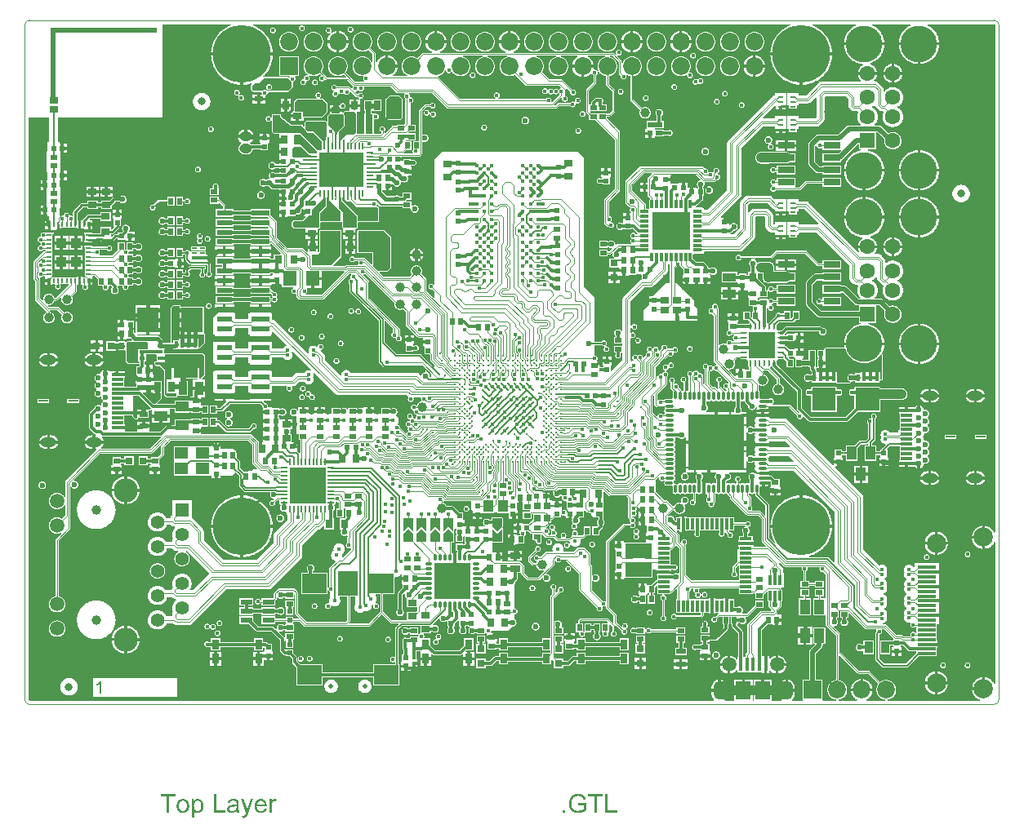
<source format=gtl>
G04 Layer_Physical_Order=1*
G04 Layer_Color=255*
%FSLAX43Y43*%
%MOMM*%
G71*
G01*
G75*
%ADD10R,0.510X0.700*%
%ADD11R,0.700X0.510*%
%ADD12R,0.510X0.560*%
%ADD13R,0.600X0.250*%
%ADD14R,0.560X0.510*%
%ADD15C,1.000*%
%ADD16C,0.600*%
%ADD17R,0.890X0.640*%
%ADD18R,1.750X0.700*%
%ADD19R,1.400X1.000*%
%ADD20R,0.900X0.550*%
%ADD21R,0.400X0.750*%
%ADD22R,0.450X0.750*%
%ADD23C,0.254*%
%ADD24R,1.000X0.640*%
%ADD25R,0.640X1.000*%
%ADD26R,0.800X0.800*%
%ADD27R,0.800X0.800*%
%ADD28R,0.800X0.950*%
%ADD29R,2.000X0.800*%
%ADD30R,0.800X2.000*%
%ADD31R,1.000X0.200*%
%ADD32R,1.200X0.300*%
%ADD33R,1.400X0.900*%
%ADD34R,0.640X0.890*%
%ADD35R,0.900X1.400*%
%ADD36R,0.750X1.000*%
%ADD37C,0.800*%
%ADD38R,1.900X0.300*%
%ADD39R,2.000X2.600*%
%ADD40R,2.500X2.000*%
%ADD41R,1.850X0.600*%
%ADD42R,1.650X0.600*%
%ADD43R,0.400X1.350*%
%ADD44R,1.500X1.900*%
%ADD45R,1.450X1.600*%
%ADD46R,2.200X2.600*%
%ADD47R,1.000X1.250*%
%ADD48R,0.850X0.750*%
%ADD49R,2.700X1.500*%
%ADD50R,1.400X1.200*%
%ADD51R,0.700X0.800*%
%ADD52R,0.600X0.420*%
%ADD53R,1.000X1.400*%
%ADD54R,1.200X0.600*%
%ADD55R,0.300X0.990*%
%ADD56R,0.330X0.425*%
%ADD57R,0.580X0.200*%
%ADD58R,0.580X0.400*%
%ADD59C,0.400*%
%ADD60R,0.300X1.200*%
%ADD61R,1.200X0.300*%
G04:AMPARAMS|DCode=62|XSize=0.25mm|YSize=0.6mm|CornerRadius=0.063mm|HoleSize=0mm|Usage=FLASHONLY|Rotation=270.000|XOffset=0mm|YOffset=0mm|HoleType=Round|Shape=RoundedRectangle|*
%AMROUNDEDRECTD62*
21,1,0.250,0.475,0,0,270.0*
21,1,0.125,0.600,0,0,270.0*
1,1,0.125,-0.237,-0.063*
1,1,0.125,-0.237,0.063*
1,1,0.125,0.237,0.063*
1,1,0.125,0.237,-0.063*
%
%ADD62ROUNDEDRECTD62*%
%ADD63R,2.800X2.800*%
G04:AMPARAMS|DCode=64|XSize=0.25mm|YSize=0.6mm|CornerRadius=0.063mm|HoleSize=0mm|Usage=FLASHONLY|Rotation=0.000|XOffset=0mm|YOffset=0mm|HoleType=Round|Shape=RoundedRectangle|*
%AMROUNDEDRECTD64*
21,1,0.250,0.475,0,0,0.0*
21,1,0.125,0.600,0,0,0.0*
1,1,0.125,0.063,-0.237*
1,1,0.125,-0.063,-0.237*
1,1,0.125,-0.063,0.237*
1,1,0.125,0.063,0.237*
%
%ADD64ROUNDEDRECTD64*%
%ADD65O,0.750X0.300*%
%ADD66O,0.300X0.750*%
%ADD67R,3.700X3.700*%
G04:AMPARAMS|DCode=68|XSize=0.9mm|YSize=0.3mm|CornerRadius=0.075mm|HoleSize=0mm|Usage=FLASHONLY|Rotation=180.000|XOffset=0mm|YOffset=0mm|HoleType=Round|Shape=RoundedRectangle|*
%AMROUNDEDRECTD68*
21,1,0.900,0.150,0,0,180.0*
21,1,0.750,0.300,0,0,180.0*
1,1,0.150,-0.375,0.075*
1,1,0.150,0.375,0.075*
1,1,0.150,0.375,-0.075*
1,1,0.150,-0.375,-0.075*
%
%ADD68ROUNDEDRECTD68*%
%ADD69R,0.900X0.300*%
G04:AMPARAMS|DCode=70|XSize=0.9mm|YSize=0.3mm|CornerRadius=0.075mm|HoleSize=0mm|Usage=FLASHONLY|Rotation=90.000|XOffset=0mm|YOffset=0mm|HoleType=Round|Shape=RoundedRectangle|*
%AMROUNDEDRECTD70*
21,1,0.900,0.150,0,0,90.0*
21,1,0.750,0.300,0,0,90.0*
1,1,0.150,0.075,0.375*
1,1,0.150,0.075,-0.375*
1,1,0.150,-0.075,-0.375*
1,1,0.150,-0.075,0.375*
%
%ADD70ROUNDEDRECTD70*%
%ADD71R,0.300X0.900*%
%ADD72R,3.900X3.900*%
%ADD73R,0.200X0.700*%
%ADD74R,3.800X3.800*%
%ADD75R,0.700X0.200*%
%ADD76O,1.000X0.300*%
%ADD77O,0.300X0.850*%
%ADD78O,0.300X1.000*%
%ADD79O,0.850X0.300*%
%ADD80R,5.850X5.850*%
%ADD81C,0.230*%
%ADD82R,0.200X0.800*%
%ADD83R,4.600X3.600*%
%ADD84R,0.800X0.200*%
%ADD85R,0.900X0.650*%
%ADD86R,0.950X0.800*%
%ADD87R,1.000X0.600*%
%ADD88R,1.100X1.500*%
%ADD89R,1.000X1.000*%
%ADD90R,0.500X0.250*%
%ADD91R,0.375X0.500*%
%ADD92R,0.250X0.500*%
%ADD93R,0.850X1.300*%
%ADD94C,0.300*%
%ADD95C,0.200*%
%ADD96C,1.000*%
%ADD97C,0.150*%
%ADD98C,0.400*%
%ADD99C,0.120*%
%ADD100C,0.500*%
%ADD101C,0.600*%
%ADD102C,0.130*%
%ADD103C,0.100*%
%ADD104C,0.090*%
%ADD105C,0.250*%
%ADD106C,0.160*%
%ADD107C,0.127*%
%ADD108C,0.450*%
%ADD109R,0.550X7.700*%
%ADD110R,11.050X0.550*%
%ADD111C,6.000*%
%ADD112R,1.600X1.600*%
%ADD113C,1.600*%
%ADD114C,3.800*%
%ADD115O,1.600X1.000*%
%ADD116C,2.000*%
%ADD117C,0.500*%
%ADD118O,1.300X1.000*%
%ADD119R,1.400X1.400*%
%ADD120C,1.400*%
%ADD121C,1.500*%
%ADD122C,2.500*%
%ADD123C,1.850*%
%ADD124R,1.850X1.850*%
%ADD125O,1.200X1.900*%
%ADD126C,0.250*%
G36*
X13077Y30744D02*
X12933Y30600D01*
X11650D01*
Y29675D01*
X11475D01*
X11200Y29950D01*
Y31999D01*
X11821D01*
X13077Y30744D01*
D02*
G37*
G36*
X32725Y49150D02*
X32725Y46525D01*
X31750Y45550D01*
X29850D01*
X29725Y45675D01*
X29725Y46725D01*
X30450Y46725D01*
X30625Y46900D01*
X30625Y49150D01*
X32725Y49150D01*
D02*
G37*
G36*
X88575Y32575D02*
X89105D01*
Y32175D01*
X88575D01*
Y30475D01*
X86125D01*
Y32175D01*
X85595D01*
Y32575D01*
X86125D01*
Y32875D01*
X88575D01*
Y32575D01*
D02*
G37*
G36*
X65257Y32056D02*
Y31168D01*
X65260Y31138D01*
X65268Y31110D01*
X65282Y31084D01*
X65301Y31061D01*
X65493Y30868D01*
X65516Y30850D01*
X65542Y30836D01*
X65571Y30827D01*
X65600Y30824D01*
X66325D01*
X66348Y30798D01*
X66363Y30784D01*
X66371Y30725D01*
X66363Y30666D01*
X66348Y30652D01*
X66322Y30622D01*
X66302Y30589D01*
X66286Y30552D01*
X66277Y30514D01*
X66274Y30475D01*
X66277Y30436D01*
X66286Y30398D01*
X66302Y30361D01*
X66322Y30328D01*
X66348Y30298D01*
X66363Y30284D01*
X66371Y30225D01*
X66363Y30166D01*
X66348Y30152D01*
X66325Y30126D01*
X66091D01*
X66082Y30133D01*
X66042Y30158D01*
X65998Y30176D01*
X65952Y30187D01*
X65905Y30191D01*
X65858Y30187D01*
X65812Y30176D01*
X65768Y30158D01*
X65728Y30133D01*
X65692Y30103D01*
X65662Y30067D01*
X65637Y30027D01*
X65619Y29983D01*
X65609Y29941D01*
X65597Y29934D01*
X65505Y29903D01*
X65076Y30332D01*
Y32005D01*
X65164Y32094D01*
X65257Y32056D01*
D02*
G37*
G36*
X90057Y6855D02*
X90020Y6755D01*
X90020D01*
Y6651D01*
X89750D01*
Y6675D01*
X88700D01*
Y5175D01*
X89750D01*
Y6149D01*
X90006D01*
X90020Y6049D01*
Y6045D01*
X89996Y5955D01*
X89920D01*
Y5650D01*
X90400D01*
X90880D01*
Y5955D01*
X90804D01*
X90780Y6045D01*
Y6049D01*
X90794Y6149D01*
X91021D01*
X91598Y5573D01*
X91628Y5547D01*
X91661Y5527D01*
X91698Y5511D01*
X91736Y5502D01*
X91775Y5499D01*
X92450D01*
Y5334D01*
X91367Y4251D01*
X89083D01*
X88576Y4758D01*
Y7274D01*
X88622Y7278D01*
X88668Y7289D01*
X88712Y7307D01*
X88752Y7332D01*
X88788Y7362D01*
X88818Y7398D01*
X88843Y7438D01*
X88861Y7482D01*
X88872Y7528D01*
X88876Y7575D01*
X88872Y7622D01*
X88861Y7668D01*
X88843Y7712D01*
X88818Y7752D01*
X88867Y7849D01*
X89063D01*
X90057Y6855D01*
D02*
G37*
G36*
X79721Y25283D02*
X79682Y25191D01*
X77220D01*
X77216Y25200D01*
X77183Y25250D01*
X77144Y25294D01*
X77100Y25333D01*
X77050Y25366D01*
X77050Y25366D01*
X77063Y25398D01*
X77073Y25436D01*
X77076Y25475D01*
X77073Y25514D01*
X77063Y25552D01*
X77050Y25584D01*
X77050Y25584D01*
X77100Y25617D01*
X77144Y25656D01*
X77183Y25700D01*
X77216Y25750D01*
X77220Y25759D01*
X79244D01*
X79721Y25283D01*
D02*
G37*
G36*
X36849Y9637D02*
X35603Y8391D01*
X33625D01*
X33586Y8483D01*
X33672Y8568D01*
X33690Y8591D01*
X33704Y8617D01*
X33713Y8646D01*
X33716Y8675D01*
Y11200D01*
X34294D01*
Y10490D01*
X34288Y10483D01*
X34250Y10429D01*
X34218Y10371D01*
X34192Y10310D01*
X34174Y10246D01*
X34163Y10181D01*
X34159Y10115D01*
X34163Y10049D01*
X34174Y9984D01*
X34192Y9920D01*
X34218Y9859D01*
X34250Y9801D01*
X34288Y9747D01*
X34332Y9697D01*
X34382Y9653D01*
X34436Y9615D01*
X34494Y9583D01*
X34555Y9557D01*
X34619Y9539D01*
X34684Y9528D01*
X34750Y9524D01*
X34816Y9528D01*
X34881Y9539D01*
X34945Y9557D01*
X35006Y9583D01*
X35064Y9615D01*
X35118Y9653D01*
X35168Y9697D01*
X35185Y9716D01*
X35244Y9699D01*
X35309Y9688D01*
X35375Y9684D01*
X35441Y9688D01*
X35506Y9699D01*
X35570Y9717D01*
X35631Y9743D01*
X35689Y9775D01*
X35743Y9813D01*
X35793Y9857D01*
X35837Y9907D01*
X35875Y9961D01*
X35907Y10019D01*
X35933Y10080D01*
X35951Y10144D01*
X35962Y10209D01*
X35966Y10275D01*
X35965Y10288D01*
X35965Y10307D01*
X36050Y10383D01*
X36073Y10382D01*
X36127Y10309D01*
X36137Y10285D01*
X36128Y10247D01*
X36124Y10200D01*
X36128Y10153D01*
X36139Y10107D01*
X36157Y10063D01*
X36182Y10023D01*
X36212Y9987D01*
X36248Y9957D01*
X36288Y9932D01*
X36332Y9914D01*
X36378Y9903D01*
X36425Y9899D01*
X36472Y9903D01*
X36518Y9914D01*
X36562Y9932D01*
X36602Y9957D01*
X36638Y9987D01*
X36668Y10023D01*
X36693Y10063D01*
X36711Y10107D01*
X36722Y10153D01*
X36726Y10200D01*
X36722Y10247D01*
X36711Y10293D01*
X36693Y10337D01*
X36668Y10377D01*
X36638Y10413D01*
X36602Y10443D01*
X36562Y10468D01*
X36518Y10486D01*
X36472Y10497D01*
X36425Y10501D01*
X36400Y10499D01*
X36363Y10549D01*
X36350Y10593D01*
X36362Y10607D01*
X36400Y10661D01*
X36432Y10719D01*
X36458Y10780D01*
X36476Y10844D01*
X36487Y10909D01*
X36491Y10975D01*
X36487Y11041D01*
X36476Y11106D01*
X36458Y11170D01*
X36432Y11231D01*
X36400Y11289D01*
X36362Y11343D01*
X36318Y11393D01*
X36310Y11400D01*
X36348Y11500D01*
X36849D01*
Y9637D01*
D02*
G37*
G36*
X37868Y8493D02*
X37891Y8475D01*
X37917Y8461D01*
X37946Y8452D01*
X37975Y8449D01*
X38734D01*
X38773Y8357D01*
X38433Y8017D01*
X38408Y7987D01*
X38389Y7952D01*
X38378Y7914D01*
X38374Y7875D01*
Y5037D01*
X38359Y5019D01*
X38274Y4974D01*
X38268Y4976D01*
X38222Y4987D01*
X38175Y4991D01*
X38128Y4987D01*
X38082Y4976D01*
X38038Y4958D01*
X37998Y4933D01*
X37962Y4903D01*
X37932Y4867D01*
X37907Y4827D01*
X37889Y4783D01*
X37878Y4737D01*
X37874Y4690D01*
X37878Y4643D01*
X37889Y4597D01*
X37907Y4553D01*
X37932Y4513D01*
X37962Y4477D01*
X37998Y4447D01*
X38038Y4422D01*
X38082Y4404D01*
X38128Y4393D01*
X38175Y4389D01*
X38222Y4393D01*
X38268Y4404D01*
X38274Y4406D01*
X38359Y4361D01*
X38374Y4343D01*
Y4200D01*
X36150D01*
Y3351D01*
X30850D01*
Y4200D01*
X28530D01*
X28201Y4529D01*
Y4850D01*
X28198Y4889D01*
X28188Y4927D01*
X28173Y4964D01*
X28153Y4997D01*
X28127Y5027D01*
X27830Y5325D01*
Y5705D01*
X27070D01*
Y5705D01*
X27011Y5693D01*
X26926Y5766D01*
Y6559D01*
X27026Y6633D01*
X27066Y6621D01*
X27070Y6605D01*
X27070D01*
Y5895D01*
X27830D01*
Y6605D01*
X27830D01*
X27854Y6695D01*
X27900D01*
Y7405D01*
X27000D01*
Y6955D01*
X26900Y6935D01*
X26898Y6939D01*
X26878Y6972D01*
X26852Y7002D01*
X26347Y7507D01*
X26402Y7594D01*
X26421Y7588D01*
X26473Y7578D01*
X26525Y7574D01*
X26577Y7578D01*
X26629Y7588D01*
X26678Y7605D01*
X26725Y7628D01*
X26769Y7657D01*
X26808Y7692D01*
X26837Y7724D01*
X27000D01*
Y7595D01*
X27900D01*
Y8305D01*
X27854D01*
X27830Y8395D01*
X27830Y8405D01*
Y8614D01*
X28443D01*
X28923Y8133D01*
X28946Y8115D01*
X28972Y8101D01*
X29001Y8092D01*
X29030Y8089D01*
X35665D01*
X35694Y8092D01*
X35723Y8101D01*
X35749Y8115D01*
X35772Y8133D01*
X37000Y9362D01*
X37868Y8493D01*
D02*
G37*
G36*
X39070Y13521D02*
Y13225D01*
X39525D01*
Y12925D01*
X39070D01*
Y12525D01*
X39089D01*
X39170Y12480D01*
X39170Y12425D01*
Y12100D01*
X38723Y11652D01*
X38697Y11622D01*
X38677Y11589D01*
X38661Y11552D01*
X38652Y11514D01*
X38649Y11475D01*
Y9877D01*
X38617Y9848D01*
X38582Y9809D01*
X38553Y9765D01*
X38530Y9718D01*
X38513Y9669D01*
X38503Y9617D01*
X38499Y9565D01*
X38503Y9513D01*
X38513Y9461D01*
X38530Y9412D01*
X38553Y9365D01*
X38582Y9321D01*
X38617Y9282D01*
X38656Y9247D01*
X38700Y9218D01*
X38747Y9195D01*
X38796Y9178D01*
X38848Y9168D01*
X38900Y9164D01*
X38952Y9168D01*
X39004Y9178D01*
X39053Y9195D01*
X39100Y9218D01*
X39144Y9247D01*
X39183Y9282D01*
X39218Y9321D01*
X39247Y9365D01*
X39270Y9412D01*
X39287Y9461D01*
X39297Y9513D01*
X39301Y9565D01*
X39297Y9617D01*
X39287Y9669D01*
X39270Y9718D01*
X39247Y9765D01*
X39218Y9809D01*
X39183Y9848D01*
X39151Y9877D01*
Y11371D01*
X39332Y11553D01*
X39419Y11498D01*
X39413Y11479D01*
X39403Y11427D01*
X39399Y11375D01*
X39403Y11323D01*
X39413Y11271D01*
X39430Y11222D01*
X39453Y11175D01*
X39482Y11131D01*
X39517Y11092D01*
X39556Y11057D01*
X39563Y11052D01*
X39605Y10970D01*
Y10130D01*
X40674D01*
Y9762D01*
X40482Y9570D01*
X39605D01*
Y8751D01*
X38037D01*
X37151Y9637D01*
Y11500D01*
X38350D01*
Y13152D01*
X38450Y13234D01*
X38516Y13238D01*
X38581Y13249D01*
X38645Y13267D01*
X38706Y13293D01*
X38764Y13325D01*
X38818Y13363D01*
X38868Y13407D01*
X38912Y13457D01*
X38950Y13511D01*
X38970Y13546D01*
X39070Y13521D01*
D02*
G37*
G36*
X18575Y36175D02*
Y34225D01*
X18175Y33825D01*
X18075Y33866D01*
Y34875D01*
X17875D01*
Y33925D01*
X15425D01*
Y34875D01*
X15225D01*
X15225Y33725D01*
X15135Y33700D01*
X14655D01*
Y32300D01*
X15695Y32300D01*
X15700Y32202D01*
Y31950D01*
X14750D01*
X14525Y32175D01*
Y34700D01*
X14000Y35225D01*
X13625D01*
X13550Y35300D01*
Y35515D01*
X14550D01*
Y36335D01*
X14633Y36375D01*
X18375D01*
X18575Y36175D01*
D02*
G37*
G36*
X85110Y36835D02*
X85149Y36720D01*
X85195Y36609D01*
X85248Y36500D01*
X85308Y36395D01*
X85373Y36293D01*
X85445Y36196D01*
X85522Y36103D01*
X85605Y36015D01*
X85693Y35932D01*
X85786Y35855D01*
X85883Y35783D01*
X85985Y35718D01*
X86090Y35658D01*
X86199Y35605D01*
X86310Y35559D01*
X86425Y35520D01*
X86541Y35487D01*
X86659Y35462D01*
X86779Y35444D01*
X86899Y35433D01*
X87020Y35429D01*
X87141Y35433D01*
X87261Y35444D01*
X87381Y35462D01*
X87499Y35487D01*
X87615Y35520D01*
X87730Y35559D01*
X87841Y35605D01*
X87950Y35658D01*
X88055Y35718D01*
X88157Y35783D01*
X88254Y35855D01*
X88347Y35932D01*
X88435Y36015D01*
X88518Y36103D01*
X88595Y36196D01*
X88667Y36293D01*
X88675Y36306D01*
X88808Y36328D01*
X88825Y36315D01*
Y33722D01*
X88813Y33715D01*
X88725Y33762D01*
Y34475D01*
X86625D01*
Y34375D01*
X86075D01*
Y34251D01*
X85868D01*
X85828Y34270D01*
X85779Y34287D01*
X85727Y34297D01*
X85675Y34301D01*
X85623Y34297D01*
X85571Y34287D01*
X85522Y34270D01*
X85475Y34247D01*
X85431Y34218D01*
X85392Y34183D01*
X85357Y34144D01*
X85328Y34100D01*
X85305Y34053D01*
X85288Y34004D01*
X85278Y33952D01*
X85274Y33900D01*
X85278Y33848D01*
X85288Y33796D01*
X85305Y33747D01*
X85328Y33700D01*
X85357Y33656D01*
X85392Y33617D01*
X85431Y33582D01*
X85475Y33553D01*
X85522Y33530D01*
X85535Y33525D01*
X85519Y33425D01*
X84225D01*
Y34475D01*
X82126D01*
Y34600D01*
X82123Y34639D01*
X82114Y34677D01*
X82098Y34714D01*
X82078Y34747D01*
X82052Y34777D01*
X82044Y34786D01*
X82096Y34875D01*
X82980D01*
Y35920D01*
Y36850D01*
X82980Y36880D01*
X83051Y36950D01*
X85078D01*
X85110Y36835D01*
D02*
G37*
G36*
X74177Y35897D02*
X74197Y35872D01*
X74222Y35852D01*
X74250Y35837D01*
X74281Y35827D01*
X74312Y35824D01*
X74787D01*
X74846Y35744D01*
X74850Y35732D01*
Y35700D01*
X74882D01*
X74894Y35696D01*
X74974Y35638D01*
Y35162D01*
X74977Y35131D01*
X74987Y35100D01*
X75002Y35072D01*
X75022Y35047D01*
X75047Y35027D01*
X75049Y35025D01*
Y34725D01*
X74720D01*
Y34725D01*
X74630Y34749D01*
Y34825D01*
X74325D01*
Y34275D01*
X74175D01*
Y34125D01*
X73720D01*
Y34119D01*
X73628Y34081D01*
X73033Y34675D01*
X73040Y34717D01*
X73074Y34775D01*
X73117Y34778D01*
X73184Y34789D01*
X73248Y34808D01*
X73311Y34834D01*
X73370Y34866D01*
X73425Y34905D01*
X73475Y34950D01*
X73520Y35000D01*
X73559Y35055D01*
X73591Y35114D01*
X73617Y35177D01*
X73636Y35241D01*
X73647Y35308D01*
X73651Y35375D01*
X73647Y35442D01*
X73636Y35509D01*
X73617Y35573D01*
X73591Y35636D01*
X73567Y35679D01*
X73787Y35899D01*
X74175D01*
X74177Y35897D01*
D02*
G37*
G36*
X71459Y34711D02*
X71460Y34710D01*
X71467Y34702D01*
X71503Y34672D01*
X71543Y34647D01*
X71587Y34629D01*
X71633Y34618D01*
X71680Y34614D01*
X71727Y34618D01*
X71757Y34625D01*
X72978Y33403D01*
X72976Y33299D01*
X72890Y33266D01*
X72879Y33274D01*
X72839Y33299D01*
X72795Y33317D01*
X72750Y33328D01*
X72702Y33332D01*
X72655Y33328D01*
X72610Y33317D01*
X72566Y33299D01*
X72526Y33274D01*
X72490Y33244D01*
X72459Y33208D01*
X72434Y33168D01*
X72416Y33124D01*
X72405Y33078D01*
X72402Y33031D01*
X72405Y32984D01*
X72416Y32938D01*
X72434Y32894D01*
X72459Y32854D01*
X72490Y32818D01*
X72526Y32788D01*
X72566Y32763D01*
X72610Y32745D01*
X72655Y32734D01*
X72702Y32730D01*
X72774Y32643D01*
Y32575D01*
X72748Y32552D01*
X72734Y32537D01*
X72675Y32529D01*
X72616Y32537D01*
X72602Y32552D01*
X72572Y32578D01*
X72539Y32598D01*
X72502Y32613D01*
X72492Y32616D01*
X72131Y32977D01*
Y33456D01*
X72157Y33472D01*
X72193Y33502D01*
X72223Y33538D01*
X72248Y33578D01*
X72266Y33622D01*
X72277Y33668D01*
X72281Y33715D01*
X72277Y33762D01*
X72266Y33808D01*
X72248Y33852D01*
X72223Y33892D01*
X72193Y33928D01*
X72157Y33958D01*
X72117Y33983D01*
X72073Y34001D01*
X72027Y34012D01*
X71980Y34016D01*
X71933Y34012D01*
X71887Y34001D01*
X71843Y33983D01*
X71803Y33958D01*
X71767Y33928D01*
X71737Y33892D01*
X71712Y33852D01*
X71694Y33808D01*
X71683Y33762D01*
X71679Y33715D01*
X71683Y33668D01*
X71694Y33622D01*
X71712Y33578D01*
X71737Y33538D01*
X71767Y33502D01*
X71803Y33472D01*
X71829Y33456D01*
Y32915D01*
X71832Y32886D01*
X71841Y32857D01*
X71855Y32831D01*
X71873Y32808D01*
X71885Y32796D01*
X71854Y32686D01*
X71842Y32684D01*
X71836Y32686D01*
X71596Y32925D01*
X71573Y32944D01*
X71547Y32958D01*
X71519Y32967D01*
X71490Y32970D01*
X71321D01*
X70956Y33335D01*
Y34527D01*
X70962Y34535D01*
X71037Y34598D01*
X71058Y34593D01*
X71105Y34589D01*
X71152Y34593D01*
X71198Y34604D01*
X71242Y34622D01*
X71282Y34647D01*
X71318Y34677D01*
X71340Y34704D01*
X71366Y34713D01*
X71459Y34711D01*
D02*
G37*
G36*
X2076Y44425D02*
X2076Y44399D01*
Y44125D01*
X2463D01*
Y43975D01*
X2613D01*
Y43525D01*
X2851D01*
Y43625D01*
X3112D01*
X3134Y43602D01*
X3165Y43525D01*
X3157Y43512D01*
X3139Y43468D01*
X3128Y43422D01*
X3124Y43375D01*
X3128Y43328D01*
X3139Y43282D01*
X3157Y43239D01*
X3182Y43198D01*
X3212Y43162D01*
X3248Y43132D01*
X3288Y43107D01*
X3332Y43089D01*
X3378Y43078D01*
X3425Y43074D01*
X3472Y43078D01*
X3518Y43089D01*
X3562Y43107D01*
X3602Y43132D01*
X3638Y43162D01*
X3668Y43198D01*
X3693Y43239D01*
X3711Y43282D01*
X3722Y43328D01*
X3726Y43375D01*
X3722Y43422D01*
X3711Y43468D01*
X3693Y43512D01*
X3685Y43525D01*
X3716Y43602D01*
X3738Y43625D01*
X4100Y43625D01*
X4200Y43625D01*
X4496Y43625D01*
X4537Y43525D01*
X3213Y42201D01*
X3056D01*
X3042Y42248D01*
X3017Y42311D01*
X2984Y42370D01*
X2945Y42425D01*
X2900Y42475D01*
X2850Y42520D01*
X2795Y42559D01*
X2736Y42591D01*
X2674Y42617D01*
X2609Y42636D01*
X2543Y42647D01*
X2475Y42651D01*
X2408Y42647D01*
X2342Y42636D01*
X2277Y42617D01*
X2215Y42591D01*
X2156Y42559D01*
X2101Y42520D01*
X2050Y42475D01*
X2005Y42425D01*
X1966Y42370D01*
X1934Y42311D01*
X1908Y42248D01*
X1889Y42184D01*
X1878Y42117D01*
X1874Y42050D01*
X1878Y41983D01*
X1879Y41975D01*
X1786Y41927D01*
X1564Y42149D01*
Y44187D01*
X1561Y44216D01*
X1552Y44245D01*
X1545Y44258D01*
X1558Y44296D01*
X1602Y44351D01*
X1624Y44349D01*
X1671Y44353D01*
X1717Y44364D01*
X1761Y44382D01*
X1801Y44407D01*
X1837Y44437D01*
X1868Y44473D01*
X1884Y44499D01*
X2013D01*
X2076Y44425D01*
D02*
G37*
G36*
X72734Y31513D02*
X72748Y31498D01*
X72778Y31472D01*
X72811Y31452D01*
X72848Y31437D01*
X72886Y31427D01*
X72925Y31424D01*
X72964Y31427D01*
X73002Y31437D01*
X73039Y31452D01*
X73072Y31472D01*
X73102Y31498D01*
X73116Y31513D01*
X73175Y31521D01*
X73234Y31513D01*
X73248Y31498D01*
X73278Y31472D01*
X73311Y31452D01*
X73348Y31437D01*
X73386Y31427D01*
X73425Y31424D01*
X73464Y31427D01*
X73502Y31437D01*
X73539Y31452D01*
X73572Y31472D01*
X73574Y31474D01*
X73666Y31439D01*
X73674Y31431D01*
Y30860D01*
X73645Y30835D01*
X73611Y30795D01*
X73581Y30752D01*
X73558Y30705D01*
X73541Y30655D01*
X73531Y30604D01*
X73528Y30551D01*
X73531Y30499D01*
X73541Y30450D01*
X73541Y30448D01*
X73481Y30356D01*
X73470Y30350D01*
X71825D01*
Y27375D01*
X74800D01*
Y28257D01*
X74900Y28280D01*
X74903Y28275D01*
X74932Y28231D01*
X74967Y28192D01*
X75006Y28157D01*
X75050Y28128D01*
X75097Y28105D01*
X75146Y28088D01*
X75198Y28078D01*
X75250Y28074D01*
X75302Y28078D01*
X75354Y28088D01*
X75403Y28105D01*
X75450Y28128D01*
X75494Y28157D01*
X75533Y28192D01*
X75544Y28203D01*
X75653Y28205D01*
X75670Y28187D01*
X75700Y28124D01*
X75689Y28092D01*
X75678Y28034D01*
X75674Y27975D01*
X75678Y27916D01*
X75689Y27858D01*
X75708Y27802D01*
X75734Y27750D01*
X75751Y27725D01*
X75734Y27700D01*
X75708Y27648D01*
X75689Y27592D01*
X75678Y27534D01*
X75674Y27475D01*
X75678Y27416D01*
X75689Y27358D01*
X75708Y27302D01*
X75734Y27250D01*
X75767Y27200D01*
X75806Y27156D01*
X75819Y27145D01*
X75809Y27125D01*
X75842D01*
X75850Y27117D01*
X75899Y27084D01*
X75952Y27058D01*
X76008Y27039D01*
X76066Y27028D01*
X76125Y27024D01*
X76825D01*
X76884Y27028D01*
X76942Y27039D01*
X76998Y27058D01*
X77051Y27084D01*
X77100Y27117D01*
X77108Y27125D01*
X77141D01*
X77131Y27145D01*
X77144Y27156D01*
X77183Y27200D01*
X77216Y27250D01*
X77220Y27259D01*
X78845D01*
X79321Y26783D01*
X79283Y26691D01*
X77220D01*
X77216Y26700D01*
X77183Y26750D01*
X77144Y26794D01*
X77131Y26805D01*
X77141Y26825D01*
X77108D01*
X77100Y26833D01*
X77051Y26866D01*
X76998Y26892D01*
X76942Y26911D01*
X76884Y26922D01*
X76825Y26926D01*
X76125D01*
X76066Y26922D01*
X76008Y26911D01*
X75952Y26892D01*
X75899Y26866D01*
X75850Y26833D01*
X75842Y26825D01*
X75809D01*
X75819Y26805D01*
X75806Y26794D01*
X75767Y26750D01*
X75734Y26700D01*
X75708Y26648D01*
X75689Y26592D01*
X75678Y26534D01*
X75674Y26475D01*
X75678Y26416D01*
X75689Y26358D01*
X75708Y26302D01*
X75734Y26250D01*
X75751Y26225D01*
X75734Y26200D01*
X75708Y26148D01*
X75689Y26092D01*
X75678Y26034D01*
X75674Y25975D01*
X75678Y25916D01*
X75689Y25858D01*
X75700Y25826D01*
X75670Y25763D01*
X75653Y25745D01*
X75544Y25747D01*
X75533Y25758D01*
X75494Y25793D01*
X75450Y25822D01*
X75403Y25845D01*
X75354Y25862D01*
X75302Y25872D01*
X75250Y25876D01*
X75198Y25872D01*
X75146Y25862D01*
X75097Y25845D01*
X75050Y25822D01*
X75006Y25793D01*
X74967Y25758D01*
X74932Y25719D01*
X74903Y25675D01*
X74900Y25670D01*
X74800Y25693D01*
Y27075D01*
X71675D01*
X68550D01*
Y24134D01*
X68493Y24066D01*
X68472Y24048D01*
X68425Y24051D01*
X68373Y24047D01*
X68321Y24037D01*
X68272Y24020D01*
X68225Y23997D01*
X68181Y23968D01*
X68142Y23933D01*
X68107Y23894D01*
X68078Y23850D01*
X68055Y23803D01*
X68038Y23754D01*
X68028Y23702D01*
X68024Y23650D01*
X68028Y23598D01*
X68038Y23546D01*
X68055Y23497D01*
X68078Y23450D01*
X68107Y23406D01*
X68142Y23367D01*
X68181Y23332D01*
X68225Y23303D01*
X68272Y23280D01*
X68321Y23263D01*
X68373Y23253D01*
X68425Y23249D01*
X68477Y23253D01*
X68529Y23263D01*
X68578Y23280D01*
X68625Y23303D01*
X68669Y23332D01*
X68708Y23367D01*
X68743Y23406D01*
X68772Y23450D01*
X68795Y23497D01*
X68812Y23546D01*
X68822Y23598D01*
X68826Y23650D01*
X68822Y23702D01*
X68812Y23754D01*
X68795Y23803D01*
X68772Y23850D01*
X68743Y23894D01*
X68708Y23933D01*
X68669Y23968D01*
X68625Y23997D01*
X68620Y24000D01*
X68643Y24100D01*
X69707D01*
X69730Y24000D01*
X69725Y23997D01*
X69681Y23968D01*
X69642Y23933D01*
X69607Y23894D01*
X69578Y23850D01*
X69555Y23803D01*
X69538Y23754D01*
X69528Y23702D01*
X69524Y23650D01*
X69528Y23598D01*
X69538Y23546D01*
X69555Y23497D01*
X69578Y23450D01*
X69607Y23406D01*
X69642Y23367D01*
X69674Y23338D01*
Y23019D01*
X69666Y23011D01*
X69574Y22976D01*
X69572Y22978D01*
X69539Y22998D01*
X69502Y23014D01*
X69464Y23023D01*
X69425Y23026D01*
X69386Y23023D01*
X69348Y23014D01*
X69311Y22998D01*
X69278Y22978D01*
X69248Y22952D01*
X69234Y22937D01*
X69175Y22929D01*
X69116Y22937D01*
X69102Y22952D01*
X69072Y22978D01*
X69039Y22998D01*
X69002Y23014D01*
X68964Y23023D01*
X68925Y23026D01*
X68886Y23023D01*
X68848Y23014D01*
X68811Y22998D01*
X68778Y22978D01*
X68748Y22952D01*
X68734Y22937D01*
X68675Y22929D01*
X68616Y22937D01*
X68602Y22952D01*
X68572Y22978D01*
X68539Y22998D01*
X68502Y23014D01*
X68464Y23023D01*
X68425Y23026D01*
X68386Y23023D01*
X68348Y23014D01*
X68311Y22998D01*
X68278Y22978D01*
X68248Y22952D01*
X68234Y22937D01*
X68175Y22929D01*
X68116Y22937D01*
X68102Y22952D01*
X68072Y22978D01*
X68039Y22998D01*
X68002Y23014D01*
X67964Y23023D01*
X67925Y23026D01*
X67886Y23023D01*
X67848Y23014D01*
X67811Y22998D01*
X67778Y22978D01*
X67748Y22952D01*
X67722Y22922D01*
X67702Y22889D01*
X67687Y22852D01*
X67664Y22839D01*
X67594Y22822D01*
X67578Y22823D01*
X67572Y22828D01*
X67539Y22848D01*
X67502Y22864D01*
X67464Y22873D01*
X67425Y22876D01*
X67411Y22875D01*
X67360Y22910D01*
X67325Y22961D01*
X67326Y22975D01*
X67323Y23014D01*
X67313Y23052D01*
X67298Y23089D01*
X67278Y23122D01*
X67273Y23128D01*
X67272Y23144D01*
X67289Y23214D01*
X67302Y23236D01*
X67339Y23252D01*
X67372Y23272D01*
X67402Y23298D01*
X67428Y23328D01*
X67448Y23361D01*
X67464Y23398D01*
X67473Y23436D01*
X67476Y23475D01*
X67473Y23514D01*
X67464Y23552D01*
X67448Y23589D01*
X67428Y23622D01*
X67402Y23652D01*
X67387Y23666D01*
X67379Y23725D01*
X67387Y23784D01*
X67402Y23798D01*
X67428Y23828D01*
X67448Y23861D01*
X67464Y23898D01*
X67473Y23936D01*
X67476Y23975D01*
X67473Y24014D01*
X67464Y24052D01*
X67448Y24089D01*
X67428Y24122D01*
X67402Y24152D01*
X67387Y24166D01*
X67379Y24225D01*
X67387Y24284D01*
X67402Y24298D01*
X67428Y24328D01*
X67448Y24361D01*
X67464Y24398D01*
X67473Y24436D01*
X67476Y24475D01*
X67473Y24514D01*
X67464Y24552D01*
X67448Y24589D01*
X67428Y24622D01*
X67402Y24652D01*
X67387Y24666D01*
X67379Y24725D01*
X67387Y24784D01*
X67402Y24798D01*
X67428Y24828D01*
X67448Y24861D01*
X67464Y24898D01*
X67473Y24936D01*
X67476Y24975D01*
X67473Y25014D01*
X67464Y25052D01*
X67448Y25089D01*
X67428Y25122D01*
X67402Y25152D01*
X67387Y25166D01*
X67379Y25225D01*
X67387Y25284D01*
X67402Y25298D01*
X67428Y25328D01*
X67448Y25361D01*
X67464Y25398D01*
X67473Y25436D01*
X67476Y25475D01*
X67473Y25514D01*
X67464Y25552D01*
X67448Y25589D01*
X67428Y25622D01*
X67402Y25652D01*
X67387Y25666D01*
X67379Y25725D01*
X67387Y25784D01*
X67402Y25798D01*
X67428Y25828D01*
X67448Y25861D01*
X67464Y25898D01*
X67473Y25936D01*
X67476Y25975D01*
X67473Y26014D01*
X67464Y26052D01*
X67448Y26089D01*
X67428Y26122D01*
X67402Y26152D01*
X67387Y26166D01*
X67379Y26225D01*
X67387Y26284D01*
X67402Y26298D01*
X67428Y26328D01*
X67448Y26361D01*
X67464Y26398D01*
X67473Y26436D01*
X67476Y26475D01*
X67473Y26514D01*
X67464Y26552D01*
X67448Y26589D01*
X67428Y26622D01*
X67402Y26652D01*
X67387Y26666D01*
X67379Y26725D01*
X67387Y26784D01*
X67402Y26798D01*
X67428Y26828D01*
X67448Y26861D01*
X67464Y26898D01*
X67473Y26936D01*
X67476Y26975D01*
X67473Y27014D01*
X67464Y27052D01*
X67448Y27089D01*
X67428Y27122D01*
X67402Y27152D01*
X67387Y27166D01*
X67379Y27225D01*
X67387Y27284D01*
X67402Y27298D01*
X67428Y27328D01*
X67448Y27361D01*
X67464Y27398D01*
X67473Y27436D01*
X67476Y27475D01*
X67473Y27514D01*
X67464Y27552D01*
X67448Y27589D01*
X67428Y27622D01*
X67426Y27624D01*
X67461Y27716D01*
X67469Y27724D01*
X67788D01*
X67817Y27692D01*
X67856Y27657D01*
X67900Y27628D01*
X67947Y27605D01*
X67996Y27588D01*
X68048Y27578D01*
X68100Y27574D01*
X68152Y27578D01*
X68204Y27588D01*
X68253Y27605D01*
X68300Y27628D01*
X68344Y27657D01*
X68383Y27692D01*
X68418Y27731D01*
X68447Y27775D01*
X68450Y27780D01*
X68550Y27757D01*
Y27375D01*
X71525D01*
Y30350D01*
X70643D01*
X70620Y30450D01*
X70625Y30453D01*
X70669Y30482D01*
X70708Y30517D01*
X70743Y30556D01*
X70772Y30600D01*
X70795Y30647D01*
X70812Y30696D01*
X70822Y30748D01*
X70826Y30800D01*
X70822Y30852D01*
X70812Y30904D01*
X70795Y30953D01*
X70772Y31000D01*
X70743Y31044D01*
X70708Y31083D01*
X70676Y31112D01*
Y31431D01*
X70684Y31439D01*
X70776Y31474D01*
X70778Y31472D01*
X70811Y31452D01*
X70848Y31437D01*
X70886Y31427D01*
X70925Y31424D01*
X70964Y31427D01*
X71002Y31437D01*
X71039Y31452D01*
X71072Y31472D01*
X71102Y31498D01*
X71116Y31513D01*
X71175Y31521D01*
X71234Y31513D01*
X71248Y31498D01*
X71278Y31472D01*
X71311Y31452D01*
X71348Y31437D01*
X71386Y31427D01*
X71425Y31424D01*
X71464Y31427D01*
X71502Y31437D01*
X71539Y31452D01*
X71572Y31472D01*
X71602Y31498D01*
X71616Y31513D01*
X71675Y31521D01*
X71734Y31513D01*
X71748Y31498D01*
X71778Y31472D01*
X71811Y31452D01*
X71848Y31437D01*
X71886Y31427D01*
X71925Y31424D01*
X71964Y31427D01*
X72002Y31437D01*
X72039Y31452D01*
X72072Y31472D01*
X72102Y31498D01*
X72116Y31513D01*
X72175Y31521D01*
X72234Y31513D01*
X72248Y31498D01*
X72278Y31472D01*
X72311Y31452D01*
X72348Y31437D01*
X72386Y31427D01*
X72425Y31424D01*
X72464Y31427D01*
X72502Y31437D01*
X72539Y31452D01*
X72572Y31472D01*
X72602Y31498D01*
X72616Y31513D01*
X72675Y31521D01*
X72734Y31513D01*
D02*
G37*
G36*
X13255Y32300D02*
X14125D01*
Y31792D01*
X13484Y31151D01*
X13379D01*
X12227Y32303D01*
X12265Y32395D01*
X13255D01*
Y32300D01*
D02*
G37*
G36*
X37875Y48475D02*
Y45350D01*
X37525Y45000D01*
X36605D01*
X36100Y45505D01*
Y46950D01*
X34550D01*
Y49100D01*
X37250D01*
X37875Y48475D01*
D02*
G37*
G36*
X77497Y35053D02*
X77523Y35023D01*
X80049Y32496D01*
Y30700D01*
X80052Y30661D01*
X80062Y30623D01*
X80077Y30586D01*
X80097Y30553D01*
X80123Y30523D01*
X80284Y30362D01*
X80251Y30252D01*
X80218Y30245D01*
X79382Y31082D01*
X79359Y31100D01*
X79333Y31114D01*
X79304Y31123D01*
X79275Y31126D01*
X77546D01*
X77517Y31226D01*
X77527Y31232D01*
X77563Y31262D01*
X77593Y31298D01*
X77618Y31338D01*
X77636Y31382D01*
X77647Y31428D01*
X77651Y31475D01*
X77647Y31522D01*
X77636Y31568D01*
X77618Y31612D01*
X77593Y31652D01*
X77563Y31688D01*
X77527Y31718D01*
X77487Y31743D01*
X77443Y31761D01*
X77397Y31772D01*
X77350Y31776D01*
X77303Y31772D01*
X77257Y31761D01*
X77213Y31743D01*
X77185Y31726D01*
X76275D01*
X76261Y31725D01*
X76210Y31760D01*
X76175Y31811D01*
X76176Y31825D01*
Y32375D01*
X76173Y32414D01*
X76163Y32452D01*
X76148Y32489D01*
X76128Y32522D01*
X76102Y32552D01*
X76076Y32575D01*
Y33100D01*
X76114Y33132D01*
X76176Y33155D01*
X76214Y33134D01*
X76277Y33108D01*
X76341Y33089D01*
X76408Y33078D01*
X76475Y33074D01*
X76542Y33078D01*
X76609Y33089D01*
X76673Y33108D01*
X76736Y33134D01*
X76795Y33166D01*
X76850Y33205D01*
X76900Y33250D01*
X76945Y33300D01*
X76984Y33355D01*
X77016Y33414D01*
X77042Y33477D01*
X77061Y33541D01*
X77072Y33608D01*
X77076Y33675D01*
X77072Y33742D01*
X77061Y33809D01*
X77042Y33873D01*
X77016Y33936D01*
X76984Y33995D01*
X76945Y34050D01*
X76900Y34100D01*
X76850Y34145D01*
X76795Y34184D01*
X76736Y34216D01*
X76673Y34242D01*
X76626Y34256D01*
Y34400D01*
X76623Y34429D01*
X76614Y34458D01*
X76600Y34484D01*
X76582Y34507D01*
X76518Y34571D01*
X76545Y34668D01*
X76553Y34676D01*
X76575Y34674D01*
X77038D01*
X77974Y33738D01*
Y33281D01*
X77927Y33267D01*
X77864Y33241D01*
X77805Y33209D01*
X77750Y33170D01*
X77700Y33125D01*
X77655Y33075D01*
X77616Y33020D01*
X77584Y32961D01*
X77558Y32898D01*
X77539Y32834D01*
X77528Y32767D01*
X77524Y32700D01*
X77528Y32633D01*
X77539Y32566D01*
X77558Y32502D01*
X77584Y32439D01*
X77616Y32380D01*
X77655Y32325D01*
X77700Y32275D01*
X77750Y32230D01*
X77805Y32191D01*
X77864Y32159D01*
X77927Y32133D01*
X77991Y32114D01*
X78058Y32103D01*
X78125Y32099D01*
X78192Y32103D01*
X78259Y32114D01*
X78323Y32133D01*
X78386Y32159D01*
X78445Y32191D01*
X78500Y32230D01*
X78550Y32275D01*
X78595Y32325D01*
X78634Y32380D01*
X78666Y32439D01*
X78692Y32502D01*
X78711Y32566D01*
X78722Y32633D01*
X78726Y32700D01*
X78722Y32767D01*
X78711Y32834D01*
X78692Y32898D01*
X78666Y32961D01*
X78634Y33020D01*
X78595Y33075D01*
X78550Y33125D01*
X78500Y33170D01*
X78445Y33209D01*
X78386Y33241D01*
X78323Y33267D01*
X78276Y33281D01*
Y33800D01*
X78273Y33829D01*
X78264Y33858D01*
X78250Y33884D01*
X78232Y33907D01*
X77239Y34899D01*
X77254Y34961D01*
X77279Y35001D01*
X77294Y35002D01*
X77325Y35012D01*
X77353Y35027D01*
X77378Y35047D01*
X77382Y35052D01*
X77401Y35059D01*
X77456Y35060D01*
X77497Y35053D01*
D02*
G37*
G36*
X74903Y25275D02*
X74932Y25231D01*
X74967Y25192D01*
X75006Y25157D01*
X75050Y25128D01*
X75097Y25105D01*
X75146Y25088D01*
X75198Y25078D01*
X75250Y25074D01*
X75302Y25078D01*
X75354Y25088D01*
X75403Y25105D01*
X75450Y25128D01*
X75494Y25157D01*
X75533Y25192D01*
X75544Y25203D01*
X75653Y25205D01*
X75670Y25187D01*
X75700Y25124D01*
X75689Y25092D01*
X75678Y25034D01*
X75674Y24975D01*
X75678Y24916D01*
X75689Y24858D01*
X75708Y24802D01*
X75734Y24750D01*
X75751Y24725D01*
X75734Y24700D01*
X75708Y24648D01*
X75689Y24592D01*
X75678Y24534D01*
X75674Y24475D01*
X75678Y24416D01*
X75689Y24358D01*
X75708Y24302D01*
X75734Y24250D01*
X75767Y24200D01*
X75806Y24156D01*
X75819Y24145D01*
X75801Y24109D01*
X75786Y24066D01*
X75777Y24021D01*
X75776Y24005D01*
X75704Y23966D01*
X75675Y23963D01*
X75669Y23968D01*
X75625Y23997D01*
X75578Y24020D01*
X75529Y24037D01*
X75477Y24047D01*
X75425Y24051D01*
X75373Y24047D01*
X75321Y24037D01*
X75272Y24020D01*
X75225Y23997D01*
X75181Y23968D01*
X75142Y23933D01*
X75107Y23894D01*
X75078Y23850D01*
X75055Y23803D01*
X75038Y23754D01*
X75028Y23702D01*
X75024Y23650D01*
X75028Y23598D01*
X75038Y23546D01*
X75055Y23497D01*
X75078Y23450D01*
X75107Y23406D01*
X75142Y23367D01*
X75174Y23338D01*
Y23019D01*
X75166Y23011D01*
X75074Y22976D01*
X75072Y22978D01*
X75039Y22998D01*
X75002Y23014D01*
X74964Y23023D01*
X74925Y23026D01*
X74886Y23023D01*
X74848Y23014D01*
X74811Y22998D01*
X74778Y22978D01*
X74748Y22952D01*
X74734Y22937D01*
X74675Y22929D01*
X74616Y22937D01*
X74602Y22952D01*
X74572Y22978D01*
X74539Y22998D01*
X74502Y23014D01*
X74464Y23023D01*
X74425Y23026D01*
X74386Y23023D01*
X74348Y23014D01*
X74311Y22998D01*
X74278Y22978D01*
X74248Y22952D01*
X74234Y22937D01*
X74175Y22929D01*
X74116Y22937D01*
X74102Y22952D01*
X74076Y22975D01*
Y23116D01*
X74102Y23132D01*
X74138Y23162D01*
X74168Y23198D01*
X74193Y23238D01*
X74211Y23282D01*
X74222Y23328D01*
X74226Y23375D01*
X74222Y23422D01*
X74211Y23468D01*
X74193Y23512D01*
X74168Y23552D01*
X74138Y23588D01*
X74102Y23618D01*
X74062Y23643D01*
X74018Y23661D01*
X73972Y23672D01*
X73925Y23676D01*
X73878Y23672D01*
X73832Y23661D01*
X73788Y23643D01*
X73748Y23618D01*
X73712Y23588D01*
X73682Y23552D01*
X73657Y23512D01*
X73639Y23468D01*
X73628Y23422D01*
X73624Y23375D01*
X73628Y23328D01*
X73639Y23282D01*
X73657Y23238D01*
X73682Y23198D01*
X73712Y23162D01*
X73748Y23132D01*
X73774Y23116D01*
Y22975D01*
X73748Y22952D01*
X73734Y22937D01*
X73675Y22929D01*
X73616Y22937D01*
X73602Y22952D01*
X73572Y22978D01*
X73539Y22998D01*
X73502Y23014D01*
X73464Y23023D01*
X73425Y23026D01*
X73386Y23023D01*
X73348Y23014D01*
X73311Y22998D01*
X73278Y22978D01*
X73248Y22952D01*
X73234Y22937D01*
X73175Y22929D01*
X73116Y22937D01*
X73102Y22952D01*
X73072Y22978D01*
X73039Y22998D01*
X73002Y23014D01*
X72964Y23023D01*
X72925Y23026D01*
X72886Y23023D01*
X72848Y23014D01*
X72811Y22998D01*
X72778Y22978D01*
X72776Y22976D01*
X72684Y23011D01*
X72676Y23019D01*
Y23146D01*
X72782Y23252D01*
X72825Y23249D01*
X72877Y23253D01*
X72929Y23263D01*
X72978Y23280D01*
X73025Y23303D01*
X73069Y23332D01*
X73108Y23367D01*
X73143Y23406D01*
X73172Y23450D01*
X73195Y23497D01*
X73212Y23546D01*
X73222Y23598D01*
X73226Y23650D01*
X73222Y23702D01*
X73212Y23754D01*
X73195Y23803D01*
X73172Y23850D01*
X73143Y23894D01*
X73108Y23933D01*
X73069Y23968D01*
X73025Y23997D01*
X73020Y24000D01*
X73043Y24100D01*
X74800D01*
Y25257D01*
X74900Y25280D01*
X74903Y25275D01*
D02*
G37*
G36*
X41625Y17950D02*
X41125Y18450D01*
X40625Y17950D01*
Y19300D01*
X41625D01*
Y17950D01*
D02*
G37*
G36*
X43025D02*
X42525Y18450D01*
X42025Y17950D01*
Y19300D01*
X43025D01*
Y17950D01*
D02*
G37*
G36*
X49450Y16900D02*
X48450D01*
Y18250D01*
X48950Y17750D01*
X49450Y18250D01*
Y16900D01*
D02*
G37*
G36*
X40225Y17950D02*
X39725Y18450D01*
X39225Y17950D01*
Y19300D01*
X40225D01*
Y17950D01*
D02*
G37*
G36*
X44425D02*
X43925Y18450D01*
X43425Y17950D01*
Y19300D01*
X44425D01*
Y17950D01*
D02*
G37*
G36*
X75234Y21913D02*
X75248Y21898D01*
X75278Y21872D01*
X75311Y21852D01*
X75348Y21837D01*
X75386Y21827D01*
X75425Y21824D01*
X75464Y21827D01*
X75502Y21837D01*
X75539Y21852D01*
X75572Y21872D01*
X75602Y21898D01*
X75616Y21913D01*
X75633Y21916D01*
X75724Y21852D01*
Y21750D01*
X75728Y21711D01*
X75739Y21673D01*
X75758Y21638D01*
X75783Y21608D01*
X76774Y20617D01*
Y19670D01*
X76682Y19632D01*
X76232Y20082D01*
X76209Y20100D01*
X76183Y20114D01*
X76154Y20123D01*
X76125Y20126D01*
X75468D01*
X75435Y20162D01*
X75407Y20226D01*
X75416Y20247D01*
X75427Y20293D01*
X75431Y20340D01*
X75427Y20387D01*
X75416Y20433D01*
X75398Y20477D01*
X75373Y20517D01*
X75343Y20553D01*
X75307Y20583D01*
X75281Y20599D01*
Y21490D01*
X75278Y21519D01*
X75269Y21548D01*
X75255Y21574D01*
X75237Y21597D01*
X75076Y21757D01*
Y21875D01*
X75102Y21898D01*
X75116Y21913D01*
X75175Y21921D01*
X75234Y21913D01*
D02*
G37*
G36*
X64984Y55057D02*
X64593Y54666D01*
X64575Y54643D01*
X64561Y54617D01*
X64552Y54589D01*
X64549Y54559D01*
Y54155D01*
X64425D01*
Y53675D01*
Y53195D01*
X64549D01*
Y52875D01*
X64552Y52846D01*
X64561Y52817D01*
X64575Y52791D01*
X64593Y52768D01*
X64837Y52525D01*
X64828Y52421D01*
X64827Y52421D01*
X64801Y52399D01*
X64779Y52373D01*
X64763Y52342D01*
X64753Y52309D01*
X64749Y52275D01*
Y51525D01*
X64753Y51491D01*
X64761Y51464D01*
X64746Y51441D01*
X64709Y51404D01*
X64686Y51389D01*
X64659Y51397D01*
X64625Y51401D01*
X64401D01*
Y51819D01*
X64398Y51849D01*
X64389Y51877D01*
X64375Y51903D01*
X64357Y51926D01*
X62951Y53332D01*
Y53855D01*
X64245Y55149D01*
X64946D01*
X64984Y55057D01*
D02*
G37*
G36*
X49450Y18500D02*
X48950Y18000D01*
X48450Y18500D01*
Y19300D01*
X49450D01*
Y18500D01*
D02*
G37*
G36*
X54778Y22054D02*
X54803Y21999D01*
X54793Y21969D01*
X54783Y21917D01*
X54779Y21865D01*
X54783Y21813D01*
X54793Y21761D01*
X54810Y21712D01*
X54833Y21665D01*
X54862Y21621D01*
X54897Y21582D01*
X54936Y21547D01*
X54980Y21518D01*
X55027Y21495D01*
X55076Y21478D01*
X55128Y21468D01*
X55180Y21464D01*
X55232Y21468D01*
X55284Y21478D01*
X55333Y21495D01*
X55380Y21518D01*
X55424Y21547D01*
X55463Y21581D01*
X55545Y21625D01*
X55643D01*
X55664Y21607D01*
X55705Y21525D01*
X55702Y21516D01*
X55691Y21470D01*
X55687Y21423D01*
X55691Y21376D01*
X55702Y21330D01*
X55720Y21286D01*
X55744Y21246D01*
X55775Y21210D01*
X55811Y21179D01*
X55851Y21155D01*
X55895Y21137D01*
X55941Y21126D01*
X55988Y21122D01*
X56035Y21126D01*
X56081Y21137D01*
X56165Y21070D01*
X56170Y21055D01*
X56170Y21055D01*
X56170D01*
Y20355D01*
X56170Y20345D01*
X56146Y20255D01*
X56070D01*
Y20243D01*
X56063Y20231D01*
X55974Y20176D01*
X55970Y20177D01*
X55928Y20187D01*
X55881Y20191D01*
X55833Y20187D01*
X55788Y20176D01*
X55744Y20158D01*
X55704Y20133D01*
X55634Y20154D01*
X55655Y20220D01*
X55655D01*
Y20525D01*
X55175D01*
Y20675D01*
X55025D01*
Y21130D01*
X54700D01*
Y21225D01*
X54430D01*
Y21475D01*
X53975D01*
Y21775D01*
X54430D01*
Y22099D01*
X54738D01*
X54778Y22054D01*
D02*
G37*
G36*
X83974Y19980D02*
Y14776D01*
X83874Y14735D01*
X83367Y15242D01*
X83337Y15267D01*
X83302Y15286D01*
X83264Y15297D01*
X83225Y15301D01*
X81313D01*
X81299Y15401D01*
X81429Y15437D01*
X81578Y15486D01*
X81725Y15543D01*
X81869Y15606D01*
X82009Y15677D01*
X82146Y15754D01*
X82278Y15839D01*
X82407Y15929D01*
X82531Y16026D01*
X82650Y16128D01*
X82763Y16237D01*
X82872Y16350D01*
X82974Y16469D01*
X83071Y16593D01*
X83161Y16722D01*
X83246Y16854D01*
X83323Y16991D01*
X83394Y17131D01*
X83457Y17275D01*
X83514Y17422D01*
X83563Y17571D01*
X83605Y17722D01*
X83639Y17876D01*
X83666Y18030D01*
X83686Y18186D01*
X83697Y18343D01*
X83697Y18350D01*
X77303D01*
X77303Y18343D01*
X77314Y18186D01*
X77334Y18030D01*
X77361Y17876D01*
X77395Y17722D01*
X77437Y17571D01*
X77486Y17422D01*
X77543Y17275D01*
X77606Y17131D01*
X77677Y16991D01*
X77754Y16854D01*
X77792Y16795D01*
X77714Y16732D01*
X77176Y17270D01*
Y20700D01*
X77172Y20739D01*
X77161Y20777D01*
X77142Y20812D01*
X77117Y20842D01*
X76126Y21833D01*
Y21925D01*
X76128Y21928D01*
X76148Y21961D01*
X76163Y21998D01*
X76173Y22036D01*
X76176Y22075D01*
Y22536D01*
X76191Y22562D01*
X76275Y22624D01*
X76400D01*
Y22975D01*
X76550D01*
Y23125D01*
X77174D01*
X77196Y23175D01*
X77207Y23190D01*
X77216Y23192D01*
X77284Y23186D01*
X77350Y23120D01*
Y22680D01*
X77350Y22670D01*
X77326Y22580D01*
X77250D01*
Y22275D01*
X78350D01*
Y22580D01*
X78274D01*
X78250Y22670D01*
X78250Y22680D01*
Y23380D01*
X77800D01*
X77527Y23652D01*
X77497Y23678D01*
X77464Y23698D01*
X77427Y23713D01*
X77389Y23723D01*
X77350Y23726D01*
X77200D01*
X77172Y23754D01*
X77142Y23825D01*
X76475D01*
Y24024D01*
X76825D01*
X76884Y24028D01*
X76942Y24039D01*
X76998Y24058D01*
X77051Y24084D01*
X77100Y24117D01*
X77108Y24125D01*
X77141D01*
X77131Y24145D01*
X77144Y24156D01*
X77183Y24200D01*
X77216Y24250D01*
X77220Y24259D01*
X79695D01*
X83974Y19980D01*
D02*
G37*
G36*
X40225Y17700D02*
Y16900D01*
X39225D01*
Y17700D01*
X39725Y18200D01*
X40225Y17700D01*
D02*
G37*
G36*
X70038Y54499D02*
X70030Y54447D01*
X70002Y54393D01*
X69971Y54387D01*
X69922Y54370D01*
X69875Y54347D01*
X69831Y54318D01*
X69792Y54283D01*
X69757Y54244D01*
X69728Y54200D01*
X69705Y54153D01*
X69688Y54104D01*
X69678Y54052D01*
X69674Y54000D01*
X69678Y53948D01*
X69688Y53896D01*
X69705Y53847D01*
X69728Y53800D01*
X69757Y53756D01*
X69792Y53717D01*
X69824Y53688D01*
Y53555D01*
X69720D01*
Y53555D01*
X69630Y53579D01*
Y53655D01*
X69325D01*
Y53175D01*
X69025D01*
Y53655D01*
X68730D01*
Y54130D01*
X68425D01*
Y53650D01*
X68125D01*
Y54130D01*
X67820D01*
Y54054D01*
X67730Y54030D01*
Y54030D01*
X67030D01*
X67020Y54030D01*
X66930Y54054D01*
Y54325D01*
X66450D01*
Y54625D01*
X66930D01*
Y54930D01*
X67022Y54949D01*
X69588D01*
X70038Y54499D01*
D02*
G37*
G36*
X44693Y18242D02*
X44714Y18218D01*
X44741Y18145D01*
X44728Y18125D01*
X44705Y18078D01*
X44688Y18029D01*
X44678Y17977D01*
X44674Y17925D01*
X44678Y17873D01*
X44688Y17821D01*
X44705Y17772D01*
X44728Y17725D01*
X44757Y17681D01*
X44758Y17680D01*
X44713Y17580D01*
X44695D01*
Y16870D01*
X45455D01*
Y17415D01*
X45538Y17502D01*
X45583Y17498D01*
X45595Y17455D01*
X45595Y17445D01*
Y16745D01*
X45595D01*
X45581Y16651D01*
X45455D01*
Y16680D01*
X44695D01*
Y15970D01*
X44824D01*
Y15850D01*
X44796Y15822D01*
X44725Y15792D01*
Y15250D01*
X44425D01*
Y15791D01*
X44400Y15779D01*
X44361Y15753D01*
X44327Y15723D01*
X44326Y15722D01*
X44226Y15759D01*
Y16799D01*
X44425D01*
X44451Y16803D01*
X44475Y16813D01*
X44496Y16829D01*
X44512Y16850D01*
X44522Y16874D01*
X44526Y16900D01*
Y17700D01*
X44522Y17726D01*
X44512Y17750D01*
X44501Y17765D01*
X44495Y17781D01*
X44496Y17879D01*
X44512Y17900D01*
X44522Y17924D01*
X44526Y17950D01*
Y18172D01*
X44597Y18243D01*
X44693Y18242D01*
D02*
G37*
G36*
X41625Y17700D02*
Y16900D01*
X40625D01*
Y17700D01*
X41125Y18200D01*
X41625Y17700D01*
D02*
G37*
G36*
X71730Y24000D02*
X71725Y23997D01*
X71681Y23968D01*
X71642Y23933D01*
X71607Y23894D01*
X71578Y23850D01*
X71555Y23803D01*
X71538Y23754D01*
X71528Y23702D01*
X71524Y23650D01*
X71528Y23598D01*
X71538Y23546D01*
X71555Y23497D01*
X71578Y23450D01*
X71607Y23406D01*
X71642Y23367D01*
X71674Y23338D01*
Y23019D01*
X71666Y23011D01*
X71574Y22976D01*
X71572Y22978D01*
X71539Y22998D01*
X71502Y23014D01*
X71464Y23023D01*
X71425Y23026D01*
X71386Y23023D01*
X71348Y23014D01*
X71311Y22998D01*
X71278Y22978D01*
X71248Y22952D01*
X71234Y22937D01*
X71175Y22929D01*
X71116Y22937D01*
X71102Y22952D01*
X71072Y22978D01*
X71039Y22998D01*
X71002Y23014D01*
X70964Y23023D01*
X70925Y23026D01*
X70886Y23023D01*
X70848Y23014D01*
X70811Y22998D01*
X70776Y22978D01*
X70710Y22988D01*
X70676Y23020D01*
X70673Y23023D01*
X70639Y23053D01*
X70600Y23079D01*
X70575Y23091D01*
Y22425D01*
Y21759D01*
X70600Y21771D01*
X70639Y21797D01*
X70673Y21827D01*
X70674Y21828D01*
X70774Y21791D01*
Y21510D01*
X70748Y21494D01*
X70712Y21464D01*
X70682Y21428D01*
X70657Y21388D01*
X70639Y21344D01*
X70628Y21298D01*
X70624Y21251D01*
X70628Y21204D01*
X70639Y21158D01*
X70657Y21114D01*
X70682Y21074D01*
X70712Y21038D01*
X70748Y21007D01*
X70788Y20983D01*
X70820Y20970D01*
X70835Y20958D01*
X70879Y20873D01*
X70879Y20853D01*
X70871Y20820D01*
X70868Y20773D01*
X70871Y20726D01*
X70882Y20680D01*
X70900Y20636D01*
X70925Y20596D01*
X70956Y20560D01*
X70992Y20530D01*
X71032Y20505D01*
X71075Y20487D01*
X71121Y20476D01*
X71168Y20472D01*
X71216Y20476D01*
X71261Y20487D01*
X71305Y20505D01*
X71345Y20530D01*
X71381Y20560D01*
X71412Y20596D01*
X71437Y20636D01*
X71455Y20680D01*
X71466Y20726D01*
X71469Y20773D01*
X71466Y20820D01*
X71459Y20850D01*
X71532Y20923D01*
X71550Y20946D01*
X71564Y20972D01*
X71573Y21000D01*
X71576Y21030D01*
Y21875D01*
X71602Y21898D01*
X71616Y21913D01*
X71675Y21921D01*
X71734Y21913D01*
X71748Y21898D01*
X71778Y21872D01*
X71811Y21852D01*
X71848Y21837D01*
X71886Y21827D01*
X71925Y21824D01*
X71964Y21827D01*
X72002Y21837D01*
X72039Y21852D01*
X72072Y21872D01*
X72102Y21898D01*
X72116Y21913D01*
X72175Y21921D01*
X72234Y21913D01*
X72248Y21898D01*
X72278Y21872D01*
X72311Y21852D01*
X72348Y21837D01*
X72386Y21827D01*
X72425Y21824D01*
X72464Y21827D01*
X72502Y21837D01*
X72539Y21852D01*
X72572Y21872D01*
X72602Y21898D01*
X72616Y21913D01*
X72675Y21921D01*
X72734Y21913D01*
X72748Y21898D01*
X72778Y21872D01*
X72786Y21867D01*
X72800Y21841D01*
X72818Y21818D01*
X73074Y21563D01*
Y21467D01*
X73077Y21438D01*
X73086Y21410D01*
X73100Y21383D01*
X73118Y21361D01*
X74811Y19668D01*
X74833Y19650D01*
X74859Y19636D01*
X74888Y19627D01*
X74917Y19624D01*
X75980D01*
X76374Y19230D01*
Y17000D01*
X76377Y16971D01*
X76386Y16942D01*
X76400Y16916D01*
X76418Y16893D01*
X76844Y16468D01*
X76805Y16376D01*
X75550D01*
Y16575D01*
X73950D01*
Y16375D01*
X74050D01*
Y16145D01*
X73880D01*
Y15305D01*
Y14818D01*
X73443Y14382D01*
X73425Y14359D01*
X73411Y14333D01*
X73402Y14304D01*
X73399Y14275D01*
Y13759D01*
X73373Y13743D01*
X73337Y13713D01*
X73307Y13677D01*
X73282Y13637D01*
X73264Y13593D01*
X73253Y13547D01*
X73249Y13500D01*
X73253Y13453D01*
X73264Y13407D01*
X73282Y13363D01*
X73307Y13323D01*
X73337Y13287D01*
X73373Y13257D01*
X73413Y13232D01*
X73457Y13214D01*
X73503Y13203D01*
X73550Y13199D01*
X73597Y13203D01*
X73643Y13214D01*
X73687Y13232D01*
X73727Y13257D01*
X73763Y13287D01*
X73793Y13323D01*
X73818Y13363D01*
X73836Y13407D01*
X73847Y13453D01*
X73851Y13500D01*
X73847Y13547D01*
X73836Y13593D01*
X73818Y13637D01*
X73793Y13677D01*
X73763Y13713D01*
X73727Y13743D01*
X73701Y13759D01*
Y14213D01*
X73950Y14462D01*
X74050Y14420D01*
Y14075D01*
X74050Y13975D01*
X74050D01*
Y13975D01*
X74050D01*
Y12876D01*
X69112D01*
X68526Y13462D01*
Y16631D01*
X68527Y16632D01*
X68563Y16662D01*
X68593Y16698D01*
X68618Y16738D01*
X68636Y16782D01*
X68647Y16828D01*
X68651Y16875D01*
X68647Y16922D01*
X68636Y16968D01*
X68618Y17012D01*
X68593Y17052D01*
X68563Y17088D01*
X68527Y17118D01*
X68487Y17143D01*
X68443Y17161D01*
X68397Y17172D01*
X68350Y17176D01*
X68303Y17172D01*
X68257Y17161D01*
X68213Y17143D01*
X68173Y17118D01*
X68137Y17088D01*
X68107Y17052D01*
X68082Y17012D01*
X68064Y16968D01*
X68053Y16922D01*
X68049Y16875D01*
X68052Y16835D01*
X68038Y16821D01*
X67960Y16786D01*
X67826Y16920D01*
Y17616D01*
X67823Y17645D01*
X67814Y17673D01*
X67800Y17699D01*
X67782Y17722D01*
X67579Y17925D01*
X67620Y18025D01*
X67900D01*
Y17925D01*
X68100D01*
Y18725D01*
Y19525D01*
X67900D01*
Y19425D01*
X67500D01*
Y19161D01*
X67406Y19120D01*
X67349Y19169D01*
X67351Y19200D01*
X67347Y19252D01*
X67337Y19304D01*
X67320Y19353D01*
X67297Y19400D01*
X67268Y19444D01*
X67233Y19483D01*
X67194Y19518D01*
X67150Y19547D01*
X67103Y19570D01*
X67054Y19587D01*
X67002Y19597D01*
X66950Y19601D01*
X66898Y19597D01*
X66846Y19587D01*
X66797Y19570D01*
X66750Y19547D01*
X66692Y19629D01*
X67212Y20149D01*
X67220Y20151D01*
X67329Y20125D01*
X67334Y20114D01*
X67366Y20055D01*
X67405Y20000D01*
X67450Y19950D01*
X67500Y19905D01*
X67555Y19866D01*
X67614Y19834D01*
X67677Y19808D01*
X67741Y19789D01*
X67808Y19778D01*
X67875Y19774D01*
X67942Y19778D01*
X68009Y19789D01*
X68073Y19808D01*
X68136Y19834D01*
X68195Y19866D01*
X68250Y19905D01*
X68300Y19950D01*
X68345Y20000D01*
X68384Y20055D01*
X68416Y20114D01*
X68442Y20177D01*
X68461Y20241D01*
X68472Y20308D01*
X68476Y20375D01*
X68472Y20442D01*
X68461Y20509D01*
X68442Y20573D01*
X68416Y20636D01*
X68394Y20676D01*
X68410Y20728D01*
X68449Y20776D01*
X68477Y20778D01*
X68529Y20788D01*
X68578Y20805D01*
X68625Y20828D01*
X68669Y20857D01*
X68708Y20892D01*
X68743Y20931D01*
X68772Y20975D01*
X68795Y21022D01*
X68812Y21071D01*
X68822Y21123D01*
X68826Y21175D01*
X68822Y21227D01*
X68812Y21279D01*
X68795Y21328D01*
X68772Y21375D01*
X68743Y21419D01*
X68708Y21458D01*
X68669Y21493D01*
X68625Y21522D01*
X68578Y21545D01*
X68529Y21562D01*
X68477Y21572D01*
X68425Y21576D01*
X68373Y21572D01*
X68321Y21562D01*
X68272Y21545D01*
X68225Y21522D01*
X68181Y21493D01*
X68142Y21458D01*
X68107Y21419D01*
X68078Y21375D01*
X68055Y21328D01*
X68038Y21279D01*
X68028Y21227D01*
X68024Y21175D01*
X68028Y21123D01*
X68038Y21071D01*
X68043Y21055D01*
X68035Y21033D01*
X67996Y20984D01*
X67970Y20967D01*
X67942Y20972D01*
X67875Y20976D01*
X67808Y20972D01*
X67741Y20961D01*
X67677Y20942D01*
X67614Y20916D01*
X67555Y20884D01*
X67500Y20845D01*
X67450Y20800D01*
X67405Y20750D01*
X67366Y20695D01*
X67334Y20636D01*
X67329Y20625D01*
X67220Y20599D01*
X67212Y20601D01*
X66657Y21157D01*
X66634Y21175D01*
X66608Y21189D01*
X66579Y21198D01*
X66550Y21201D01*
X66262D01*
X65370Y22093D01*
Y23038D01*
X65370Y23240D01*
X65370D01*
X65400Y23327D01*
X65671Y23598D01*
X65675Y23597D01*
X65758Y23543D01*
X65753Y23522D01*
X65749Y23475D01*
X65753Y23428D01*
X65764Y23382D01*
X65782Y23338D01*
X65807Y23298D01*
X65837Y23262D01*
X65873Y23232D01*
X65913Y23207D01*
X65957Y23189D01*
X66003Y23178D01*
X66050Y23174D01*
X66097Y23178D01*
X66143Y23189D01*
X66187Y23207D01*
X66227Y23232D01*
X66253Y23254D01*
X66266Y23260D01*
X66310Y23245D01*
X66339Y23173D01*
X66346Y23150D01*
X66322Y23122D01*
X66302Y23089D01*
X66286Y23052D01*
X66277Y23014D01*
X66274Y22975D01*
X66277Y22936D01*
X66286Y22898D01*
X66302Y22861D01*
X66322Y22828D01*
X66348Y22798D01*
X66378Y22772D01*
X66411Y22752D01*
X66448Y22737D01*
X66486Y22727D01*
X66525Y22724D01*
X67075D01*
X67089Y22725D01*
X67140Y22690D01*
X67175Y22639D01*
X67174Y22625D01*
Y22075D01*
X67177Y22036D01*
X67187Y21998D01*
X67202Y21961D01*
X67222Y21928D01*
X67248Y21898D01*
X67278Y21872D01*
X67311Y21852D01*
X67348Y21837D01*
X67386Y21827D01*
X67425Y21824D01*
X67464Y21827D01*
X67502Y21837D01*
X67539Y21852D01*
X67572Y21872D01*
X67602Y21898D01*
X67616Y21913D01*
X67675Y21921D01*
X67734Y21913D01*
X67748Y21898D01*
X67778Y21872D01*
X67811Y21852D01*
X67848Y21837D01*
X67886Y21827D01*
X67925Y21824D01*
X67964Y21827D01*
X68002Y21837D01*
X68039Y21852D01*
X68072Y21872D01*
X68102Y21898D01*
X68116Y21913D01*
X68175Y21921D01*
X68234Y21913D01*
X68248Y21898D01*
X68278Y21872D01*
X68311Y21852D01*
X68348Y21837D01*
X68386Y21827D01*
X68425Y21824D01*
X68464Y21827D01*
X68502Y21837D01*
X68539Y21852D01*
X68572Y21872D01*
X68602Y21898D01*
X68616Y21913D01*
X68675Y21921D01*
X68734Y21913D01*
X68748Y21898D01*
X68778Y21872D01*
X68811Y21852D01*
X68848Y21837D01*
X68886Y21827D01*
X68925Y21824D01*
X68964Y21827D01*
X69002Y21837D01*
X69039Y21852D01*
X69072Y21872D01*
X69102Y21898D01*
X69116Y21913D01*
X69175Y21921D01*
X69234Y21913D01*
X69248Y21898D01*
X69274Y21875D01*
Y21357D01*
X69225Y21261D01*
X69178Y21257D01*
X69132Y21246D01*
X69088Y21228D01*
X69048Y21203D01*
X69012Y21173D01*
X68982Y21137D01*
X68957Y21097D01*
X68939Y21053D01*
X68928Y21007D01*
X68924Y20960D01*
X68928Y20913D01*
X68939Y20867D01*
X68957Y20823D01*
X68982Y20783D01*
X69012Y20747D01*
X69048Y20717D01*
X69088Y20692D01*
X69132Y20674D01*
X69178Y20663D01*
X69225Y20659D01*
X69272Y20663D01*
X69318Y20674D01*
X69362Y20692D01*
X69402Y20717D01*
X69438Y20747D01*
X69468Y20783D01*
X69493Y20823D01*
X69511Y20867D01*
X69522Y20913D01*
X69526Y20960D01*
X69522Y21007D01*
X69515Y21037D01*
X69532Y21053D01*
X69550Y21076D01*
X69564Y21102D01*
X69573Y21131D01*
X69576Y21160D01*
Y21875D01*
X69602Y21898D01*
X69616Y21913D01*
X69675Y21921D01*
X69734Y21913D01*
X69748Y21898D01*
X69778Y21872D01*
X69811Y21852D01*
X69848Y21837D01*
X69886Y21827D01*
X69925Y21824D01*
X69964Y21827D01*
X70002Y21837D01*
X70039Y21852D01*
X70074Y21872D01*
X70140Y21862D01*
X70174Y21830D01*
X70177Y21827D01*
X70211Y21797D01*
X70250Y21771D01*
X70275Y21759D01*
Y22425D01*
Y23092D01*
X70204Y23122D01*
X70176Y23150D01*
Y23338D01*
X70208Y23367D01*
X70243Y23406D01*
X70272Y23450D01*
X70295Y23497D01*
X70312Y23546D01*
X70322Y23598D01*
X70326Y23650D01*
X70322Y23702D01*
X70312Y23754D01*
X70295Y23803D01*
X70272Y23850D01*
X70243Y23894D01*
X70208Y23933D01*
X70169Y23968D01*
X70125Y23997D01*
X70120Y24000D01*
X70143Y24100D01*
X71707D01*
X71730Y24000D01*
D02*
G37*
G36*
X60541Y21633D02*
X60563Y21615D01*
X60589Y21601D01*
X60618Y21592D01*
X60647Y21589D01*
X62393D01*
X62554Y21428D01*
Y19416D01*
X62557Y19386D01*
X62566Y19358D01*
X62580Y19332D01*
X62598Y19309D01*
X62716Y19192D01*
X62709Y19162D01*
X62705Y19115D01*
X62709Y19068D01*
X62720Y19022D01*
X62738Y18978D01*
X62762Y18938D01*
X62793Y18902D01*
X62808Y18833D01*
X62751Y18751D01*
X62130D01*
X62101Y18748D01*
X62072Y18739D01*
X62046Y18725D01*
X62023Y18707D01*
X60318Y17002D01*
X60300Y16979D01*
X60286Y16953D01*
X60277Y16924D01*
X60274Y16895D01*
Y10742D01*
X60177Y10693D01*
X60137Y10718D01*
X60093Y10736D01*
X60047Y10747D01*
X60000Y10751D01*
X59953Y10747D01*
X59923Y10740D01*
X58776Y11887D01*
Y12830D01*
X58818Y12855D01*
X58876Y12865D01*
X58897Y12842D01*
X58936Y12807D01*
X58980Y12778D01*
X59027Y12755D01*
X59076Y12738D01*
X59128Y12728D01*
X59180Y12724D01*
X59232Y12728D01*
X59284Y12738D01*
X59333Y12755D01*
X59380Y12778D01*
X59424Y12807D01*
X59463Y12842D01*
X59498Y12881D01*
X59527Y12925D01*
X59550Y12972D01*
X59567Y13021D01*
X59577Y13073D01*
X59581Y13125D01*
X59577Y13177D01*
X59567Y13229D01*
X59550Y13278D01*
X59527Y13325D01*
X59498Y13369D01*
X59463Y13408D01*
X59424Y13443D01*
X59380Y13472D01*
X59333Y13495D01*
X59284Y13512D01*
X59232Y13522D01*
X59180Y13526D01*
X59128Y13522D01*
X59076Y13512D01*
X59027Y13495D01*
X58980Y13472D01*
X58936Y13443D01*
X58897Y13408D01*
X58876Y13385D01*
X58818Y13395D01*
X58776Y13420D01*
Y14345D01*
X58773Y14374D01*
X58764Y14403D01*
X58750Y14429D01*
X58732Y14452D01*
X58626Y14557D01*
Y15650D01*
X58623Y15679D01*
X58614Y15708D01*
X58600Y15734D01*
X58582Y15757D01*
X58102Y16236D01*
X58079Y16255D01*
X58053Y16269D01*
X58025Y16277D01*
X57996Y16280D01*
X57331D01*
X57301Y16277D01*
X57273Y16269D01*
X57247Y16255D01*
X57224Y16236D01*
X56864Y15876D01*
X55917D01*
X55886Y15903D01*
X55847Y15976D01*
X55856Y16009D01*
X55867Y16074D01*
X55871Y16140D01*
X55867Y16206D01*
X55856Y16271D01*
X55838Y16335D01*
X55812Y16396D01*
X55780Y16454D01*
X55742Y16508D01*
X55698Y16558D01*
X55648Y16602D01*
X55594Y16640D01*
X55536Y16672D01*
X55475Y16698D01*
X55411Y16716D01*
X55346Y16727D01*
X55280Y16731D01*
X55214Y16727D01*
X55149Y16716D01*
X55085Y16698D01*
X55024Y16672D01*
X54966Y16640D01*
X54912Y16602D01*
X54862Y16558D01*
X54818Y16508D01*
X54780Y16454D01*
X54748Y16396D01*
X54722Y16335D01*
X54704Y16271D01*
X54693Y16206D01*
X54689Y16140D01*
X54693Y16074D01*
X54704Y16009D01*
X54713Y15976D01*
X54674Y15903D01*
X54643Y15876D01*
X54050D01*
X54021Y15873D01*
X53992Y15864D01*
X53966Y15850D01*
X53943Y15832D01*
X53463Y15351D01*
X53309D01*
X53293Y15377D01*
X53263Y15413D01*
X53227Y15443D01*
X53187Y15468D01*
X53143Y15486D01*
X53097Y15497D01*
X53050Y15501D01*
X53003Y15497D01*
X52957Y15486D01*
X52913Y15468D01*
X52873Y15443D01*
X52837Y15413D01*
X52807Y15377D01*
X52782Y15337D01*
X52764Y15293D01*
X52753Y15247D01*
X52749Y15200D01*
X52753Y15153D01*
X52764Y15107D01*
X52782Y15063D01*
X52807Y15023D01*
X52837Y14987D01*
X52873Y14957D01*
X52913Y14932D01*
X52957Y14914D01*
X53003Y14903D01*
X53043Y14900D01*
X53058Y14882D01*
X53097Y14802D01*
X53091Y14795D01*
X53059Y14736D01*
X53043Y14698D01*
X52810D01*
X52476Y15032D01*
Y15213D01*
X53123Y15860D01*
X53153Y15853D01*
X53200Y15849D01*
X53247Y15853D01*
X53293Y15864D01*
X53337Y15882D01*
X53377Y15907D01*
X53413Y15937D01*
X53443Y15973D01*
X53468Y16013D01*
X53486Y16057D01*
X53497Y16103D01*
X53501Y16150D01*
X53497Y16197D01*
X53486Y16243D01*
X53468Y16287D01*
X53443Y16327D01*
X53413Y16363D01*
X53377Y16393D01*
X53337Y16418D01*
X53293Y16436D01*
X53247Y16447D01*
X53200Y16451D01*
X53153Y16447D01*
X53107Y16436D01*
X53063Y16418D01*
X53023Y16393D01*
X52987Y16363D01*
X52957Y16327D01*
X52932Y16287D01*
X52914Y16243D01*
X52903Y16197D01*
X52899Y16150D01*
X52903Y16103D01*
X52910Y16073D01*
X52218Y15382D01*
X52200Y15359D01*
X52186Y15333D01*
X52177Y15304D01*
X52174Y15275D01*
Y14970D01*
X52177Y14941D01*
X52186Y14912D01*
X52200Y14886D01*
X52218Y14863D01*
X52641Y14441D01*
X52664Y14422D01*
X52690Y14408D01*
X52718Y14400D01*
X52748Y14397D01*
X53005D01*
X53014Y14341D01*
X53033Y14277D01*
X53059Y14214D01*
X53091Y14155D01*
X53130Y14100D01*
X53175Y14050D01*
X53225Y14005D01*
X53280Y13966D01*
X53339Y13934D01*
X53402Y13908D01*
X53466Y13889D01*
X53533Y13878D01*
X53600Y13874D01*
X53667Y13878D01*
X53734Y13889D01*
X53770Y13900D01*
X53822Y13811D01*
X53193Y13181D01*
X52197D01*
X51741Y13637D01*
Y14375D01*
X51738Y14404D01*
X51729Y14433D01*
X51715Y14459D01*
X51697Y14482D01*
X51407Y14772D01*
X51384Y14790D01*
X51358Y14804D01*
X51329Y14813D01*
X51300Y14816D01*
X49530D01*
Y15100D01*
X49075D01*
Y15250D01*
X48925D01*
Y15800D01*
X48620D01*
Y15800D01*
X48520Y15779D01*
X48500Y15793D01*
Y16799D01*
X49450D01*
X49476Y16803D01*
X49500Y16813D01*
X49521Y16829D01*
X49537Y16850D01*
X49547Y16874D01*
X49551Y16900D01*
Y18250D01*
X49547Y18276D01*
X49537Y18300D01*
X49521Y18321D01*
X49520Y18419D01*
X49526Y18435D01*
X49537Y18450D01*
X49547Y18474D01*
X49551Y18500D01*
Y19300D01*
X49547Y19326D01*
X49537Y19350D01*
X49521Y19371D01*
X49500Y19387D01*
X49476Y19397D01*
X49450Y19401D01*
X48450D01*
X48424Y19397D01*
X48400Y19387D01*
X48379Y19371D01*
X48363Y19350D01*
X48353Y19326D01*
X48349Y19300D01*
Y19151D01*
X48212D01*
X48183Y19183D01*
X48144Y19218D01*
X48100Y19247D01*
X48053Y19270D01*
X48004Y19287D01*
X47952Y19297D01*
X47900Y19301D01*
X47848Y19297D01*
X47796Y19287D01*
X47747Y19270D01*
X47700Y19247D01*
X47656Y19218D01*
X47617Y19183D01*
X47582Y19144D01*
X47553Y19100D01*
X47530Y19053D01*
X47513Y19004D01*
X47503Y18952D01*
X47499Y18900D01*
X47503Y18848D01*
X47513Y18796D01*
X47530Y18747D01*
X47553Y18700D01*
X47582Y18656D01*
X47617Y18617D01*
X47656Y18582D01*
X47696Y18555D01*
X47698Y18547D01*
X47672Y18455D01*
X47025D01*
Y18000D01*
X46725D01*
Y18455D01*
X46125D01*
Y18000D01*
X45825D01*
Y18455D01*
X45555D01*
Y18550D01*
X45075D01*
Y18850D01*
X45555D01*
Y19155D01*
X45479D01*
X45455Y19245D01*
X45455Y19255D01*
Y19955D01*
X45075D01*
X44537Y20492D01*
X44507Y20518D01*
X44474Y20538D01*
X44437Y20553D01*
X44399Y20563D01*
X44360Y20566D01*
X43751D01*
X43746Y20576D01*
X43714Y20635D01*
X43675Y20690D01*
X43630Y20740D01*
X43580Y20785D01*
X43525Y20824D01*
X43466Y20856D01*
X43403Y20882D01*
X43356Y20896D01*
Y21128D01*
X43456Y21170D01*
X43482Y21143D01*
X43505Y21125D01*
X43531Y21111D01*
X43559Y21102D01*
X43589Y21099D01*
X46250D01*
Y20275D01*
X46445Y20080D01*
Y19825D01*
X47450D01*
X47475Y19850D01*
X48675D01*
Y19950D01*
X48975D01*
Y19850D01*
X50145D01*
Y19270D01*
X50475D01*
Y19725D01*
X50625D01*
Y19875D01*
X51105D01*
Y20180D01*
X51029D01*
X51005Y20270D01*
X51005D01*
Y20925D01*
X51200D01*
Y21475D01*
X51500D01*
Y20925D01*
X51544D01*
X51625Y20880D01*
Y20170D01*
X52406D01*
X52421Y20073D01*
X52392Y20064D01*
X52366Y20050D01*
X52343Y20032D01*
X52292Y19980D01*
X51625D01*
Y19270D01*
X52525D01*
Y19774D01*
X52700D01*
Y19176D01*
X52671Y19173D01*
X52642Y19164D01*
X52616Y19150D01*
X52593Y19132D01*
X52167Y18705D01*
X51695D01*
Y18705D01*
X51605Y18729D01*
Y18805D01*
X51300D01*
Y18325D01*
Y17818D01*
X51308Y17811D01*
X51351Y17745D01*
X51349Y17725D01*
X51353Y17678D01*
X51353Y17675D01*
X51300Y17589D01*
X51279Y17575D01*
X51080D01*
X51070Y17575D01*
X50980Y17599D01*
Y17675D01*
X50675D01*
Y17125D01*
Y16575D01*
X50980D01*
Y16651D01*
X51070Y16675D01*
X51080Y16675D01*
X51780D01*
Y17275D01*
X51789Y17292D01*
X51798Y17321D01*
X51801Y17350D01*
Y17466D01*
X51827Y17482D01*
X51863Y17512D01*
X51893Y17548D01*
X51918Y17588D01*
X51936Y17632D01*
X51947Y17678D01*
X51951Y17725D01*
X51947Y17772D01*
X51936Y17818D01*
X51925Y17845D01*
X51946Y17896D01*
X51984Y17945D01*
X52217D01*
X52394Y17768D01*
X52416Y17750D01*
X52442Y17736D01*
X52471Y17727D01*
X52500Y17724D01*
X52650D01*
Y17070D01*
X52902D01*
X52919Y17060D01*
X52978Y16972D01*
X52978Y16970D01*
X52974Y16925D01*
X52978Y16878D01*
X52989Y16832D01*
X53007Y16788D01*
X53032Y16748D01*
X53062Y16712D01*
X53098Y16682D01*
X53138Y16657D01*
X53182Y16639D01*
X53228Y16628D01*
X53275Y16624D01*
X53322Y16628D01*
X53368Y16639D01*
X53412Y16657D01*
X53452Y16682D01*
X53488Y16712D01*
X53518Y16748D01*
X53543Y16788D01*
X53561Y16832D01*
X53572Y16878D01*
X53576Y16925D01*
X53572Y16972D01*
X53571Y16979D01*
X53550Y17070D01*
X53550Y17070D01*
X53550Y17070D01*
Y17620D01*
X53650Y17661D01*
X53968Y17343D01*
X53991Y17325D01*
X54017Y17311D01*
X54045Y17302D01*
X54074Y17299D01*
X54863D01*
X55174Y16988D01*
X55197Y16969D01*
X55223Y16955D01*
X55251Y16947D01*
X55280Y16944D01*
X56455D01*
X56467Y16934D01*
X56468Y16924D01*
X56479Y16859D01*
X56497Y16795D01*
X56502Y16783D01*
X56418Y16728D01*
X56382Y16758D01*
X56342Y16783D01*
X56298Y16801D01*
X56252Y16812D01*
X56205Y16816D01*
X56158Y16812D01*
X56112Y16801D01*
X56068Y16783D01*
X56028Y16758D01*
X55992Y16728D01*
X55962Y16692D01*
X55937Y16652D01*
X55919Y16608D01*
X55908Y16562D01*
X55904Y16515D01*
X55908Y16468D01*
X55919Y16422D01*
X55937Y16378D01*
X55962Y16338D01*
X55992Y16302D01*
X56028Y16272D01*
X56068Y16247D01*
X56112Y16229D01*
X56158Y16218D01*
X56205Y16214D01*
X56252Y16218D01*
X56298Y16229D01*
X56342Y16247D01*
X56382Y16272D01*
X56418Y16302D01*
X56448Y16338D01*
X56473Y16378D01*
X56491Y16422D01*
X56502Y16468D01*
X56506Y16515D01*
X56502Y16562D01*
X56497Y16584D01*
X56590Y16626D01*
X56593Y16622D01*
X56637Y16572D01*
X56687Y16528D01*
X56741Y16490D01*
X56799Y16458D01*
X56860Y16432D01*
X56924Y16414D01*
X56989Y16403D01*
X57055Y16399D01*
X57121Y16403D01*
X57186Y16414D01*
X57250Y16432D01*
X57311Y16458D01*
X57369Y16490D01*
X57423Y16528D01*
X57473Y16572D01*
X57517Y16622D01*
X57555Y16676D01*
X57587Y16734D01*
X57613Y16795D01*
X57631Y16859D01*
X57642Y16924D01*
X57646Y16990D01*
X57642Y17056D01*
X57631Y17121D01*
X57623Y17149D01*
X57668Y17229D01*
X57694Y17249D01*
X57850D01*
X57879Y17252D01*
X57908Y17261D01*
X57934Y17275D01*
X57957Y17293D01*
X58213Y17550D01*
X58655D01*
Y18450D01*
X57945D01*
Y17708D01*
X57788Y17551D01*
X57368D01*
X57335Y17587D01*
X57307Y17651D01*
X57316Y17672D01*
X57327Y17718D01*
X57331Y17765D01*
X57327Y17812D01*
X57316Y17858D01*
X57298Y17902D01*
X57273Y17942D01*
X57243Y17978D01*
X57207Y18008D01*
X57167Y18033D01*
X57123Y18051D01*
X57077Y18062D01*
X57030Y18066D01*
X56983Y18062D01*
X56937Y18051D01*
X56893Y18033D01*
X56853Y18008D01*
X56817Y17978D01*
X56787Y17942D01*
X56762Y17902D01*
X56744Y17858D01*
X56733Y17812D01*
X56729Y17765D01*
X56733Y17718D01*
X56744Y17672D01*
X56753Y17650D01*
X56744Y17606D01*
X56737Y17591D01*
X56704Y17540D01*
X56700Y17538D01*
X56677Y17525D01*
X56654Y17507D01*
X56393Y17245D01*
X56135D01*
X56091Y17345D01*
X56093Y17348D01*
X56118Y17388D01*
X56136Y17432D01*
X56147Y17478D01*
X56151Y17525D01*
X56147Y17572D01*
X56136Y17618D01*
X56118Y17662D01*
X56093Y17702D01*
X56063Y17738D01*
X56027Y17768D01*
X55987Y17793D01*
X55943Y17811D01*
X55897Y17822D01*
X55850Y17826D01*
X55803Y17822D01*
X55757Y17811D01*
X55713Y17793D01*
X55673Y17768D01*
X55637Y17738D01*
X55607Y17702D01*
X55582Y17662D01*
X55564Y17618D01*
X55553Y17572D01*
X55549Y17525D01*
X55553Y17478D01*
X55564Y17432D01*
X55582Y17388D01*
X55607Y17348D01*
X55609Y17345D01*
X55565Y17245D01*
X55343D01*
X55100Y17488D01*
X55063Y17587D01*
X55093Y17623D01*
X55118Y17663D01*
X55136Y17707D01*
X55147Y17753D01*
X55151Y17800D01*
X55147Y17847D01*
X55136Y17893D01*
X55118Y17937D01*
X55093Y17977D01*
X55063Y18013D01*
X55027Y18043D01*
X54987Y18068D01*
X54943Y18086D01*
X54928Y18108D01*
X54909Y18188D01*
X54910Y18195D01*
X54918Y18205D01*
X54943Y18245D01*
X54961Y18289D01*
X54972Y18335D01*
X54976Y18382D01*
X54972Y18429D01*
X54961Y18475D01*
X54943Y18518D01*
X54918Y18559D01*
X54888Y18595D01*
X54852Y18625D01*
X54812Y18650D01*
X54768Y18668D01*
X54722Y18679D01*
X54675Y18683D01*
X54628Y18679D01*
X54582Y18668D01*
X54538Y18650D01*
X54498Y18625D01*
X54462Y18595D01*
X54432Y18559D01*
X54407Y18518D01*
X54389Y18475D01*
X54378Y18429D01*
X54374Y18382D01*
X54378Y18335D01*
X54389Y18289D01*
X54407Y18245D01*
X54432Y18205D01*
X54462Y18169D01*
X54498Y18138D01*
X54538Y18114D01*
X54582Y18096D01*
X54597Y18074D01*
X54616Y17993D01*
X54615Y17987D01*
X54607Y17977D01*
X54582Y17937D01*
X54564Y17893D01*
X54553Y17847D01*
X54549Y17800D01*
X54553Y17753D01*
X54564Y17707D01*
X54566Y17701D01*
X54522Y17616D01*
X54503Y17601D01*
X54303D01*
X54261Y17688D01*
X54261Y17701D01*
X54292Y17727D01*
X54323Y17763D01*
X54347Y17803D01*
X54366Y17847D01*
X54377Y17893D01*
X54380Y17940D01*
X54377Y17987D01*
X54366Y18033D01*
X54347Y18077D01*
X54323Y18117D01*
X54292Y18153D01*
X54256Y18183D01*
X54216Y18208D01*
X54172Y18226D01*
X54126Y18237D01*
X54079Y18241D01*
X54058Y18239D01*
X54032Y18284D01*
X54022Y18336D01*
X54032Y18343D01*
X54307Y18618D01*
X54325Y18641D01*
X54339Y18667D01*
X54348Y18696D01*
X54351Y18725D01*
Y18825D01*
X54600D01*
Y19174D01*
X54625D01*
X54654Y19177D01*
X54683Y19186D01*
X54709Y19200D01*
X54732Y19218D01*
X54933Y19420D01*
X55555D01*
Y19658D01*
X55575Y19672D01*
X55655Y19692D01*
X55668Y19677D01*
X55704Y19646D01*
X55744Y19622D01*
X55788Y19604D01*
X55833Y19593D01*
X55881Y19589D01*
X55928Y19593D01*
X55970Y19603D01*
X55974Y19603D01*
X56063Y19548D01*
X56070Y19537D01*
Y19345D01*
X56400D01*
Y19800D01*
X56700D01*
Y19329D01*
X56750Y19260D01*
X56752Y19245D01*
X56738Y19204D01*
X56728Y19152D01*
X56724Y19100D01*
X56728Y19048D01*
X56738Y18996D01*
X56755Y18947D01*
X56778Y18900D01*
X56804Y18860D01*
X56807Y18853D01*
X56809Y18838D01*
X56790Y18746D01*
X56782Y18736D01*
X56778Y18733D01*
X56742Y18703D01*
X56712Y18667D01*
X56687Y18627D01*
X56669Y18583D01*
X56658Y18537D01*
X56654Y18490D01*
X56658Y18443D01*
X56669Y18397D01*
X56687Y18353D01*
X56712Y18313D01*
X56742Y18277D01*
X56778Y18247D01*
X56818Y18222D01*
X56862Y18204D01*
X56908Y18193D01*
X56955Y18189D01*
X57002Y18193D01*
X57048Y18204D01*
X57092Y18222D01*
X57132Y18247D01*
X57168Y18277D01*
X57198Y18313D01*
X57223Y18353D01*
X57241Y18397D01*
X57252Y18443D01*
X57256Y18490D01*
X57252Y18537D01*
X57241Y18583D01*
X57230Y18611D01*
X57229Y18637D01*
X57230Y18641D01*
X57271Y18725D01*
X57276Y18729D01*
X57278Y18730D01*
X57325Y18753D01*
X57369Y18782D01*
X57408Y18817D01*
X57443Y18856D01*
X57472Y18900D01*
X57495Y18947D01*
X57512Y18996D01*
X57522Y19048D01*
X57526Y19100D01*
X57522Y19152D01*
X57512Y19204D01*
X57495Y19253D01*
X57472Y19300D01*
X57443Y19344D01*
X57434Y19354D01*
X57525Y19445D01*
X57975D01*
Y20115D01*
X58074Y20158D01*
X58248Y19983D01*
X58271Y19965D01*
X58297Y19951D01*
X58326Y19942D01*
X58355Y19939D01*
X58521D01*
X58537Y19913D01*
X58567Y19877D01*
X58603Y19847D01*
X58643Y19822D01*
X58687Y19804D01*
X58733Y19793D01*
X58750Y19791D01*
Y19697D01*
X59000Y19447D01*
X59125Y19447D01*
Y19445D01*
X59449D01*
Y19187D01*
X59417Y19158D01*
X59382Y19119D01*
X59353Y19075D01*
X59330Y19028D01*
X59313Y18979D01*
X59303Y18927D01*
X59299Y18875D01*
X59303Y18823D01*
X59313Y18771D01*
X59330Y18722D01*
X59353Y18675D01*
X59382Y18631D01*
X59417Y18592D01*
X59417Y18572D01*
X59295Y18450D01*
X58845D01*
Y17550D01*
X59555D01*
Y18000D01*
X59877Y18323D01*
X59903Y18353D01*
X59923Y18386D01*
X59938Y18423D01*
X59948Y18461D01*
X59951Y18500D01*
Y18563D01*
X59983Y18592D01*
X60018Y18631D01*
X60047Y18675D01*
X60070Y18722D01*
X60087Y18771D01*
X60097Y18823D01*
X60101Y18875D01*
X60097Y18927D01*
X60087Y18979D01*
X60070Y19028D01*
X60047Y19075D01*
X60018Y19119D01*
X59983Y19158D01*
X59951Y19187D01*
Y19445D01*
X60025D01*
Y20155D01*
Y21055D01*
Y22008D01*
X60125Y22049D01*
X60541Y21633D01*
D02*
G37*
G36*
X43025Y17700D02*
Y16900D01*
X42025D01*
Y17700D01*
X42525Y18200D01*
X43025Y17700D01*
D02*
G37*
G36*
X44425D02*
Y16900D01*
X43425D01*
Y17700D01*
X43925Y18200D01*
X44425Y17700D01*
D02*
G37*
G36*
X33136Y44907D02*
X30755Y42526D01*
X29116D01*
X29091Y42622D01*
X29135Y42640D01*
X29175Y42665D01*
X29211Y42695D01*
X29242Y42731D01*
X29266Y42772D01*
X29284Y42815D01*
X29295Y42861D01*
X29299Y42908D01*
X29295Y42955D01*
X29284Y43001D01*
X29266Y43045D01*
X29242Y43085D01*
X29229Y43100D01*
X29251Y43172D01*
X29272Y43200D01*
X29675D01*
Y44200D01*
X29825D01*
Y44350D01*
X30750D01*
Y44999D01*
X33098D01*
X33136Y44907D01*
D02*
G37*
G36*
X59938Y-9524D02*
X59305D01*
Y-11217D01*
X59050D01*
Y-9524D01*
X58417D01*
Y-9296D01*
X59938D01*
Y-9524D01*
D02*
G37*
G36*
X21700Y-9796D02*
X21742Y-9798D01*
X21789Y-9804D01*
X21836Y-9812D01*
X21883Y-9823D01*
X21928Y-9837D01*
X21933Y-9840D01*
X21947Y-9846D01*
X21967Y-9854D01*
X21992Y-9865D01*
X22019Y-9882D01*
X22047Y-9898D01*
X22072Y-9921D01*
X22094Y-9943D01*
X22097Y-9946D01*
X22103Y-9954D01*
X22111Y-9968D01*
X22122Y-9984D01*
X22136Y-10009D01*
X22147Y-10034D01*
X22158Y-10065D01*
X22166Y-10101D01*
Y-10104D01*
X22169Y-10112D01*
X22172Y-10129D01*
X22175Y-10151D01*
Y-10181D01*
X22178Y-10218D01*
X22180Y-10265D01*
Y-10318D01*
Y-10634D01*
Y-10637D01*
Y-10648D01*
Y-10665D01*
Y-10687D01*
Y-10712D01*
Y-10742D01*
X22183Y-10809D01*
Y-10878D01*
X22186Y-10948D01*
X22189Y-10978D01*
Y-11006D01*
X22191Y-11031D01*
X22194Y-11050D01*
Y-11053D01*
X22197Y-11064D01*
X22200Y-11081D01*
X22208Y-11103D01*
X22214Y-11128D01*
X22225Y-11156D01*
X22239Y-11186D01*
X22253Y-11217D01*
X22005D01*
X22003Y-11214D01*
X22000Y-11203D01*
X21994Y-11189D01*
X21986Y-11167D01*
X21978Y-11142D01*
X21972Y-11112D01*
X21967Y-11078D01*
X21961Y-11042D01*
X21958D01*
X21955Y-11048D01*
X21939Y-11062D01*
X21914Y-11081D01*
X21881Y-11106D01*
X21839Y-11131D01*
X21797Y-11159D01*
X21753Y-11184D01*
X21706Y-11203D01*
X21700Y-11206D01*
X21683Y-11209D01*
X21658Y-11217D01*
X21628Y-11225D01*
X21589Y-11234D01*
X21545Y-11239D01*
X21495Y-11245D01*
X21445Y-11248D01*
X21422D01*
X21406Y-11245D01*
X21386D01*
X21364Y-11242D01*
X21314Y-11234D01*
X21259Y-11220D01*
X21198Y-11200D01*
X21142Y-11173D01*
X21092Y-11137D01*
X21087Y-11131D01*
X21073Y-11117D01*
X21053Y-11092D01*
X21031Y-11059D01*
X21009Y-11017D01*
X20989Y-10970D01*
X20975Y-10912D01*
X20973Y-10884D01*
X20970Y-10851D01*
Y-10845D01*
Y-10834D01*
X20973Y-10814D01*
X20975Y-10789D01*
X20981Y-10759D01*
X20989Y-10728D01*
X21000Y-10695D01*
X21014Y-10665D01*
X21017Y-10662D01*
X21023Y-10651D01*
X21034Y-10634D01*
X21048Y-10615D01*
X21064Y-10592D01*
X21087Y-10570D01*
X21109Y-10548D01*
X21136Y-10528D01*
X21139Y-10526D01*
X21150Y-10520D01*
X21164Y-10509D01*
X21186Y-10498D01*
X21211Y-10487D01*
X21242Y-10473D01*
X21273Y-10462D01*
X21309Y-10451D01*
X21311D01*
X21322Y-10448D01*
X21339Y-10442D01*
X21361Y-10440D01*
X21389Y-10434D01*
X21425Y-10429D01*
X21467Y-10420D01*
X21517Y-10415D01*
X21520D01*
X21531Y-10412D01*
X21545D01*
X21564Y-10409D01*
X21586Y-10406D01*
X21614Y-10401D01*
X21645Y-10398D01*
X21678Y-10392D01*
X21744Y-10379D01*
X21817Y-10365D01*
X21881Y-10348D01*
X21911Y-10340D01*
X21939Y-10331D01*
Y-10329D01*
Y-10323D01*
X21942Y-10306D01*
Y-10287D01*
Y-10276D01*
Y-10270D01*
Y-10268D01*
Y-10265D01*
Y-10248D01*
X21939Y-10220D01*
X21933Y-10190D01*
X21925Y-10156D01*
X21911Y-10123D01*
X21894Y-10093D01*
X21872Y-10068D01*
X21869Y-10065D01*
X21856Y-10054D01*
X21833Y-10043D01*
X21806Y-10026D01*
X21767Y-10012D01*
X21722Y-9998D01*
X21667Y-9990D01*
X21603Y-9987D01*
X21575D01*
X21547Y-9990D01*
X21508Y-9995D01*
X21470Y-10001D01*
X21428Y-10012D01*
X21389Y-10026D01*
X21356Y-10045D01*
X21353Y-10048D01*
X21342Y-10057D01*
X21328Y-10070D01*
X21311Y-10093D01*
X21295Y-10120D01*
X21275Y-10156D01*
X21259Y-10201D01*
X21242Y-10251D01*
X21012Y-10220D01*
Y-10218D01*
X21014Y-10215D01*
Y-10206D01*
X21017Y-10195D01*
X21025Y-10170D01*
X21037Y-10134D01*
X21050Y-10098D01*
X21067Y-10059D01*
X21089Y-10020D01*
X21114Y-9984D01*
X21117Y-9982D01*
X21128Y-9970D01*
X21145Y-9954D01*
X21167Y-9932D01*
X21198Y-9909D01*
X21234Y-9887D01*
X21275Y-9862D01*
X21322Y-9843D01*
X21325D01*
X21328Y-9840D01*
X21336Y-9837D01*
X21347Y-9834D01*
X21375Y-9826D01*
X21414Y-9818D01*
X21459Y-9809D01*
X21514Y-9801D01*
X21572Y-9796D01*
X21639Y-9793D01*
X21670D01*
X21700Y-9796D01*
D02*
G37*
G36*
X16050Y38400D02*
X18550D01*
Y37500D01*
X18117Y37067D01*
X18025Y37106D01*
Y37925D01*
X15925D01*
Y37825D01*
X15375D01*
Y37526D01*
X15249D01*
X15200Y37575D01*
Y41125D01*
X15383Y41308D01*
X16050D01*
Y38400D01*
D02*
G37*
G36*
X38322Y41683D02*
X38319Y41674D01*
X38308Y41607D01*
X38304Y41540D01*
X38308Y41473D01*
X38319Y41406D01*
X38338Y41342D01*
X38364Y41279D01*
X38396Y41220D01*
X38435Y41165D01*
X38480Y41115D01*
X38530Y41070D01*
X38585Y41031D01*
X38644Y40999D01*
X38707Y40973D01*
X38771Y40954D01*
X38838Y40943D01*
X38905Y40939D01*
X38972Y40943D01*
X39039Y40954D01*
X39103Y40973D01*
X39166Y40999D01*
X39209Y41023D01*
X39479Y40753D01*
Y39422D01*
X39482Y39393D01*
X39491Y39365D01*
X39505Y39338D01*
X39523Y39316D01*
X40706Y38133D01*
X40728Y38115D01*
X40755Y38101D01*
X40783Y38092D01*
X40812Y38089D01*
X41218D01*
X41310Y38070D01*
Y37765D01*
X41790D01*
Y37465D01*
X41310D01*
Y37160D01*
X41386D01*
X41410Y37070D01*
X41410D01*
Y36360D01*
X41932D01*
X42014Y36278D01*
Y35795D01*
X42017Y35766D01*
X42026Y35737D01*
X42040Y35711D01*
X42058Y35688D01*
X42500Y35247D01*
Y35035D01*
X42408Y34997D01*
X41097Y36307D01*
X41072Y36328D01*
X41043Y36343D01*
X41012Y36353D01*
X40980Y36356D01*
X38524D01*
X37267Y37613D01*
Y39785D01*
X37359Y39823D01*
X38154Y39028D01*
Y38599D01*
X38128Y38583D01*
X38092Y38553D01*
X38062Y38517D01*
X38037Y38477D01*
X38019Y38433D01*
X38008Y38387D01*
X38004Y38340D01*
X38008Y38293D01*
X38019Y38247D01*
X38037Y38203D01*
X38062Y38163D01*
X38092Y38127D01*
X38128Y38097D01*
X38168Y38072D01*
X38212Y38054D01*
X38258Y38043D01*
X38305Y38039D01*
X38352Y38043D01*
X38389Y38052D01*
X38413Y38042D01*
X38480Y37980D01*
X38479Y37967D01*
X38483Y37920D01*
X38494Y37874D01*
X38512Y37830D01*
X38537Y37790D01*
X38567Y37754D01*
X38603Y37724D01*
X38643Y37699D01*
X38687Y37681D01*
X38733Y37670D01*
X38780Y37666D01*
X38827Y37670D01*
X38873Y37681D01*
X38917Y37699D01*
X38957Y37724D01*
X38993Y37754D01*
X39023Y37790D01*
X39048Y37830D01*
X39066Y37874D01*
X39077Y37920D01*
X39081Y37967D01*
X39077Y38014D01*
X39066Y38060D01*
X39048Y38104D01*
X39023Y38144D01*
X38993Y38180D01*
X38957Y38211D01*
X38931Y38227D01*
Y38898D01*
X38928Y38928D01*
X38919Y38956D01*
X38905Y38982D01*
X38887Y39005D01*
X35731Y42161D01*
Y43815D01*
X35728Y43844D01*
X35719Y43873D01*
X35705Y43899D01*
X35687Y43922D01*
X35080Y44528D01*
X35080Y44551D01*
X35113Y44636D01*
X35123Y44639D01*
X35167Y44657D01*
X35207Y44682D01*
X35243Y44712D01*
X35291Y44714D01*
X38322Y41683D01*
D02*
G37*
G36*
X60446Y-10989D02*
X61393D01*
Y-11217D01*
X60191D01*
Y-9296D01*
X60446D01*
Y-10989D01*
D02*
G37*
G36*
X57420Y-9265D02*
X57443D01*
X57495Y-9271D01*
X57554Y-9279D01*
X57615Y-9293D01*
X57681Y-9310D01*
X57745Y-9332D01*
X57748D01*
X57754Y-9335D01*
X57762Y-9337D01*
X57773Y-9343D01*
X57804Y-9360D01*
X57842Y-9379D01*
X57884Y-9407D01*
X57928Y-9440D01*
X57970Y-9476D01*
X58009Y-9521D01*
X58015Y-9526D01*
X58026Y-9543D01*
X58042Y-9568D01*
X58064Y-9604D01*
X58087Y-9648D01*
X58112Y-9704D01*
X58137Y-9765D01*
X58156Y-9834D01*
X57926Y-9896D01*
Y-9893D01*
X57923Y-9890D01*
X57920Y-9882D01*
X57917Y-9871D01*
X57909Y-9846D01*
X57898Y-9812D01*
X57881Y-9773D01*
X57862Y-9737D01*
X57842Y-9698D01*
X57817Y-9665D01*
X57815Y-9662D01*
X57806Y-9651D01*
X57790Y-9637D01*
X57770Y-9618D01*
X57745Y-9596D01*
X57712Y-9573D01*
X57676Y-9551D01*
X57634Y-9532D01*
X57629Y-9529D01*
X57615Y-9524D01*
X57590Y-9515D01*
X57556Y-9504D01*
X57518Y-9496D01*
X57473Y-9487D01*
X57423Y-9482D01*
X57370Y-9479D01*
X57340D01*
X57326Y-9482D01*
X57309D01*
X57268Y-9485D01*
X57221Y-9493D01*
X57168Y-9501D01*
X57118Y-9515D01*
X57068Y-9535D01*
X57062Y-9537D01*
X57046Y-9543D01*
X57023Y-9557D01*
X56996Y-9571D01*
X56962Y-9593D01*
X56926Y-9615D01*
X56893Y-9643D01*
X56862Y-9673D01*
X56860Y-9676D01*
X56848Y-9687D01*
X56835Y-9707D01*
X56818Y-9729D01*
X56799Y-9757D01*
X56779Y-9790D01*
X56760Y-9826D01*
X56740Y-9865D01*
Y-9868D01*
X56737Y-9873D01*
X56735Y-9882D01*
X56729Y-9896D01*
X56724Y-9912D01*
X56718Y-9932D01*
X56710Y-9954D01*
X56704Y-9979D01*
X56690Y-10037D01*
X56679Y-10104D01*
X56671Y-10173D01*
X56668Y-10251D01*
Y-10254D01*
Y-10262D01*
Y-10276D01*
X56671Y-10293D01*
Y-10315D01*
X56674Y-10342D01*
X56676Y-10370D01*
X56679Y-10401D01*
X56690Y-10470D01*
X56704Y-10542D01*
X56726Y-10615D01*
X56754Y-10684D01*
Y-10687D01*
X56760Y-10692D01*
X56762Y-10701D01*
X56771Y-10712D01*
X56790Y-10742D01*
X56821Y-10781D01*
X56857Y-10823D01*
X56901Y-10864D01*
X56954Y-10903D01*
X57012Y-10939D01*
X57015D01*
X57021Y-10942D01*
X57029Y-10948D01*
X57043Y-10953D01*
X57057Y-10959D01*
X57076Y-10964D01*
X57121Y-10981D01*
X57176Y-10995D01*
X57237Y-11009D01*
X57304Y-11020D01*
X57373Y-11023D01*
X57401D01*
X57418Y-11020D01*
X57434D01*
X57476Y-11014D01*
X57526Y-11009D01*
X57579Y-10998D01*
X57637Y-10981D01*
X57695Y-10962D01*
X57698D01*
X57704Y-10959D01*
X57709Y-10956D01*
X57720Y-10950D01*
X57751Y-10937D01*
X57784Y-10920D01*
X57823Y-10901D01*
X57865Y-10878D01*
X57903Y-10853D01*
X57937Y-10826D01*
Y-10465D01*
X57370D01*
Y-10237D01*
X58187D01*
Y-10950D01*
X58184Y-10953D01*
X58178Y-10956D01*
X58167Y-10964D01*
X58153Y-10975D01*
X58137Y-10987D01*
X58117Y-11000D01*
X58092Y-11017D01*
X58067Y-11034D01*
X58009Y-11070D01*
X57942Y-11109D01*
X57873Y-11145D01*
X57798Y-11175D01*
X57795D01*
X57790Y-11178D01*
X57779Y-11181D01*
X57765Y-11186D01*
X57745Y-11192D01*
X57723Y-11200D01*
X57698Y-11206D01*
X57673Y-11211D01*
X57612Y-11225D01*
X57543Y-11239D01*
X57468Y-11248D01*
X57390Y-11250D01*
X57362D01*
X57343Y-11248D01*
X57318D01*
X57287Y-11245D01*
X57254Y-11239D01*
X57218Y-11236D01*
X57137Y-11220D01*
X57051Y-11200D01*
X56962Y-11170D01*
X56918Y-11153D01*
X56873Y-11131D01*
X56871Y-11128D01*
X56862Y-11125D01*
X56851Y-11117D01*
X56835Y-11109D01*
X56815Y-11095D01*
X56796Y-11081D01*
X56743Y-11042D01*
X56687Y-10992D01*
X56629Y-10931D01*
X56574Y-10862D01*
X56524Y-10781D01*
Y-10778D01*
X56518Y-10770D01*
X56513Y-10759D01*
X56504Y-10740D01*
X56496Y-10720D01*
X56488Y-10692D01*
X56476Y-10665D01*
X56465Y-10631D01*
X56454Y-10595D01*
X56443Y-10553D01*
X56435Y-10512D01*
X56427Y-10467D01*
X56413Y-10370D01*
X56407Y-10268D01*
Y-10265D01*
Y-10254D01*
Y-10240D01*
X56410Y-10220D01*
Y-10195D01*
X56413Y-10165D01*
X56418Y-10134D01*
X56421Y-10098D01*
X56429Y-10059D01*
X56435Y-10018D01*
X56457Y-9929D01*
X56485Y-9837D01*
X56524Y-9746D01*
X56526Y-9743D01*
X56529Y-9734D01*
X56535Y-9723D01*
X56546Y-9707D01*
X56557Y-9685D01*
X56571Y-9662D01*
X56610Y-9610D01*
X56657Y-9549D01*
X56715Y-9490D01*
X56782Y-9432D01*
X56821Y-9407D01*
X56860Y-9382D01*
X56862Y-9379D01*
X56871Y-9376D01*
X56882Y-9371D01*
X56898Y-9362D01*
X56921Y-9354D01*
X56946Y-9343D01*
X56973Y-9332D01*
X57007Y-9321D01*
X57043Y-9310D01*
X57082Y-9301D01*
X57123Y-9290D01*
X57168Y-9282D01*
X57265Y-9268D01*
X57315Y-9263D01*
X57404D01*
X57420Y-9265D01*
D02*
G37*
G36*
X86318Y3243D02*
X86341Y3225D01*
X86367Y3211D01*
X86396Y3202D01*
X86425Y3199D01*
X87423D01*
X88486Y2135D01*
X88470Y2113D01*
X88421Y2038D01*
X88380Y1959D01*
X88346Y1876D01*
X88319Y1791D01*
X88300Y1703D01*
X88288Y1614D01*
X88284Y1525D01*
X88288Y1436D01*
X88300Y1347D01*
X88319Y1259D01*
X88346Y1174D01*
X88380Y1091D01*
X88421Y1012D01*
X88470Y937D01*
X88524Y866D01*
X88585Y800D01*
X88651Y739D01*
X88722Y685D01*
X88797Y636D01*
X88876Y595D01*
X88959Y561D01*
X89044Y534D01*
X89132Y515D01*
X89183Y508D01*
X89177Y408D01*
X87273D01*
X87251Y508D01*
X87281Y522D01*
X87358Y565D01*
X87432Y614D01*
X87501Y669D01*
X87566Y729D01*
X87626Y794D01*
X87681Y863D01*
X87730Y937D01*
X87773Y1014D01*
X87810Y1094D01*
X87841Y1177D01*
X87865Y1262D01*
X87882Y1349D01*
X87885Y1375D01*
X85655D01*
X85658Y1349D01*
X85675Y1262D01*
X85699Y1177D01*
X85730Y1094D01*
X85767Y1014D01*
X85810Y937D01*
X85859Y863D01*
X85914Y794D01*
X85974Y729D01*
X86039Y669D01*
X86108Y614D01*
X86182Y565D01*
X86259Y522D01*
X86289Y508D01*
X86267Y408D01*
X84363D01*
X84357Y508D01*
X84408Y515D01*
X84496Y534D01*
X84581Y561D01*
X84664Y595D01*
X84743Y636D01*
X84818Y685D01*
X84889Y739D01*
X84955Y800D01*
X85016Y866D01*
X85070Y937D01*
X85119Y1012D01*
X85160Y1091D01*
X85194Y1174D01*
X85221Y1259D01*
X85240Y1347D01*
X85252Y1436D01*
X85256Y1525D01*
X85252Y1614D01*
X85240Y1703D01*
X85221Y1791D01*
X85194Y1876D01*
X85160Y1959D01*
X85119Y2038D01*
X85070Y2113D01*
X85016Y2184D01*
X84955Y2250D01*
X84889Y2311D01*
X84818Y2365D01*
X84743Y2414D01*
X84664Y2455D01*
X84581Y2489D01*
X84496Y2516D01*
X84408Y2535D01*
X84381Y2539D01*
Y5050D01*
X84473Y5089D01*
X86318Y3243D01*
D02*
G37*
G36*
X23155Y-11239D02*
Y-11242D01*
X23152Y-11250D01*
X23146Y-11261D01*
X23141Y-11275D01*
X23133Y-11295D01*
X23124Y-11317D01*
X23105Y-11364D01*
X23085Y-11417D01*
X23063Y-11470D01*
X23041Y-11517D01*
X23030Y-11536D01*
X23022Y-11556D01*
X23019Y-11561D01*
X23010Y-11575D01*
X22997Y-11595D01*
X22980Y-11620D01*
X22958Y-11647D01*
X22933Y-11675D01*
X22908Y-11703D01*
X22877Y-11725D01*
X22874Y-11728D01*
X22863Y-11733D01*
X22847Y-11742D01*
X22822Y-11753D01*
X22794Y-11764D01*
X22761Y-11772D01*
X22724Y-11778D01*
X22683Y-11781D01*
X22672D01*
X22658Y-11778D01*
X22638D01*
X22616Y-11772D01*
X22591Y-11767D01*
X22563Y-11761D01*
X22533Y-11750D01*
X22508Y-11531D01*
X22511D01*
X22522Y-11533D01*
X22536Y-11536D01*
X22552Y-11542D01*
X22597Y-11550D01*
X22641Y-11553D01*
X22655D01*
X22669Y-11550D01*
X22686D01*
X22727Y-11542D01*
X22747Y-11533D01*
X22766Y-11525D01*
X22769D01*
X22774Y-11520D01*
X22783Y-11514D01*
X22794Y-11506D01*
X22819Y-11484D01*
X22841Y-11453D01*
Y-11450D01*
X22847Y-11445D01*
X22852Y-11434D01*
X22858Y-11417D01*
X22869Y-11395D01*
X22880Y-11361D01*
X22897Y-11323D01*
X22913Y-11275D01*
Y-11273D01*
X22919Y-11261D01*
X22924Y-11242D01*
X22935Y-11217D01*
X22408Y-9823D01*
X22658D01*
X22949Y-10631D01*
Y-10634D01*
X22952Y-10637D01*
X22955Y-10645D01*
X22958Y-10659D01*
X22963Y-10673D01*
X22969Y-10690D01*
X22983Y-10728D01*
X22999Y-10776D01*
X23016Y-10831D01*
X23033Y-10889D01*
X23049Y-10953D01*
Y-10950D01*
X23052Y-10945D01*
X23055Y-10937D01*
X23058Y-10925D01*
X23060Y-10912D01*
X23066Y-10895D01*
X23077Y-10853D01*
X23091Y-10806D01*
X23110Y-10751D01*
X23127Y-10695D01*
X23149Y-10637D01*
X23449Y-9823D01*
X23685D01*
X23155Y-11239D01*
D02*
G37*
G36*
X17977Y-9796D02*
X17997Y-9798D01*
X18038Y-9804D01*
X18088Y-9815D01*
X18141Y-9832D01*
X18194Y-9857D01*
X18246Y-9887D01*
X18249D01*
X18252Y-9893D01*
X18269Y-9904D01*
X18294Y-9926D01*
X18324Y-9954D01*
X18357Y-9990D01*
X18391Y-10034D01*
X18424Y-10087D01*
X18452Y-10145D01*
Y-10148D01*
X18455Y-10154D01*
X18457Y-10162D01*
X18463Y-10173D01*
X18469Y-10190D01*
X18474Y-10209D01*
X18488Y-10254D01*
X18502Y-10309D01*
X18513Y-10370D01*
X18521Y-10440D01*
X18524Y-10512D01*
Y-10515D01*
Y-10520D01*
Y-10531D01*
Y-10548D01*
X18521Y-10567D01*
Y-10590D01*
X18516Y-10640D01*
X18505Y-10701D01*
X18491Y-10764D01*
X18471Y-10831D01*
X18446Y-10898D01*
Y-10901D01*
X18444Y-10906D01*
X18438Y-10914D01*
X18432Y-10925D01*
X18413Y-10956D01*
X18388Y-10995D01*
X18357Y-11037D01*
X18319Y-11078D01*
X18274Y-11120D01*
X18221Y-11159D01*
X18219D01*
X18216Y-11161D01*
X18208Y-11167D01*
X18196Y-11173D01*
X18169Y-11186D01*
X18130Y-11203D01*
X18083Y-11220D01*
X18033Y-11234D01*
X17974Y-11245D01*
X17916Y-11248D01*
X17897D01*
X17874Y-11245D01*
X17847Y-11242D01*
X17813Y-11236D01*
X17777Y-11228D01*
X17741Y-11217D01*
X17705Y-11200D01*
X17702Y-11198D01*
X17688Y-11192D01*
X17672Y-11181D01*
X17650Y-11164D01*
X17627Y-11148D01*
X17600Y-11125D01*
X17575Y-11100D01*
X17552Y-11073D01*
Y-11750D01*
X17316D01*
Y-9823D01*
X17530D01*
Y-10007D01*
X17533Y-10001D01*
X17544Y-9990D01*
X17558Y-9970D01*
X17580Y-9948D01*
X17605Y-9921D01*
X17633Y-9896D01*
X17666Y-9871D01*
X17700Y-9848D01*
X17705Y-9846D01*
X17716Y-9840D01*
X17738Y-9832D01*
X17766Y-9821D01*
X17799Y-9809D01*
X17838Y-9801D01*
X17883Y-9796D01*
X17933Y-9793D01*
X17963D01*
X17977Y-9796D01*
D02*
G37*
G36*
X16434D02*
X16459Y-9798D01*
X16486Y-9804D01*
X16517Y-9809D01*
X16553Y-9815D01*
X16628Y-9840D01*
X16667Y-9854D01*
X16706Y-9873D01*
X16744Y-9893D01*
X16783Y-9921D01*
X16819Y-9948D01*
X16856Y-9982D01*
X16858Y-9984D01*
X16864Y-9990D01*
X16872Y-10001D01*
X16883Y-10015D01*
X16897Y-10034D01*
X16914Y-10059D01*
X16931Y-10087D01*
X16947Y-10118D01*
X16964Y-10151D01*
X16980Y-10193D01*
X16997Y-10234D01*
X17011Y-10281D01*
X17022Y-10331D01*
X17030Y-10384D01*
X17036Y-10440D01*
X17039Y-10501D01*
Y-10504D01*
Y-10512D01*
Y-10526D01*
Y-10545D01*
X17036Y-10567D01*
X17033Y-10595D01*
Y-10623D01*
X17028Y-10653D01*
X17019Y-10723D01*
X17003Y-10792D01*
X16983Y-10862D01*
X16955Y-10925D01*
Y-10928D01*
X16953Y-10931D01*
X16947Y-10939D01*
X16942Y-10950D01*
X16922Y-10978D01*
X16897Y-11012D01*
X16864Y-11050D01*
X16822Y-11089D01*
X16775Y-11128D01*
X16720Y-11164D01*
X16717D01*
X16714Y-11167D01*
X16706Y-11173D01*
X16692Y-11178D01*
X16678Y-11184D01*
X16661Y-11189D01*
X16620Y-11206D01*
X16572Y-11220D01*
X16514Y-11234D01*
X16453Y-11245D01*
X16386Y-11248D01*
X16359D01*
X16336Y-11245D01*
X16311Y-11242D01*
X16284Y-11236D01*
X16250Y-11231D01*
X16217Y-11225D01*
X16142Y-11203D01*
X16100Y-11186D01*
X16062Y-11170D01*
X16023Y-11148D01*
X15984Y-11123D01*
X15948Y-11095D01*
X15912Y-11062D01*
X15909Y-11059D01*
X15903Y-11053D01*
X15895Y-11042D01*
X15884Y-11025D01*
X15870Y-11006D01*
X15856Y-10984D01*
X15839Y-10956D01*
X15823Y-10923D01*
X15806Y-10887D01*
X15789Y-10845D01*
X15776Y-10801D01*
X15762Y-10753D01*
X15751Y-10701D01*
X15742Y-10645D01*
X15737Y-10584D01*
X15734Y-10520D01*
Y-10515D01*
Y-10504D01*
X15737Y-10484D01*
Y-10456D01*
X15740Y-10426D01*
X15745Y-10387D01*
X15751Y-10348D01*
X15762Y-10304D01*
X15773Y-10259D01*
X15787Y-10212D01*
X15803Y-10162D01*
X15826Y-10115D01*
X15848Y-10070D01*
X15878Y-10026D01*
X15909Y-9984D01*
X15948Y-9948D01*
X15950Y-9946D01*
X15956Y-9943D01*
X15967Y-9934D01*
X15981Y-9923D01*
X15998Y-9912D01*
X16020Y-9898D01*
X16042Y-9884D01*
X16070Y-9871D01*
X16100Y-9857D01*
X16134Y-9843D01*
X16209Y-9818D01*
X16295Y-9798D01*
X16339Y-9796D01*
X16386Y-9793D01*
X16414D01*
X16434Y-9796D01*
D02*
G37*
G36*
X100552Y70578D02*
X100578Y70552D01*
X100592Y70518D01*
Y70500D01*
Y17869D01*
X100492Y17847D01*
X100470Y17895D01*
X100424Y17977D01*
X100372Y18056D01*
X100313Y18130D01*
X100249Y18199D01*
X100180Y18263D01*
X100106Y18322D01*
X100027Y18374D01*
X99945Y18420D01*
X99860Y18460D01*
X99771Y18492D01*
X99680Y18518D01*
X99588Y18536D01*
X99550Y18541D01*
Y17350D01*
Y16159D01*
X99588Y16164D01*
X99680Y16182D01*
X99771Y16208D01*
X99860Y16240D01*
X99945Y16280D01*
X100027Y16326D01*
X100106Y16378D01*
X100180Y16437D01*
X100249Y16501D01*
X100313Y16570D01*
X100372Y16644D01*
X100424Y16723D01*
X100470Y16805D01*
X100492Y16853D01*
X100592Y16831D01*
Y2169D01*
X100492Y2147D01*
X100470Y2195D01*
X100424Y2277D01*
X100372Y2356D01*
X100313Y2430D01*
X100249Y2499D01*
X100180Y2563D01*
X100106Y2622D01*
X100027Y2674D01*
X99945Y2720D01*
X99860Y2760D01*
X99771Y2792D01*
X99680Y2818D01*
X99588Y2836D01*
X99550Y2841D01*
Y1650D01*
X99400D01*
Y1500D01*
X98209D01*
X98214Y1462D01*
X98232Y1370D01*
X98258Y1279D01*
X98290Y1190D01*
X98330Y1105D01*
X98376Y1023D01*
X98428Y944D01*
X98487Y870D01*
X98551Y801D01*
X98620Y737D01*
X98694Y678D01*
X98773Y626D01*
X98855Y580D01*
X98940Y540D01*
X99029Y508D01*
X99029Y508D01*
X99015Y408D01*
X89443D01*
X89437Y508D01*
X89488Y515D01*
X89576Y534D01*
X89661Y561D01*
X89744Y595D01*
X89823Y636D01*
X89898Y685D01*
X89969Y739D01*
X90035Y800D01*
X90096Y866D01*
X90150Y937D01*
X90199Y1012D01*
X90240Y1091D01*
X90274Y1174D01*
X90301Y1259D01*
X90320Y1347D01*
X90332Y1436D01*
X90336Y1525D01*
X90332Y1614D01*
X90320Y1703D01*
X90301Y1791D01*
X90274Y1876D01*
X90240Y1959D01*
X90199Y2038D01*
X90150Y2113D01*
X90096Y2184D01*
X90035Y2250D01*
X89969Y2311D01*
X89898Y2365D01*
X89823Y2414D01*
X89744Y2455D01*
X89661Y2489D01*
X89576Y2516D01*
X89488Y2535D01*
X89399Y2547D01*
X89310Y2551D01*
X89221Y2547D01*
X89132Y2535D01*
X89044Y2516D01*
X88959Y2489D01*
X88876Y2455D01*
X88797Y2414D01*
X88722Y2365D01*
X88700Y2349D01*
X87592Y3457D01*
X87569Y3475D01*
X87543Y3489D01*
X87514Y3498D01*
X87485Y3501D01*
X86487D01*
X84581Y5407D01*
Y7295D01*
X84578Y7324D01*
X84569Y7353D01*
X84555Y7379D01*
X84537Y7402D01*
X83887Y8051D01*
X83920Y8138D01*
X83930Y8149D01*
X83977Y8153D01*
X84029Y8163D01*
X84078Y8180D01*
X84125Y8203D01*
X84169Y8232D01*
X84208Y8267D01*
X84243Y8306D01*
X84272Y8350D01*
X84295Y8397D01*
X84312Y8446D01*
X84322Y8498D01*
X84326Y8550D01*
X84322Y8602D01*
X84312Y8654D01*
X84295Y8703D01*
X84272Y8750D01*
X84243Y8794D01*
X84208Y8833D01*
X84176Y8862D01*
Y9020D01*
X84375D01*
Y9627D01*
X84400Y9649D01*
X84525D01*
Y9020D01*
X84724D01*
Y8862D01*
X84692Y8833D01*
X84657Y8794D01*
X84628Y8750D01*
X84605Y8703D01*
X84588Y8654D01*
X84578Y8602D01*
X84574Y8550D01*
X84578Y8498D01*
X84588Y8446D01*
X84605Y8397D01*
X84628Y8350D01*
X84657Y8306D01*
X84692Y8267D01*
X84731Y8232D01*
X84775Y8203D01*
X84822Y8180D01*
X84871Y8163D01*
X84923Y8153D01*
X84975Y8149D01*
X85027Y8153D01*
X85079Y8163D01*
X85128Y8180D01*
X85175Y8203D01*
X85219Y8232D01*
X85258Y8267D01*
X85293Y8306D01*
X85322Y8350D01*
X85345Y8397D01*
X85362Y8446D01*
X85372Y8498D01*
X85376Y8550D01*
X85372Y8602D01*
X85362Y8654D01*
X85345Y8703D01*
X85322Y8750D01*
X85293Y8794D01*
X85258Y8833D01*
X85226Y8862D01*
Y9020D01*
X85425D01*
Y9431D01*
X85517Y9469D01*
X87093Y7893D01*
X87116Y7875D01*
X87142Y7861D01*
X87171Y7852D01*
X87200Y7849D01*
X88283D01*
X88332Y7752D01*
X88307Y7712D01*
X88289Y7668D01*
X88278Y7622D01*
X88274Y7575D01*
X88275Y7560D01*
X88233Y7517D01*
X88208Y7487D01*
X88189Y7452D01*
X88178Y7414D01*
X88174Y7375D01*
Y4675D01*
X88178Y4636D01*
X88189Y4598D01*
X88208Y4563D01*
X88233Y4533D01*
X88858Y3908D01*
X88888Y3883D01*
X88923Y3864D01*
X88961Y3853D01*
X89000Y3849D01*
X91450D01*
X91489Y3853D01*
X91527Y3864D01*
X91562Y3883D01*
X91592Y3908D01*
X92684Y5000D01*
X94550D01*
Y5500D01*
X94550D01*
X94550Y5600D01*
Y5900D01*
X94650D01*
Y6100D01*
X93500D01*
Y6400D01*
X94650D01*
Y6600D01*
X94550D01*
Y7500D01*
X94550Y8000D01*
X94550Y8100D01*
Y8300D01*
X94750D01*
Y9200D01*
X94650D01*
Y9200D01*
X93500D01*
Y9300D01*
X94650D01*
Y9300D01*
X94750D01*
Y9800D01*
Y10600D01*
X94750D01*
Y10700D01*
X94650D01*
Y10700D01*
X93500D01*
Y10800D01*
X94650D01*
Y10800D01*
X94750D01*
Y10900D01*
X94750D01*
Y11300D01*
Y12200D01*
X94650D01*
Y12200D01*
X93500D01*
Y12300D01*
X94650D01*
Y12300D01*
X94750D01*
Y12800D01*
Y13700D01*
X94650D01*
Y13700D01*
X93500D01*
Y13800D01*
X94650D01*
Y13800D01*
X94750D01*
Y14700D01*
X92250D01*
Y14334D01*
X92175Y14261D01*
X92088Y14266D01*
X92069Y14274D01*
X92042Y14312D01*
X92004Y14354D01*
X91962Y14392D01*
X91916Y14424D01*
X91867Y14451D01*
X91815Y14473D01*
X91761Y14488D01*
X91706Y14498D01*
X91650Y14501D01*
X91594Y14498D01*
X91539Y14488D01*
X91485Y14473D01*
X91433Y14451D01*
X91384Y14424D01*
X91338Y14392D01*
X91296Y14354D01*
X91258Y14312D01*
X91226Y14266D01*
X91199Y14217D01*
X91177Y14165D01*
X91162Y14111D01*
X91152Y14056D01*
X91149Y14000D01*
X91152Y13944D01*
X91162Y13889D01*
X91177Y13835D01*
X91199Y13783D01*
X91217Y13750D01*
X91199Y13717D01*
X91177Y13665D01*
X91162Y13611D01*
X91152Y13556D01*
X91149Y13500D01*
X91152Y13444D01*
X91162Y13389D01*
X91177Y13335D01*
X91199Y13283D01*
X91226Y13234D01*
X91258Y13188D01*
X91296Y13146D01*
X91338Y13108D01*
X91384Y13076D01*
X91422Y13055D01*
X91433Y13000D01*
X91422Y12945D01*
X91384Y12924D01*
X91338Y12892D01*
X91296Y12854D01*
X91258Y12812D01*
X91226Y12766D01*
X91199Y12717D01*
X91177Y12665D01*
X91162Y12611D01*
X91152Y12556D01*
X91149Y12500D01*
X91152Y12444D01*
X91162Y12389D01*
X91177Y12335D01*
X91199Y12283D01*
X91217Y12250D01*
X91199Y12217D01*
X91177Y12165D01*
X91162Y12111D01*
X91152Y12056D01*
X91149Y12000D01*
X91152Y11944D01*
X91162Y11889D01*
X91177Y11835D01*
X91199Y11783D01*
X91226Y11734D01*
X91258Y11688D01*
X91296Y11646D01*
X91338Y11608D01*
X91384Y11576D01*
X91422Y11555D01*
X91433Y11500D01*
X91422Y11445D01*
X91384Y11424D01*
X91338Y11392D01*
X91296Y11354D01*
X91258Y11312D01*
X91226Y11266D01*
X91199Y11217D01*
X91177Y11165D01*
X91162Y11111D01*
X91152Y11056D01*
X91149Y11000D01*
X91152Y10944D01*
X91162Y10889D01*
X91177Y10835D01*
X91199Y10783D01*
X91217Y10750D01*
X91199Y10717D01*
X91177Y10665D01*
X91162Y10611D01*
X91152Y10556D01*
X91149Y10500D01*
X91152Y10444D01*
X91162Y10389D01*
X91177Y10335D01*
X91199Y10283D01*
X91226Y10234D01*
X91258Y10188D01*
X91296Y10146D01*
X91338Y10108D01*
X91384Y10076D01*
X91422Y10055D01*
X91433Y10000D01*
X91422Y9945D01*
X91384Y9924D01*
X91338Y9892D01*
X91296Y9854D01*
X91258Y9812D01*
X91226Y9766D01*
X91199Y9717D01*
X91177Y9665D01*
X91162Y9611D01*
X91152Y9556D01*
X91149Y9500D01*
X91152Y9444D01*
X91162Y9389D01*
X91177Y9335D01*
X91199Y9283D01*
X91217Y9250D01*
X91199Y9217D01*
X91177Y9165D01*
X91162Y9111D01*
X91152Y9056D01*
X91149Y9000D01*
X91152Y8944D01*
X91162Y8889D01*
X91177Y8835D01*
X91199Y8783D01*
X91226Y8734D01*
X91258Y8688D01*
X91296Y8646D01*
X91338Y8608D01*
X91384Y8576D01*
X91433Y8549D01*
X91485Y8527D01*
X91539Y8512D01*
X91594Y8502D01*
X91650Y8499D01*
X91706Y8502D01*
X91761Y8512D01*
X91815Y8527D01*
X91869Y8441D01*
X91857Y8427D01*
X91832Y8387D01*
X91814Y8343D01*
X91803Y8297D01*
X91799Y8250D01*
X91803Y8203D01*
X91814Y8157D01*
X91832Y8113D01*
X91857Y8073D01*
X91887Y8037D01*
X91923Y8007D01*
X91963Y7982D01*
X92007Y7964D01*
X92053Y7953D01*
X92100Y7949D01*
X92147Y7953D01*
X92193Y7964D01*
X92237Y7982D01*
X92277Y8007D01*
X92313Y8037D01*
X92343Y8073D01*
X92350Y8084D01*
X92449Y8080D01*
X92450Y8000D01*
X92450Y7900D01*
Y7420D01*
X92350Y7416D01*
X92343Y7427D01*
X92313Y7463D01*
X92277Y7493D01*
X92237Y7518D01*
X92193Y7536D01*
X92147Y7547D01*
X92100Y7551D01*
X92053Y7547D01*
X92007Y7536D01*
X91963Y7518D01*
X91923Y7493D01*
X91887Y7463D01*
X91857Y7427D01*
X91832Y7387D01*
X91814Y7343D01*
X91803Y7297D01*
X91799Y7250D01*
X91803Y7203D01*
X91810Y7173D01*
X91738Y7101D01*
X91120D01*
X91039Y7182D01*
X91017Y7200D01*
X90991Y7214D01*
X90962Y7223D01*
X90933Y7226D01*
X90395D01*
X89314Y8307D01*
X89292Y8325D01*
X89266Y8339D01*
X89237Y8348D01*
X89208Y8351D01*
X88930D01*
X88927Y8451D01*
X88956Y8452D01*
X89011Y8462D01*
X89065Y8477D01*
X89117Y8499D01*
X89166Y8526D01*
X89212Y8558D01*
X89254Y8596D01*
X89292Y8638D01*
X89324Y8684D01*
X89351Y8733D01*
X89373Y8785D01*
X89388Y8839D01*
X89398Y8894D01*
X89401Y8950D01*
X89398Y9006D01*
X89388Y9061D01*
X89373Y9115D01*
X89351Y9167D01*
X89333Y9200D01*
X89351Y9233D01*
X89373Y9285D01*
X89388Y9339D01*
X89398Y9394D01*
X89401Y9450D01*
X89398Y9506D01*
X89388Y9561D01*
X89373Y9615D01*
X89351Y9667D01*
X89324Y9716D01*
X89292Y9762D01*
X89254Y9804D01*
X89212Y9842D01*
X89166Y9874D01*
X89128Y9895D01*
X89117Y9950D01*
X89128Y10005D01*
X89166Y10026D01*
X89212Y10058D01*
X89254Y10096D01*
X89292Y10138D01*
X89324Y10184D01*
X89351Y10233D01*
X89373Y10285D01*
X89388Y10339D01*
X89398Y10394D01*
X89401Y10450D01*
X89398Y10506D01*
X89388Y10561D01*
X89373Y10615D01*
X89351Y10667D01*
X89333Y10700D01*
X89351Y10733D01*
X89373Y10785D01*
X89388Y10839D01*
X89398Y10894D01*
X89401Y10950D01*
X89398Y11006D01*
X89388Y11061D01*
X89373Y11115D01*
X89351Y11167D01*
X89324Y11216D01*
X89292Y11262D01*
X89254Y11304D01*
X89212Y11342D01*
X89166Y11374D01*
X89117Y11401D01*
X89065Y11423D01*
X89011Y11438D01*
Y11537D01*
X89065Y11552D01*
X89117Y11574D01*
X89166Y11601D01*
X89212Y11633D01*
X89254Y11671D01*
X89292Y11713D01*
X89324Y11759D01*
X89351Y11808D01*
X89373Y11860D01*
X89388Y11914D01*
X89398Y11969D01*
X89401Y12025D01*
X89398Y12081D01*
X89388Y12136D01*
X89373Y12190D01*
X89351Y12242D01*
X89333Y12275D01*
X89351Y12308D01*
X89373Y12360D01*
X89388Y12414D01*
X89398Y12469D01*
X89401Y12525D01*
X89398Y12581D01*
X89388Y12636D01*
X89373Y12690D01*
X89351Y12742D01*
X89324Y12791D01*
X89292Y12837D01*
X89254Y12879D01*
X89212Y12917D01*
X89166Y12949D01*
X89128Y12970D01*
X89117Y13025D01*
X89128Y13080D01*
X89166Y13101D01*
X89212Y13133D01*
X89254Y13171D01*
X89292Y13213D01*
X89324Y13259D01*
X89351Y13308D01*
X89373Y13360D01*
X89388Y13414D01*
X89398Y13469D01*
X89401Y13525D01*
X89398Y13581D01*
X89388Y13636D01*
X89373Y13690D01*
X89351Y13742D01*
X89333Y13775D01*
X89351Y13808D01*
X89373Y13860D01*
X89388Y13914D01*
X89398Y13969D01*
X89401Y14025D01*
X89398Y14081D01*
X89388Y14136D01*
X89373Y14190D01*
X89351Y14242D01*
X89324Y14291D01*
X89292Y14337D01*
X89254Y14379D01*
X89212Y14417D01*
X89166Y14449D01*
X89117Y14476D01*
X89065Y14498D01*
X89011Y14513D01*
X88956Y14523D01*
X88900Y14526D01*
X88844Y14523D01*
X88789Y14513D01*
X88735Y14498D01*
X88683Y14476D01*
X88634Y14449D01*
X88588Y14417D01*
X88570Y14401D01*
X86931Y16040D01*
Y21545D01*
X86928Y21591D01*
X86919Y21636D01*
X86904Y21680D01*
X86884Y21721D01*
X86858Y21759D01*
X86828Y21793D01*
X83994Y24628D01*
X84032Y24720D01*
X84200D01*
Y25025D01*
X83870D01*
Y24882D01*
X83778Y24844D01*
X79033Y29588D01*
X78999Y29618D01*
X78961Y29644D01*
X78920Y29664D01*
X78876Y29679D01*
X78831Y29688D01*
X78785Y29691D01*
X77305D01*
X77273Y29723D01*
X77239Y29753D01*
X77200Y29779D01*
X77162Y29825D01*
X77108D01*
X77100Y29833D01*
X77051Y29866D01*
X76998Y29892D01*
X76942Y29911D01*
X76884Y29922D01*
X76825Y29926D01*
X76125D01*
X76066Y29922D01*
X76008Y29911D01*
X75952Y29892D01*
X75899Y29866D01*
X75850Y29833D01*
X75842Y29825D01*
X75809D01*
X75819Y29805D01*
X75806Y29794D01*
X75767Y29750D01*
X75734Y29700D01*
X75708Y29648D01*
X75689Y29592D01*
X75678Y29534D01*
X75674Y29475D01*
X75678Y29416D01*
X75689Y29358D01*
X75708Y29302D01*
X75734Y29250D01*
X75751Y29225D01*
X75734Y29200D01*
X75708Y29148D01*
X75689Y29092D01*
X75678Y29034D01*
X75674Y28975D01*
X75678Y28916D01*
X75689Y28858D01*
X75700Y28826D01*
X75670Y28763D01*
X75653Y28745D01*
X75544Y28747D01*
X75533Y28758D01*
X75494Y28793D01*
X75450Y28822D01*
X75403Y28845D01*
X75354Y28862D01*
X75302Y28872D01*
X75250Y28876D01*
X75198Y28872D01*
X75146Y28862D01*
X75097Y28845D01*
X75050Y28822D01*
X75006Y28793D01*
X74967Y28758D01*
X74932Y28719D01*
X74903Y28675D01*
X74900Y28670D01*
X74800Y28693D01*
Y30350D01*
X74387D01*
X74376Y30356D01*
X74316Y30448D01*
X74316Y30450D01*
X74326Y30499D01*
X74329Y30551D01*
X74326Y30604D01*
X74316Y30655D01*
X74299Y30705D01*
X74276Y30752D01*
X74247Y30795D01*
X74212Y30835D01*
X74176Y30867D01*
Y31431D01*
X74184Y31439D01*
X74276Y31474D01*
X74278Y31472D01*
X74311Y31452D01*
X74348Y31437D01*
X74386Y31427D01*
X74425Y31424D01*
X74464Y31427D01*
X74502Y31437D01*
X74539Y31452D01*
X74572Y31472D01*
X74574Y31474D01*
X74666Y31439D01*
X74674Y31431D01*
Y31425D01*
X74677Y31386D01*
X74687Y31348D01*
X74702Y31311D01*
X74722Y31278D01*
X74748Y31248D01*
X75002Y30993D01*
X74999Y30950D01*
X75003Y30898D01*
X75013Y30846D01*
X75030Y30797D01*
X75053Y30750D01*
X75082Y30706D01*
X75117Y30667D01*
X75156Y30632D01*
X75200Y30603D01*
X75247Y30580D01*
X75296Y30563D01*
X75348Y30553D01*
X75400Y30549D01*
X75452Y30553D01*
X75504Y30563D01*
X75553Y30580D01*
X75600Y30603D01*
X75644Y30632D01*
X75683Y30667D01*
X75718Y30706D01*
X75747Y30750D01*
X75770Y30797D01*
X75774Y30808D01*
X75869Y30830D01*
X75885Y30827D01*
X75916Y30786D01*
X75912Y30760D01*
X75880Y30726D01*
X75877Y30723D01*
X75847Y30689D01*
X75821Y30650D01*
X75809Y30625D01*
X77141D01*
X77129Y30650D01*
X77103Y30689D01*
X77073Y30723D01*
X77072Y30724D01*
X77109Y30824D01*
X79213D01*
X80060Y29977D01*
X80053Y29947D01*
X80049Y29900D01*
X80053Y29853D01*
X80064Y29807D01*
X80082Y29763D01*
X80107Y29723D01*
X80137Y29687D01*
X80173Y29657D01*
X80213Y29632D01*
X80257Y29614D01*
X80303Y29603D01*
X80350Y29599D01*
X80397Y29603D01*
X80443Y29614D01*
X80487Y29632D01*
X80527Y29657D01*
X80563Y29687D01*
X80593Y29723D01*
X80618Y29763D01*
X80636Y29807D01*
X80647Y29853D01*
X80647Y29856D01*
X80749Y29896D01*
X81223Y29423D01*
X81253Y29397D01*
X81286Y29377D01*
X81323Y29361D01*
X81361Y29352D01*
X81400Y29349D01*
X85225D01*
X85264Y29352D01*
X85302Y29361D01*
X85339Y29377D01*
X85372Y29397D01*
X85402Y29423D01*
X86354Y30374D01*
X88575D01*
X88582Y30375D01*
X88675D01*
Y30468D01*
X88676Y30475D01*
Y31599D01*
X90925D01*
X90992Y31603D01*
X91059Y31614D01*
X91123Y31633D01*
X91186Y31659D01*
X91245Y31691D01*
X91300Y31730D01*
X91350Y31775D01*
X91395Y31825D01*
X91434Y31880D01*
X91466Y31939D01*
X91492Y32002D01*
X91511Y32066D01*
X91522Y32133D01*
X91526Y32200D01*
X91522Y32267D01*
X91511Y32334D01*
X91492Y32398D01*
X91466Y32461D01*
X91434Y32520D01*
X91395Y32575D01*
X91350Y32625D01*
X91300Y32670D01*
X91245Y32709D01*
X91186Y32741D01*
X91123Y32767D01*
X91059Y32786D01*
X90992Y32797D01*
X90925Y32801D01*
X88676D01*
Y32875D01*
X88672Y32901D01*
X88662Y32925D01*
X88646Y32946D01*
X88625Y32962D01*
X88601Y32972D01*
X88575Y32976D01*
X86125D01*
X86099Y32972D01*
X86075Y32962D01*
X86054Y32946D01*
X86038Y32925D01*
X86028Y32901D01*
X86024Y32875D01*
Y32676D01*
X85595D01*
X85569Y32672D01*
X85545Y32662D01*
X85524Y32646D01*
X85508Y32625D01*
X85498Y32601D01*
X85494Y32575D01*
Y32175D01*
X85498Y32149D01*
X85508Y32125D01*
X85524Y32104D01*
X85545Y32088D01*
X85569Y32078D01*
X85595Y32074D01*
X86024D01*
Y30754D01*
X85121Y29851D01*
X81504D01*
X80551Y30804D01*
Y32600D01*
X80548Y32639D01*
X80538Y32677D01*
X80523Y32714D01*
X80503Y32747D01*
X80477Y32777D01*
X77951Y35304D01*
Y35400D01*
X77948Y35439D01*
X77938Y35478D01*
X77926Y35508D01*
Y35638D01*
X78006Y35696D01*
X78018Y35700D01*
X78050D01*
Y35732D01*
X78054Y35744D01*
X78113Y35824D01*
X78588D01*
X78619Y35827D01*
X78650Y35837D01*
X78678Y35852D01*
X78703Y35872D01*
X78742Y35874D01*
X78995Y35621D01*
Y34975D01*
X79705D01*
Y35875D01*
X79309D01*
X79207Y35978D01*
X79245Y36070D01*
X79695D01*
X79705Y36070D01*
X79795Y36046D01*
Y35970D01*
X79883D01*
X79895Y35875D01*
X79895Y35870D01*
Y34975D01*
X80605D01*
Y35074D01*
X81270D01*
Y34975D01*
X81374D01*
Y34850D01*
X81377Y34811D01*
X81386Y34773D01*
X81402Y34736D01*
X81422Y34703D01*
X81448Y34673D01*
X81624Y34496D01*
Y34375D01*
X81575D01*
Y34251D01*
X81368D01*
X81328Y34270D01*
X81279Y34287D01*
X81227Y34297D01*
X81175Y34301D01*
X81123Y34297D01*
X81071Y34287D01*
X81022Y34270D01*
X80975Y34247D01*
X80931Y34218D01*
X80892Y34183D01*
X80857Y34144D01*
X80828Y34100D01*
X80805Y34053D01*
X80788Y34004D01*
X80778Y33952D01*
X80774Y33900D01*
X80778Y33848D01*
X80788Y33796D01*
X80805Y33747D01*
X80828Y33700D01*
X80857Y33656D01*
X80892Y33617D01*
X80931Y33582D01*
X80975Y33553D01*
X81022Y33530D01*
X81071Y33513D01*
X81123Y33503D01*
X81175Y33499D01*
X81227Y33503D01*
X81279Y33513D01*
X81328Y33530D01*
X81368Y33549D01*
X81575D01*
Y33425D01*
X82125D01*
X82175Y33425D01*
Y33425D01*
X82225D01*
Y33425D01*
X82825D01*
Y33425D01*
X82875D01*
Y33425D01*
X83475D01*
Y33425D01*
X83525D01*
Y33425D01*
X84124D01*
X84128Y33399D01*
X84138Y33375D01*
X84154Y33354D01*
X84175Y33338D01*
X84199Y33328D01*
X84225Y33324D01*
X85519D01*
X85524Y33325D01*
X85529Y33325D01*
X85537Y33326D01*
X85545Y33328D01*
X85550Y33329D01*
X85554Y33331D01*
X85562Y33334D01*
X85569Y33338D01*
X85573Y33341D01*
X85578Y33343D01*
X85584Y33349D01*
X85590Y33354D01*
X85593Y33358D01*
X85597Y33361D01*
X85601Y33368D01*
X85606Y33375D01*
X85608Y33379D01*
X85611Y33383D01*
X85613Y33391D01*
X85616Y33399D01*
X85617Y33404D01*
X85618Y33409D01*
X85634Y33502D01*
X85675Y33499D01*
X85727Y33503D01*
X85779Y33513D01*
X85828Y33530D01*
X85868Y33549D01*
X86075D01*
Y33425D01*
X86625D01*
X86675Y33425D01*
Y33425D01*
X86725D01*
Y33425D01*
X87325D01*
Y33425D01*
X87375D01*
Y33425D01*
X87975D01*
Y33425D01*
X88025D01*
Y33425D01*
X88625D01*
Y33590D01*
X88626Y33592D01*
X88725Y33647D01*
X88766Y33626D01*
X88767Y33625D01*
X88769Y33624D01*
X88780Y33620D01*
X88790Y33616D01*
X88792Y33616D01*
X88794Y33616D01*
X88805Y33615D01*
X88816Y33614D01*
X88818Y33614D01*
X88820Y33614D01*
X88831Y33616D01*
X88842Y33618D01*
X88844Y33619D01*
X88846Y33619D01*
X88856Y33624D01*
X88866Y33629D01*
X88868Y33630D01*
X88869Y33631D01*
X88881Y33639D01*
X88888Y33645D01*
X88896Y33651D01*
X88898Y33654D01*
X88901Y33656D01*
X88906Y33664D01*
X88912Y33672D01*
X88914Y33675D01*
X88915Y33678D01*
X88919Y33687D01*
X88922Y33696D01*
X88923Y33700D01*
X88924Y33703D01*
X88925Y33713D01*
X88926Y33722D01*
Y36315D01*
X88925Y36321D01*
X88925Y36328D01*
X88923Y36334D01*
X88922Y36341D01*
X88920Y36347D01*
X88919Y36353D01*
X88915Y36359D01*
X88912Y36366D01*
X88909Y36371D01*
X88906Y36376D01*
X88901Y36381D01*
X88896Y36387D01*
X88891Y36390D01*
X88887Y36395D01*
X88870Y36408D01*
X88869Y36409D01*
X88867Y36410D01*
X88863Y36423D01*
X88880Y36454D01*
X88936Y36568D01*
X88984Y36685D01*
X89026Y36805D01*
X89060Y36927D01*
X89087Y37051D01*
X89106Y37177D01*
X89115Y37280D01*
X87020D01*
X84925D01*
X84934Y37177D01*
X84938Y37151D01*
X84852Y37051D01*
X83051D01*
X83038Y37049D01*
X83026Y37048D01*
X83025Y37047D01*
X83025Y37047D01*
X83013Y37043D01*
X83001Y37038D01*
X83001Y37037D01*
X83001Y37037D01*
X82990Y37030D01*
X82980Y37022D01*
X82909Y36952D01*
X82909Y36952D01*
X82909Y36951D01*
X82901Y36941D01*
X82893Y36931D01*
X82893Y36931D01*
X82893Y36930D01*
X82888Y36919D01*
X82883Y36907D01*
X82883Y36906D01*
X82883Y36906D01*
X82881Y36893D01*
X82879Y36881D01*
X82879Y36880D01*
X82879Y36880D01*
X82879Y36850D01*
X82813Y36780D01*
X82170D01*
Y36020D01*
X82274D01*
Y35875D01*
X82170D01*
Y34992D01*
X82070Y34975D01*
X82061Y34977D01*
X82010Y35004D01*
X82008Y35006D01*
X81980Y35038D01*
Y35875D01*
X81976D01*
Y36020D01*
X81980D01*
Y36780D01*
X81270D01*
Y36020D01*
X81274D01*
Y35875D01*
X81270D01*
Y35776D01*
X80619D01*
X80605Y35875D01*
X80617Y35970D01*
X80705D01*
Y36300D01*
X80250D01*
Y36450D01*
X80100D01*
Y36930D01*
X79795D01*
Y36854D01*
X79705Y36830D01*
X79695Y36830D01*
X79254D01*
X78892Y37192D01*
X78862Y37217D01*
X78840Y37229D01*
X78836Y37233D01*
X78816Y37288D01*
X78806Y37340D01*
X78807Y37343D01*
X78822Y37368D01*
X78835Y37400D01*
X78350D01*
Y37700D01*
X78836D01*
X78876Y37779D01*
X78895Y37796D01*
X78995Y37787D01*
Y37670D01*
X79695D01*
X79705Y37670D01*
X79795Y37646D01*
Y37570D01*
X80100D01*
Y38050D01*
Y38530D01*
X79795D01*
Y38454D01*
X79705Y38430D01*
X79695Y38430D01*
X78995D01*
Y38301D01*
X78795D01*
X78755Y38401D01*
X79054Y38699D01*
X82320D01*
X82324Y38695D01*
X82328Y38643D01*
X82338Y38591D01*
X82355Y38542D01*
X82378Y38495D01*
X82407Y38451D01*
X82442Y38412D01*
X82481Y38377D01*
X82525Y38348D01*
X82572Y38325D01*
X82621Y38308D01*
X82673Y38298D01*
X82725Y38294D01*
X82777Y38298D01*
X82829Y38308D01*
X82878Y38325D01*
X82925Y38348D01*
X82969Y38377D01*
X83008Y38412D01*
X83043Y38451D01*
X83072Y38495D01*
X83095Y38542D01*
X83112Y38591D01*
X83122Y38643D01*
X83126Y38695D01*
X83122Y38747D01*
X83112Y38799D01*
X83095Y38848D01*
X83072Y38895D01*
X83043Y38939D01*
X83008Y38978D01*
X82969Y39013D01*
X82925Y39042D01*
X82878Y39065D01*
X82829Y39082D01*
X82777Y39092D01*
X82725Y39096D01*
X82682Y39093D01*
X82647Y39127D01*
X82617Y39153D01*
X82584Y39173D01*
X82547Y39188D01*
X82509Y39198D01*
X82470Y39201D01*
X78950D01*
X78911Y39198D01*
X78873Y39188D01*
X78836Y39173D01*
X78803Y39153D01*
X78773Y39127D01*
X78446Y38801D01*
X78350D01*
X78311Y38798D01*
X78272Y38789D01*
X78242Y38776D01*
X78113D01*
X78054Y38856D01*
X78050Y38868D01*
Y38900D01*
X78018D01*
X78006Y38904D01*
X77926Y38963D01*
Y39367D01*
X78183Y39624D01*
X79550D01*
X79589Y39628D01*
X79627Y39639D01*
X79662Y39658D01*
X79692Y39683D01*
X79934Y39925D01*
X80305D01*
Y40825D01*
X79595D01*
Y40154D01*
X79505Y40064D01*
X79405Y40106D01*
Y40825D01*
X78695D01*
Y40576D01*
X78373D01*
X78363Y40588D01*
X78327Y40618D01*
X78287Y40643D01*
X78243Y40661D01*
X78197Y40672D01*
X78150Y40676D01*
X78103Y40672D01*
X78057Y40661D01*
X78013Y40643D01*
X77973Y40618D01*
X77937Y40588D01*
X77907Y40552D01*
X77882Y40512D01*
X77864Y40468D01*
X77853Y40422D01*
X77849Y40375D01*
X77850Y40360D01*
X77081Y39590D01*
X77075Y39588D01*
X77047Y39573D01*
X76959Y39612D01*
X76951Y39620D01*
Y41125D01*
X77051Y41128D01*
X77053Y41103D01*
X77064Y41057D01*
X77082Y41013D01*
X77107Y40973D01*
X77137Y40937D01*
X77173Y40907D01*
X77213Y40882D01*
X77257Y40864D01*
X77303Y40853D01*
X77350Y40849D01*
X77397Y40853D01*
X77443Y40864D01*
X77487Y40882D01*
X77527Y40907D01*
X77563Y40937D01*
X77593Y40973D01*
X77618Y41013D01*
X77636Y41057D01*
X77647Y41103D01*
X77651Y41150D01*
X77647Y41197D01*
X77636Y41243D01*
X77618Y41287D01*
X77593Y41327D01*
X77563Y41363D01*
X77527Y41393D01*
X77487Y41418D01*
X77443Y41436D01*
Y41539D01*
X77487Y41557D01*
X77527Y41582D01*
X77563Y41612D01*
X77593Y41648D01*
X77609Y41674D01*
X77950D01*
Y41370D01*
X79900D01*
Y42270D01*
X77950D01*
Y41976D01*
X77609D01*
X77593Y42002D01*
X77563Y42038D01*
X77527Y42068D01*
X77487Y42093D01*
X77443Y42111D01*
X77397Y42122D01*
X77350Y42126D01*
X77303Y42122D01*
X77257Y42111D01*
X77213Y42093D01*
X77173Y42068D01*
X77137Y42038D01*
X77125Y42023D01*
X77042Y42045D01*
X77025Y42057D01*
Y42080D01*
X76125D01*
Y41976D01*
X75989D01*
X75975Y42076D01*
Y42080D01*
X75999Y42170D01*
X76075D01*
Y42191D01*
X76125Y42270D01*
X76175Y42270D01*
X77025D01*
Y42868D01*
X77042Y42880D01*
X77125Y42902D01*
X77137Y42887D01*
X77173Y42857D01*
X77213Y42832D01*
X77257Y42814D01*
X77303Y42803D01*
X77350Y42799D01*
X77397Y42803D01*
X77443Y42814D01*
X77487Y42832D01*
X77527Y42857D01*
X77563Y42887D01*
X77593Y42923D01*
X77603Y42939D01*
X77950D01*
Y42640D01*
X79900D01*
Y43540D01*
X77950D01*
Y43241D01*
X77616D01*
X77593Y43277D01*
X77563Y43313D01*
X77527Y43343D01*
X77487Y43368D01*
X77443Y43386D01*
X77397Y43397D01*
X77350Y43401D01*
X77303Y43397D01*
X77257Y43386D01*
X77213Y43368D01*
X77173Y43343D01*
X77137Y43313D01*
X77107Y43277D01*
X77082Y43237D01*
X77064Y43193D01*
X77053Y43147D01*
X77049Y43100D01*
X77052Y43069D01*
X77017Y43021D01*
X76969Y42980D01*
X76826D01*
Y43275D01*
X76823Y43314D01*
X76813Y43352D01*
X76798Y43389D01*
X76778Y43422D01*
X76752Y43452D01*
X76000Y44205D01*
Y44725D01*
X76034Y44758D01*
X76100Y44787D01*
X76138Y44771D01*
X76203Y44753D01*
X76269Y44741D01*
X76336Y44738D01*
X76499D01*
Y44350D01*
X76503Y44283D01*
X76514Y44216D01*
X76533Y44152D01*
X76559Y44089D01*
X76591Y44030D01*
X76600Y44018D01*
Y43775D01*
X76929D01*
X76966Y43764D01*
X77033Y43753D01*
X77100Y43749D01*
X77167Y43753D01*
X77204Y43759D01*
X78925D01*
X78992Y43763D01*
X79059Y43774D01*
X79123Y43793D01*
X79186Y43819D01*
X79245Y43851D01*
X79300Y43890D01*
X79322Y43910D01*
X79900D01*
Y44810D01*
X79322D01*
X79300Y44830D01*
X79245Y44869D01*
X79186Y44901D01*
X79123Y44927D01*
X79059Y44946D01*
X78992Y44957D01*
X78925Y44961D01*
X77701D01*
Y45350D01*
X77697Y45417D01*
X77686Y45484D01*
X77667Y45548D01*
X77641Y45611D01*
X77609Y45670D01*
X77570Y45725D01*
X77525Y45775D01*
X77475Y45820D01*
X77420Y45859D01*
X77361Y45891D01*
X77298Y45917D01*
X77234Y45936D01*
X77167Y45947D01*
X77100Y45951D01*
X77033Y45947D01*
X76988Y45940D01*
X76336D01*
X76269Y45936D01*
X76203Y45924D01*
X76138Y45906D01*
X76076Y45880D01*
X76017Y45847D01*
X75997Y45834D01*
X75984Y45833D01*
X75903Y45862D01*
X75888Y45876D01*
X75887Y45879D01*
X75870Y45928D01*
X75847Y45975D01*
X75818Y46019D01*
X75783Y46058D01*
X75744Y46093D01*
X75700Y46122D01*
X75696Y46124D01*
X75719Y46224D01*
X77325D01*
X77354Y46227D01*
X77383Y46236D01*
X77409Y46250D01*
X77432Y46268D01*
X77962Y46799D01*
X80913D01*
X82188Y45523D01*
X82211Y45505D01*
X82237Y45491D01*
X82266Y45482D01*
X82295Y45479D01*
X82700D01*
Y45180D01*
X84650D01*
Y46080D01*
X82700D01*
Y45781D01*
X82357D01*
X81082Y47057D01*
X81059Y47075D01*
X81033Y47089D01*
X81004Y47098D01*
X80975Y47101D01*
X77900D01*
X77871Y47098D01*
X77842Y47089D01*
X77816Y47075D01*
X77793Y47057D01*
X77263Y46526D01*
X74259D01*
X74243Y46552D01*
X74213Y46588D01*
X74177Y46618D01*
X74137Y46643D01*
X74093Y46661D01*
X74047Y46672D01*
X74000Y46676D01*
X73953Y46672D01*
X73907Y46661D01*
X73863Y46643D01*
X73823Y46618D01*
X73787Y46588D01*
X73757Y46552D01*
X73732Y46512D01*
X73714Y46468D01*
X73703Y46422D01*
X73699Y46375D01*
X73703Y46328D01*
X73714Y46282D01*
X73732Y46238D01*
X73757Y46198D01*
X73787Y46162D01*
X73823Y46132D01*
X73863Y46107D01*
X73907Y46089D01*
X73953Y46078D01*
X74000Y46074D01*
X74047Y46078D01*
X74093Y46089D01*
X74137Y46107D01*
X74177Y46132D01*
X74213Y46162D01*
X74243Y46198D01*
X74259Y46224D01*
X75281D01*
X75304Y46124D01*
X75300Y46122D01*
X75256Y46093D01*
X75217Y46058D01*
X75182Y46019D01*
X75153Y45975D01*
X75130Y45928D01*
X75113Y45879D01*
X75103Y45827D01*
X75099Y45775D01*
X75103Y45723D01*
X75113Y45671D01*
X75130Y45622D01*
X75153Y45575D01*
X75182Y45531D01*
X75217Y45492D01*
X75249Y45463D01*
Y44925D01*
X75000D01*
Y44601D01*
X74780D01*
Y44705D01*
X74020D01*
Y44601D01*
X73850D01*
Y44900D01*
X72250D01*
Y43800D01*
X73820D01*
X73850Y43800D01*
X73920Y43729D01*
Y43600D01*
X74400D01*
Y43450D01*
X74550D01*
Y42995D01*
X74875D01*
X74880Y42995D01*
X74975Y42983D01*
Y42775D01*
X75525D01*
Y42475D01*
X74975D01*
Y42170D01*
X75051D01*
X75075Y42080D01*
X75075Y42070D01*
Y41370D01*
X75479D01*
X75505Y41334D01*
X75522Y41270D01*
X75507Y41252D01*
X75482Y41212D01*
X75464Y41168D01*
X75453Y41122D01*
X75449Y41075D01*
X75453Y41028D01*
X75464Y40982D01*
X75482Y40938D01*
X75507Y40898D01*
X75526Y40875D01*
X75515Y40824D01*
X75487Y40775D01*
X75395D01*
Y40170D01*
X75303Y40132D01*
X75205Y40229D01*
Y40775D01*
X74495D01*
Y39875D01*
X74991D01*
X75165Y39701D01*
X75146Y39630D01*
X75125Y39600D01*
X75106Y39598D01*
X75075Y39588D01*
X75047Y39573D01*
X75022Y39553D01*
X75002Y39528D01*
X74987Y39500D01*
X74977Y39469D01*
X74976Y39451D01*
X73889D01*
X73875Y39551D01*
Y39555D01*
X73899Y39645D01*
X73975D01*
Y39950D01*
X72875D01*
Y39645D01*
X72951D01*
X72975Y39555D01*
X72975Y39545D01*
Y38845D01*
X72913Y38818D01*
X72873Y38793D01*
X72837Y38763D01*
X72807Y38727D01*
X72782Y38687D01*
X72764Y38643D01*
X72753Y38597D01*
X72749Y38550D01*
X72753Y38503D01*
X72764Y38457D01*
X72782Y38413D01*
X72807Y38373D01*
X72837Y38337D01*
X72873Y38307D01*
X72913Y38282D01*
X72957Y38264D01*
X73003Y38253D01*
X73050Y38249D01*
X73097Y38253D01*
X73143Y38264D01*
X73187Y38282D01*
X73227Y38307D01*
X73263Y38337D01*
X73293Y38373D01*
X73309Y38399D01*
X73504D01*
X73533Y38299D01*
X73523Y38293D01*
X73487Y38263D01*
X73457Y38227D01*
X73432Y38187D01*
X73414Y38143D01*
X73403Y38097D01*
X73399Y38050D01*
X73403Y38003D01*
X73414Y37957D01*
X73432Y37913D01*
X73457Y37873D01*
X73487Y37837D01*
X73523Y37807D01*
X73533Y37801D01*
X73504Y37701D01*
X73309D01*
X73293Y37727D01*
X73263Y37763D01*
X73227Y37793D01*
X73187Y37818D01*
X73143Y37836D01*
X73097Y37847D01*
X73050Y37851D01*
X73003Y37847D01*
X72957Y37836D01*
X72913Y37818D01*
X72873Y37793D01*
X72837Y37763D01*
X72807Y37727D01*
X72782Y37687D01*
X72764Y37643D01*
X72753Y37597D01*
X72749Y37550D01*
X72753Y37503D01*
X72757Y37484D01*
X72713Y37433D01*
X72674Y37414D01*
X72628Y37432D01*
X72564Y37451D01*
X72497Y37462D01*
X72430Y37466D01*
X72363Y37462D01*
X72296Y37451D01*
X72232Y37432D01*
X72169Y37406D01*
X72110Y37374D01*
X72055Y37335D01*
X72006Y37291D01*
X72003Y37291D01*
X71906Y37329D01*
Y41120D01*
X71903Y41149D01*
X71894Y41178D01*
X71880Y41204D01*
X71862Y41227D01*
X71845Y41243D01*
X71847Y41253D01*
X71851Y41300D01*
X71847Y41347D01*
X71836Y41393D01*
X71818Y41437D01*
X71793Y41477D01*
X71763Y41513D01*
X71727Y41543D01*
X71687Y41568D01*
X71643Y41586D01*
X71597Y41597D01*
X71550Y41601D01*
X71503Y41597D01*
X71457Y41586D01*
X71413Y41568D01*
X71373Y41543D01*
X71337Y41513D01*
X71307Y41477D01*
X71282Y41437D01*
X71264Y41393D01*
X71253Y41347D01*
X71249Y41300D01*
X71253Y41253D01*
X71262Y41216D01*
X71250Y41188D01*
X71190Y41125D01*
X71175Y41126D01*
X71128Y41122D01*
X71082Y41111D01*
X71038Y41093D01*
X70998Y41068D01*
X70962Y41038D01*
X70932Y41002D01*
X70907Y40962D01*
X70889Y40918D01*
X70878Y40872D01*
X70874Y40825D01*
X70878Y40778D01*
X70889Y40732D01*
X70907Y40688D01*
X70932Y40648D01*
X70962Y40612D01*
X70998Y40582D01*
X71038Y40557D01*
X71082Y40539D01*
X71128Y40528D01*
X71175Y40524D01*
X71222Y40528D01*
X71232Y40530D01*
X71404Y40358D01*
Y35657D01*
X71407Y35628D01*
X71416Y35599D01*
X71430Y35573D01*
X71448Y35551D01*
X71684Y35315D01*
X71684Y35299D01*
X71644Y35213D01*
X71633Y35212D01*
X71587Y35201D01*
X71543Y35183D01*
X71503Y35158D01*
X71467Y35128D01*
X71445Y35101D01*
X71419Y35092D01*
X71326Y35094D01*
X71325Y35095D01*
X71318Y35103D01*
X71282Y35133D01*
X71242Y35158D01*
X71198Y35176D01*
X71152Y35187D01*
X71105Y35191D01*
X71058Y35187D01*
X71012Y35176D01*
X70992Y35168D01*
X70955Y35164D01*
X70876Y35201D01*
X70867Y35211D01*
X70848Y35242D01*
X70818Y35278D01*
X70782Y35308D01*
X70742Y35333D01*
X70698Y35351D01*
X70652Y35362D01*
X70605Y35366D01*
X70558Y35362D01*
X70512Y35351D01*
X70468Y35333D01*
X70428Y35308D01*
X70392Y35278D01*
X70362Y35242D01*
X70337Y35202D01*
X70319Y35158D01*
X70308Y35112D01*
X70304Y35065D01*
X70308Y35018D01*
X70319Y34972D01*
X70337Y34928D01*
X70362Y34888D01*
X70392Y34852D01*
X70428Y34822D01*
X70454Y34806D01*
Y33270D01*
X70354Y33229D01*
X70281Y33302D01*
Y33953D01*
X70297Y33991D01*
X70308Y34037D01*
X70311Y34084D01*
X70308Y34132D01*
X70297Y34177D01*
X70279Y34221D01*
X70254Y34261D01*
X70223Y34297D01*
X70187Y34328D01*
X70147Y34353D01*
X70104Y34371D01*
X70058Y34382D01*
X70011Y34385D01*
X69963Y34382D01*
X69898Y34406D01*
X69867Y34458D01*
X69867Y34458D01*
X69849Y34502D01*
X69825Y34542D01*
X69794Y34578D01*
X69758Y34609D01*
X69718Y34634D01*
X69674Y34652D01*
X69628Y34663D01*
X69581Y34666D01*
X69534Y34663D01*
X69488Y34652D01*
X69445Y34634D01*
X69404Y34609D01*
X69368Y34578D01*
X69338Y34542D01*
X69324Y34520D01*
X69272Y34505D01*
X69208Y34510D01*
X69193Y34528D01*
X69157Y34558D01*
X69117Y34583D01*
X69073Y34601D01*
X69027Y34612D01*
X68980Y34616D01*
X68933Y34612D01*
X68887Y34601D01*
X68843Y34583D01*
X68803Y34558D01*
X68767Y34528D01*
X68737Y34492D01*
X68712Y34452D01*
X68694Y34408D01*
X68683Y34362D01*
X68679Y34315D01*
X68683Y34268D01*
X68694Y34222D01*
X68712Y34178D01*
X68737Y34138D01*
X68767Y34102D01*
X68779Y34092D01*
Y32579D01*
X68778Y32578D01*
X68748Y32552D01*
X68734Y32537D01*
X68675Y32529D01*
X68616Y32537D01*
X68602Y32552D01*
X68576Y32575D01*
Y33577D01*
X68573Y33607D01*
X68566Y33629D01*
X68566Y33630D01*
X68577Y33675D01*
X68581Y33722D01*
X68577Y33770D01*
X68566Y33815D01*
X68548Y33859D01*
X68523Y33899D01*
X68493Y33935D01*
X68457Y33966D01*
X68417Y33991D01*
X68373Y34009D01*
X68327Y34020D01*
X68280Y34023D01*
X68233Y34020D01*
X68187Y34009D01*
X68143Y33991D01*
X68103Y33966D01*
X68094Y33958D01*
X68089Y33955D01*
X68066Y33937D01*
X68047Y33914D01*
X68044Y33909D01*
X68037Y33899D01*
X68012Y33859D01*
X67994Y33815D01*
X67983Y33770D01*
X67979Y33722D01*
X67983Y33675D01*
X67994Y33630D01*
X68012Y33586D01*
X68037Y33546D01*
X68044Y33536D01*
X68047Y33531D01*
X68066Y33508D01*
X68089Y33490D01*
X68094Y33487D01*
X68103Y33479D01*
X68143Y33454D01*
X68187Y33436D01*
X68233Y33425D01*
X68274Y33422D01*
Y32575D01*
X68248Y32552D01*
X68234Y32537D01*
X68175Y32529D01*
X68116Y32537D01*
X68102Y32552D01*
X68075Y32576D01*
X68073Y32599D01*
X68064Y32628D01*
X68050Y32654D01*
X68032Y32677D01*
X67796Y32912D01*
X67803Y32943D01*
X67807Y32990D01*
X67803Y33037D01*
X67792Y33083D01*
X67774Y33127D01*
X67750Y33167D01*
X67719Y33203D01*
X67683Y33234D01*
X67643Y33259D01*
X67599Y33277D01*
X67553Y33288D01*
X67506Y33291D01*
X67459Y33288D01*
X67413Y33277D01*
X67400Y33271D01*
X67309Y33309D01*
X67294Y33322D01*
X67290Y33338D01*
X67298Y33385D01*
X67318Y33402D01*
X67348Y33438D01*
X67373Y33478D01*
X67391Y33522D01*
X67402Y33568D01*
X67406Y33615D01*
X67402Y33662D01*
X67391Y33708D01*
X67373Y33752D01*
X67348Y33792D01*
X67318Y33828D01*
X67282Y33858D01*
X67242Y33883D01*
X67198Y33901D01*
X67152Y33912D01*
X67105Y33916D01*
X67058Y33912D01*
X67012Y33901D01*
X66968Y33883D01*
X66928Y33858D01*
X66892Y33828D01*
X66862Y33792D01*
X66837Y33752D01*
X66819Y33708D01*
X66808Y33662D01*
X66804Y33615D01*
X66808Y33568D01*
X66819Y33522D01*
X66837Y33478D01*
X66862Y33438D01*
X66892Y33402D01*
X66928Y33372D01*
X66954Y33356D01*
Y32827D01*
X66957Y32798D01*
X66966Y32769D01*
X66980Y32743D01*
X66998Y32720D01*
X67212Y32506D01*
X67202Y32489D01*
X67187Y32452D01*
X67177Y32414D01*
X67174Y32375D01*
Y31825D01*
X67175Y31811D01*
X67140Y31760D01*
X67089Y31725D01*
X67075Y31726D01*
X66525D01*
X66486Y31723D01*
X66448Y31713D01*
X66411Y31698D01*
X66378Y31678D01*
X66348Y31652D01*
X66325Y31626D01*
X66054D01*
X66042Y31633D01*
X65998Y31651D01*
X65952Y31662D01*
X65905Y31666D01*
X65858Y31662D01*
X65812Y31651D01*
X65768Y31633D01*
X65728Y31608D01*
X65692Y31578D01*
X65662Y31542D01*
X65658Y31536D01*
X65558Y31565D01*
Y32205D01*
X66512Y33158D01*
X66530Y33181D01*
X66544Y33207D01*
X66553Y33236D01*
X66556Y33265D01*
Y34006D01*
X66582Y34022D01*
X66618Y34052D01*
X66648Y34088D01*
X66673Y34128D01*
X66691Y34172D01*
X66702Y34218D01*
X66706Y34265D01*
X66702Y34312D01*
X66691Y34358D01*
X66673Y34402D01*
X66648Y34442D01*
X66618Y34478D01*
X66582Y34508D01*
X66542Y34533D01*
X66501Y34550D01*
X66498Y34551D01*
X66497Y34552D01*
X66480Y34638D01*
X66501Y34674D01*
X66523Y34679D01*
X66567Y34697D01*
X66607Y34722D01*
X66643Y34752D01*
X66673Y34788D01*
X66698Y34828D01*
X66716Y34872D01*
X66725Y34909D01*
X66760Y34931D01*
X66791Y34944D01*
X66830Y34952D01*
X66863Y34932D01*
X66907Y34914D01*
X66953Y34903D01*
X67000Y34899D01*
X67047Y34903D01*
X67093Y34914D01*
X67137Y34932D01*
X67177Y34957D01*
X67213Y34987D01*
X67243Y35023D01*
X67268Y35063D01*
X67286Y35107D01*
X67297Y35153D01*
X67301Y35200D01*
X67297Y35247D01*
X67286Y35293D01*
X67268Y35337D01*
X67243Y35377D01*
X67213Y35413D01*
X67177Y35443D01*
X67137Y35468D01*
X67093Y35486D01*
X67047Y35497D01*
X67000Y35501D01*
X66953Y35497D01*
X66907Y35486D01*
X66863Y35468D01*
X66823Y35443D01*
X66787Y35413D01*
X66757Y35377D01*
X66732Y35337D01*
X66714Y35293D01*
X66705Y35256D01*
X66670Y35234D01*
X66639Y35221D01*
X66600Y35213D01*
X66567Y35233D01*
X66523Y35251D01*
X66477Y35262D01*
X66430Y35266D01*
X66383Y35262D01*
X66337Y35251D01*
X66293Y35233D01*
X66253Y35208D01*
X66217Y35178D01*
X66187Y35142D01*
X66162Y35102D01*
X66144Y35058D01*
X66133Y35012D01*
X66129Y34965D01*
X66133Y34918D01*
X66144Y34872D01*
X66162Y34828D01*
X66187Y34788D01*
X66217Y34752D01*
X66253Y34722D01*
X66293Y34697D01*
X66335Y34680D01*
X66337Y34679D01*
X66338Y34678D01*
X66355Y34592D01*
X66334Y34556D01*
X66312Y34551D01*
X66268Y34533D01*
X66228Y34508D01*
X66192Y34478D01*
X66162Y34442D01*
X66137Y34402D01*
X66122Y34366D01*
X66115Y34356D01*
X66033Y34307D01*
X66007Y34305D01*
X65977Y34312D01*
X65930Y34316D01*
X65883Y34312D01*
X65837Y34301D01*
X65793Y34283D01*
X65753Y34258D01*
X65717Y34228D01*
X65687Y34192D01*
X65662Y34152D01*
X65644Y34108D01*
X65633Y34062D01*
X65631Y34036D01*
X65531Y34040D01*
Y34966D01*
X66742Y36178D01*
X66743Y36178D01*
X66779Y36147D01*
X66819Y36122D01*
X66863Y36104D01*
X66909Y36093D01*
X66956Y36090D01*
X67003Y36093D01*
X67049Y36104D01*
X67093Y36122D01*
X67133Y36147D01*
X67169Y36178D01*
X67200Y36214D01*
X67224Y36254D01*
X67242Y36298D01*
X67253Y36343D01*
X67257Y36391D01*
X67253Y36438D01*
X67251Y36446D01*
X67285Y36492D01*
X67312Y36514D01*
X67334Y36524D01*
X67358Y36518D01*
X67405Y36514D01*
X67452Y36518D01*
X67498Y36529D01*
X67542Y36547D01*
X67582Y36572D01*
X67618Y36602D01*
X67648Y36638D01*
X67673Y36678D01*
X67691Y36722D01*
X67702Y36768D01*
X67706Y36815D01*
X67702Y36862D01*
X67691Y36908D01*
X67673Y36952D01*
X67648Y36992D01*
X67618Y37028D01*
X67582Y37058D01*
X67542Y37083D01*
X67498Y37101D01*
X67452Y37112D01*
X67405Y37116D01*
X67358Y37112D01*
X67312Y37101D01*
X67268Y37083D01*
X67228Y37058D01*
X67192Y37028D01*
X67162Y36992D01*
X67146Y36966D01*
X66692D01*
X66606Y37040D01*
X66602Y37087D01*
X66591Y37133D01*
X66573Y37177D01*
X66548Y37217D01*
X66518Y37253D01*
X66482Y37283D01*
X66442Y37308D01*
X66398Y37326D01*
X66352Y37337D01*
X66305Y37341D01*
X66258Y37337D01*
X66212Y37326D01*
X66168Y37308D01*
X66128Y37283D01*
X66092Y37253D01*
X66062Y37217D01*
X66037Y37177D01*
X66019Y37133D01*
X66008Y37087D01*
X66004Y37040D01*
X66008Y36993D01*
X66015Y36963D01*
X65824Y36773D01*
X65806Y36750D01*
X65792Y36724D01*
X65700Y36757D01*
X65702Y36768D01*
X65706Y36815D01*
X65702Y36862D01*
X65691Y36908D01*
X65673Y36952D01*
X65648Y36992D01*
X65618Y37028D01*
X65582Y37058D01*
X65542Y37083D01*
X65498Y37101D01*
X65452Y37112D01*
X65405Y37116D01*
X65358Y37112D01*
X65312Y37101D01*
X65268Y37083D01*
X65228Y37058D01*
X65192Y37028D01*
X65162Y36992D01*
X65155Y36981D01*
X65066Y36977D01*
X65043Y36986D01*
X65023Y37017D01*
X64993Y37053D01*
X64957Y37083D01*
X64917Y37108D01*
X64873Y37126D01*
X64827Y37137D01*
X64780Y37141D01*
X64733Y37137D01*
X64687Y37126D01*
X64643Y37108D01*
X64603Y37083D01*
X64567Y37053D01*
X64537Y37017D01*
X64512Y36977D01*
X64494Y36933D01*
X64483Y36887D01*
X64479Y36840D01*
X64483Y36793D01*
X64494Y36747D01*
X64512Y36703D01*
X64537Y36663D01*
X64539Y36621D01*
X64526Y36560D01*
X64515Y36541D01*
X64503Y36533D01*
X64467Y36503D01*
X64437Y36467D01*
X64412Y36427D01*
X64394Y36383D01*
X64383Y36337D01*
X64379Y36290D01*
X64383Y36243D01*
X64390Y36213D01*
X64181Y36004D01*
X64149Y36008D01*
X64080Y36044D01*
X64078Y36063D01*
X64067Y36109D01*
X64049Y36152D01*
X64024Y36192D01*
X63994Y36228D01*
X63958Y36259D01*
X63918Y36284D01*
X63874Y36302D01*
X63828Y36313D01*
X63781Y36316D01*
X63734Y36313D01*
X63688Y36302D01*
X63644Y36284D01*
X63604Y36259D01*
X63588Y36245D01*
X63506Y36209D01*
X63457Y36233D01*
X63417Y36258D01*
X63373Y36276D01*
X63327Y36287D01*
X63280Y36291D01*
X63233Y36287D01*
X63187Y36276D01*
X63143Y36258D01*
X63103Y36233D01*
X63067Y36203D01*
X63037Y36167D01*
X63012Y36127D01*
X62994Y36083D01*
X62983Y36037D01*
X62979Y35990D01*
X62983Y35943D01*
X62994Y35897D01*
X63012Y35853D01*
X63037Y35813D01*
X63067Y35777D01*
X63083Y35764D01*
X63076Y35699D01*
X63054Y35660D01*
X63020Y35654D01*
X62970Y35639D01*
X62921Y35619D01*
X62901Y35608D01*
X62828Y35639D01*
X62801Y35664D01*
Y37986D01*
X62893Y38047D01*
X62937Y38029D01*
X62983Y38018D01*
X63030Y38014D01*
X63077Y38018D01*
X63123Y38029D01*
X63167Y38047D01*
X63207Y38072D01*
X63243Y38102D01*
X63273Y38138D01*
X63298Y38178D01*
X63316Y38222D01*
X63327Y38268D01*
X63331Y38315D01*
X63327Y38362D01*
X63316Y38408D01*
X63298Y38452D01*
X63273Y38492D01*
X63243Y38528D01*
X63207Y38558D01*
X63167Y38583D01*
X63123Y38601D01*
X63077Y38612D01*
X63030Y38616D01*
X62983Y38612D01*
X62937Y38601D01*
X62893Y38583D01*
X62801Y38644D01*
Y39068D01*
X62894Y39097D01*
X62912Y39053D01*
X62937Y39013D01*
X62967Y38977D01*
X63003Y38947D01*
X63043Y38922D01*
X63087Y38904D01*
X63133Y38893D01*
X63180Y38889D01*
X63227Y38893D01*
X63273Y38904D01*
X63317Y38922D01*
X63357Y38947D01*
X63393Y38977D01*
X63423Y39013D01*
X63448Y39053D01*
X63466Y39097D01*
X63477Y39143D01*
X63481Y39190D01*
X63477Y39237D01*
X63466Y39283D01*
X63448Y39327D01*
X63423Y39367D01*
X63393Y39403D01*
X63357Y39433D01*
X63317Y39458D01*
X63273Y39476D01*
X63227Y39487D01*
X63180Y39491D01*
X63133Y39487D01*
X63087Y39476D01*
X63043Y39458D01*
X63003Y39433D01*
X62967Y39403D01*
X62937Y39367D01*
X62912Y39327D01*
X62894Y39283D01*
X62801Y39312D01*
Y41878D01*
X64187Y43264D01*
X64860D01*
X64910Y43268D01*
X64959Y43280D01*
X65006Y43299D01*
X65049Y43325D01*
X65087Y43358D01*
X65292Y43563D01*
X66567Y44838D01*
X66600Y44876D01*
X66626Y44919D01*
X66645Y44966D01*
X66657Y45015D01*
X66661Y45065D01*
Y45680D01*
X66849D01*
Y43813D01*
X66779Y43742D01*
X66442Y43742D01*
X65105Y42405D01*
X64720D01*
Y41495D01*
X64720Y41495D01*
X64720D01*
X64668Y41418D01*
X64150Y40900D01*
X64150Y39800D01*
X69750D01*
X69750Y41000D01*
X69350Y41400D01*
X69350Y41925D01*
X69130Y42145D01*
Y42255D01*
X69020D01*
X67533Y43742D01*
X67476Y43742D01*
Y45338D01*
X67607Y45468D01*
X67625Y45491D01*
X67639Y45517D01*
X67648Y45546D01*
X67651Y45575D01*
Y45848D01*
X67750Y45850D01*
X67849Y45848D01*
Y45625D01*
X67852Y45596D01*
X67861Y45567D01*
X67875Y45541D01*
X67893Y45518D01*
X68270Y45142D01*
Y44630D01*
X68270Y44620D01*
X68246Y44530D01*
X68170D01*
Y44225D01*
X68650D01*
Y44075D01*
X68800D01*
Y43620D01*
X69475D01*
Y44075D01*
X69775D01*
Y43620D01*
X70450D01*
Y44075D01*
X70600D01*
Y44225D01*
X71080D01*
Y44530D01*
X71076D01*
X71029Y44620D01*
X71106Y44657D01*
X71150Y44628D01*
X71197Y44605D01*
X71246Y44588D01*
X71298Y44578D01*
X71350Y44574D01*
X71402Y44578D01*
X71454Y44588D01*
X71503Y44605D01*
X71550Y44628D01*
X71594Y44657D01*
X71633Y44692D01*
X71668Y44731D01*
X71697Y44775D01*
X71720Y44822D01*
X71737Y44871D01*
X71747Y44923D01*
X71751Y44975D01*
X71747Y45027D01*
X71737Y45079D01*
X71720Y45128D01*
X71697Y45175D01*
X71668Y45219D01*
X71633Y45258D01*
X71594Y45293D01*
X71550Y45322D01*
X71503Y45345D01*
X71454Y45362D01*
X71402Y45372D01*
X71350Y45376D01*
X71298Y45372D01*
X71246Y45362D01*
X71197Y45345D01*
X71150Y45322D01*
X71106Y45293D01*
X71080Y45270D01*
X71029Y45281D01*
X70980Y45311D01*
Y45330D01*
X70851D01*
Y45375D01*
X70848Y45414D01*
X70839Y45452D01*
X70823Y45489D01*
X70803Y45522D01*
X70777Y45552D01*
X70477Y45852D01*
X70447Y45878D01*
X70414Y45898D01*
X70377Y45914D01*
X70339Y45923D01*
X70300Y45926D01*
X69629D01*
X69251Y46304D01*
Y46653D01*
X69303Y46705D01*
X69351Y46731D01*
X69375Y46729D01*
X70125D01*
X70170Y46732D01*
X70214Y46741D01*
X70257Y46756D01*
X70298Y46776D01*
X70335Y46801D01*
X70369Y46831D01*
X70399Y46865D01*
X70424Y46902D01*
X70444Y46943D01*
X70458Y46984D01*
X74130D01*
X74180Y46988D01*
X74229Y47000D01*
X74276Y47019D01*
X74319Y47045D01*
X74357Y47078D01*
X75627Y48348D01*
X75660Y48386D01*
X75686Y48429D01*
X75705Y48476D01*
X75717Y48525D01*
X75721Y48575D01*
Y50542D01*
X75808Y50629D01*
X76667D01*
X76754Y50542D01*
Y49631D01*
X76758Y49581D01*
X76770Y49532D01*
X76789Y49486D01*
X76815Y49443D01*
X76848Y49404D01*
X77179Y49073D01*
X77218Y49040D01*
X77261Y49014D01*
X77307Y48995D01*
X77356Y48983D01*
X77406Y48979D01*
X77780D01*
Y48755D01*
X77850D01*
Y48755D01*
X78350D01*
X78850D01*
Y48755D01*
X78920D01*
Y50045D01*
X77780D01*
Y49811D01*
X77618D01*
X77586Y49843D01*
Y50754D01*
X77582Y50804D01*
X77570Y50853D01*
X77551Y50899D01*
X77525Y50942D01*
X77492Y50981D01*
X77106Y51367D01*
X77067Y51400D01*
X77024Y51426D01*
X76978Y51445D01*
X76929Y51457D01*
X76879Y51461D01*
X75596D01*
X75546Y51457D01*
X75497Y51445D01*
X75451Y51426D01*
X75408Y51400D01*
X75369Y51367D01*
X75071Y51069D01*
X74971Y51110D01*
Y51792D01*
X75158Y51979D01*
X77017D01*
X77523Y51473D01*
X77561Y51440D01*
X77604Y51414D01*
X77651Y51395D01*
X77700Y51383D01*
X77750Y51379D01*
X77780D01*
Y51200D01*
X77780D01*
Y51155D01*
X77850D01*
Y51155D01*
X78350D01*
X78850D01*
Y51155D01*
X78920D01*
Y52445D01*
X77780D01*
X77780Y52445D01*
Y52445D01*
X77693Y52480D01*
X77456Y52717D01*
X77417Y52750D01*
X77374Y52776D01*
X77328Y52795D01*
X77279Y52807D01*
X77229Y52811D01*
X74946D01*
X74896Y52807D01*
X74847Y52795D01*
X74801Y52776D01*
X74758Y52750D01*
X74719Y52717D01*
X74233Y52231D01*
X74200Y52192D01*
X74174Y52149D01*
X74155Y52103D01*
X74143Y52054D01*
X74139Y52004D01*
Y49493D01*
X73462Y48816D01*
X73178D01*
X73152Y48911D01*
X73189Y48927D01*
X73222Y48947D01*
X73252Y48973D01*
X73457Y49177D01*
X73500Y49174D01*
X73552Y49178D01*
X73604Y49188D01*
X73653Y49205D01*
X73700Y49228D01*
X73744Y49257D01*
X73783Y49292D01*
X73818Y49331D01*
X73847Y49375D01*
X73870Y49422D01*
X73887Y49471D01*
X73897Y49523D01*
X73901Y49575D01*
X73897Y49627D01*
X73887Y49679D01*
X73870Y49728D01*
X73847Y49775D01*
X73818Y49819D01*
X73783Y49858D01*
X73744Y49893D01*
X73700Y49922D01*
X73653Y49945D01*
X73604Y49962D01*
X73552Y49972D01*
X73500Y49976D01*
X73448Y49972D01*
X73396Y49962D01*
X73347Y49945D01*
X73300Y49922D01*
X73256Y49893D01*
X73217Y49858D01*
X73182Y49819D01*
X73153Y49775D01*
X73130Y49728D01*
X73030Y49746D01*
Y49900D01*
X72550D01*
Y50050D01*
X72400D01*
Y50505D01*
X72194D01*
X72153Y50605D01*
X74227Y52679D01*
X74260Y52718D01*
X74286Y52761D01*
X74305Y52807D01*
X74317Y52856D01*
X74321Y52906D01*
Y57792D01*
X76513Y59984D01*
X77780D01*
Y59755D01*
X78350D01*
X78920D01*
Y61045D01*
X77780D01*
Y60816D01*
X76544D01*
X76506Y60908D01*
X77750Y62152D01*
X77850Y62111D01*
Y61725D01*
X78200D01*
Y62050D01*
X78350D01*
Y62155D01*
X78850D01*
Y62155D01*
X78920D01*
Y63445D01*
X77780D01*
Y63216D01*
X77770D01*
X77720Y63212D01*
X77671Y63200D01*
X77624Y63181D01*
X77581Y63155D01*
X77543Y63122D01*
X72908Y58487D01*
X72875Y58449D01*
X72849Y58406D01*
X72830Y58359D01*
X72818Y58310D01*
X72814Y58260D01*
Y53368D01*
X70767Y51321D01*
X70457D01*
X70444Y51357D01*
X70424Y51398D01*
X70399Y51435D01*
X70369Y51469D01*
X70335Y51499D01*
X70298Y51524D01*
X70257Y51544D01*
X70214Y51559D01*
X70170Y51568D01*
X70125Y51571D01*
X69620D01*
X69600Y51671D01*
X69614Y51677D01*
X69647Y51697D01*
X69677Y51723D01*
X70252Y52298D01*
X70278Y52328D01*
X70298Y52361D01*
X70313Y52398D01*
X70323Y52436D01*
X70326Y52475D01*
Y52795D01*
X70430D01*
Y53555D01*
X70326D01*
Y53688D01*
X70358Y53717D01*
X70393Y53756D01*
X70422Y53800D01*
X70445Y53847D01*
X70462Y53896D01*
X70472Y53948D01*
X70476Y54000D01*
X70472Y54052D01*
X70462Y54104D01*
X70445Y54153D01*
X70507Y54249D01*
X70507Y54249D01*
X71475D01*
X71504Y54252D01*
X71533Y54261D01*
X71559Y54275D01*
X71582Y54293D01*
X71723Y54435D01*
X71753Y54428D01*
X71800Y54424D01*
X71847Y54428D01*
X71893Y54439D01*
X71937Y54457D01*
X71977Y54482D01*
X72013Y54512D01*
X72043Y54548D01*
X72068Y54588D01*
X72086Y54632D01*
X72097Y54678D01*
X72101Y54725D01*
X72097Y54772D01*
X72086Y54818D01*
X72068Y54862D01*
X72043Y54902D01*
X72013Y54938D01*
X71977Y54968D01*
X71937Y54993D01*
X71893Y55011D01*
X71876Y55015D01*
X71861Y55049D01*
X71855Y55094D01*
X71858Y55120D01*
X71877Y55132D01*
X71913Y55162D01*
X71943Y55198D01*
X71968Y55238D01*
X71986Y55282D01*
X71997Y55328D01*
X72001Y55375D01*
X71997Y55422D01*
X71986Y55468D01*
X71968Y55512D01*
X71943Y55552D01*
X71913Y55588D01*
X71877Y55618D01*
X71837Y55643D01*
X71793Y55661D01*
X71747Y55672D01*
X71700Y55676D01*
X71653Y55672D01*
X71607Y55661D01*
X71563Y55643D01*
X71523Y55618D01*
X71487Y55588D01*
X71457Y55552D01*
X71432Y55512D01*
X71414Y55468D01*
X71403Y55422D01*
X71399Y55375D01*
X71403Y55328D01*
X71410Y55298D01*
X71348Y55236D01*
X71318Y55207D01*
X71267Y55196D01*
X71212Y55218D01*
X71168Y55236D01*
X71122Y55247D01*
X71075Y55251D01*
X71028Y55247D01*
X70982Y55236D01*
X70938Y55218D01*
X70935Y55216D01*
X70851Y55275D01*
X70847Y55280D01*
X70851Y55325D01*
X70847Y55372D01*
X70836Y55418D01*
X70818Y55462D01*
X70793Y55502D01*
X70763Y55538D01*
X70727Y55568D01*
X70687Y55593D01*
X70643Y55611D01*
X70597Y55622D01*
X70550Y55626D01*
X70503Y55622D01*
X70493Y55620D01*
X70307Y55807D01*
X70284Y55825D01*
X70258Y55839D01*
X70229Y55848D01*
X70200Y55851D01*
X63850D01*
X63821Y55848D01*
X63792Y55839D01*
X63766Y55825D01*
X63743Y55807D01*
X62293Y54357D01*
X62275Y54334D01*
X62261Y54308D01*
X62252Y54279D01*
X62249Y54250D01*
Y52114D01*
X62252Y52084D01*
X62261Y52056D01*
X62275Y52030D01*
X62293Y52007D01*
X62657Y51643D01*
X62680Y51625D01*
X62706Y51611D01*
X62718Y51607D01*
X62743Y51575D01*
X62764Y51513D01*
X62765Y51499D01*
X62757Y51487D01*
X62739Y51443D01*
X62728Y51397D01*
X62724Y51350D01*
X62728Y51303D01*
X62739Y51257D01*
X62757Y51213D01*
X62782Y51173D01*
X62812Y51137D01*
X62848Y51107D01*
X62874Y51091D01*
Y50980D01*
X62650D01*
Y50525D01*
X62500D01*
Y50375D01*
X62020D01*
Y50070D01*
X62035D01*
X62091Y49970D01*
X62090Y49968D01*
X62077Y49958D01*
X61971Y49941D01*
X61969Y49943D01*
X61925Y49972D01*
X61878Y49995D01*
X61829Y50012D01*
X61777Y50022D01*
X61725Y50026D01*
X61673Y50022D01*
X61621Y50012D01*
X61572Y49995D01*
X61525Y49972D01*
X61481Y49943D01*
X61442Y49908D01*
X61407Y49869D01*
X61378Y49825D01*
X61355Y49778D01*
X61338Y49729D01*
X61328Y49677D01*
X61324Y49625D01*
X61328Y49573D01*
X61338Y49521D01*
X61355Y49472D01*
X61378Y49425D01*
X61407Y49381D01*
X61442Y49342D01*
X61481Y49307D01*
X61525Y49278D01*
X61572Y49255D01*
X61621Y49238D01*
X61673Y49228D01*
X61725Y49224D01*
X61777Y49228D01*
X61829Y49238D01*
X61878Y49255D01*
X61925Y49278D01*
X61969Y49307D01*
X62008Y49342D01*
X62020Y49355D01*
X62120Y49331D01*
Y49270D01*
X62880D01*
Y49374D01*
X63021D01*
X63423Y48973D01*
X63453Y48947D01*
X63486Y48927D01*
X63522Y48911D01*
X63561Y48902D01*
X63581Y48901D01*
X63577Y48801D01*
X63334D01*
X63318Y48827D01*
X63288Y48863D01*
X63252Y48893D01*
X63212Y48918D01*
X63168Y48936D01*
X63122Y48947D01*
X63075Y48951D01*
X63028Y48947D01*
X62982Y48936D01*
X62938Y48918D01*
X62898Y48893D01*
X62862Y48863D01*
X62832Y48827D01*
X62807Y48787D01*
X62789Y48743D01*
X62778Y48697D01*
X62774Y48650D01*
X62778Y48603D01*
X62789Y48557D01*
X62807Y48513D01*
X62832Y48473D01*
X62861Y48438D01*
X62862Y48437D01*
X62869Y48419D01*
Y48331D01*
X62862Y48313D01*
X62861Y48312D01*
X62832Y48277D01*
X62807Y48237D01*
X62789Y48193D01*
X62778Y48147D01*
X62774Y48100D01*
X62778Y48053D01*
X62789Y48007D01*
X62807Y47963D01*
X62832Y47923D01*
X62851Y47901D01*
X62839Y47850D01*
X62810Y47801D01*
X61475D01*
X61446Y47798D01*
X61417Y47789D01*
X61391Y47775D01*
X61368Y47757D01*
X61324Y47712D01*
X61237Y47745D01*
X61226Y47755D01*
X61222Y47802D01*
X61212Y47854D01*
X61195Y47903D01*
X61172Y47950D01*
X61143Y47994D01*
X61108Y48033D01*
X61069Y48068D01*
X61025Y48097D01*
X60978Y48120D01*
X60929Y48137D01*
X60877Y48147D01*
X60825Y48151D01*
X60773Y48147D01*
X60721Y48137D01*
X60672Y48120D01*
X60625Y48097D01*
X60581Y48068D01*
X60556Y48046D01*
X60501Y48059D01*
X60456Y48088D01*
Y48105D01*
X59556D01*
Y47395D01*
X60456D01*
Y47412D01*
X60501Y47441D01*
X60556Y47454D01*
X60581Y47432D01*
X60625Y47403D01*
X60672Y47380D01*
X60721Y47363D01*
X60773Y47353D01*
X60820Y47349D01*
X60830Y47338D01*
X60863Y47251D01*
X60613Y47001D01*
X60456D01*
Y47205D01*
X59556D01*
Y46495D01*
X60456D01*
Y46699D01*
X60675D01*
X60704Y46702D01*
X60733Y46711D01*
X60759Y46725D01*
X60782Y46743D01*
X60868Y46830D01*
X60882Y46827D01*
X60958Y46778D01*
X60953Y46752D01*
X60949Y46700D01*
X60953Y46648D01*
X60963Y46596D01*
X60980Y46547D01*
X61003Y46500D01*
X61032Y46456D01*
X61067Y46417D01*
X61085Y46400D01*
X61066Y46324D01*
X61050Y46300D01*
X60625D01*
Y45300D01*
X61570D01*
X61625Y45300D01*
X61670Y45219D01*
Y45200D01*
X62125D01*
Y45050D01*
X62275D01*
Y44500D01*
X62580D01*
Y44576D01*
X62670Y44600D01*
X62680Y44600D01*
X63380D01*
Y44621D01*
X63470Y44645D01*
Y44645D01*
X63876D01*
X63902Y44623D01*
X63943Y44545D01*
X63938Y44529D01*
X63928Y44477D01*
X63924Y44425D01*
X63928Y44373D01*
X63938Y44321D01*
X63955Y44272D01*
X63978Y44225D01*
X63997Y44196D01*
X63987Y44150D01*
X63950Y44094D01*
X63925Y44092D01*
X63876Y44080D01*
X63829Y44061D01*
X63786Y44035D01*
X63748Y44002D01*
X62063Y42317D01*
X62030Y42279D01*
X62004Y42236D01*
X61985Y42189D01*
X61973Y42140D01*
X61969Y42090D01*
Y38724D01*
X61870Y38703D01*
X61847Y38750D01*
X61818Y38794D01*
X61783Y38833D01*
X61744Y38868D01*
X61700Y38897D01*
X61653Y38920D01*
X61604Y38937D01*
X61552Y38947D01*
X61500Y38951D01*
X61448Y38947D01*
X61396Y38937D01*
X61347Y38920D01*
X61300Y38897D01*
X61256Y38868D01*
X61217Y38833D01*
X61182Y38794D01*
X61153Y38750D01*
X61130Y38703D01*
X61113Y38654D01*
X61103Y38602D01*
X61099Y38550D01*
X61103Y38498D01*
X61113Y38446D01*
X61130Y38397D01*
X61153Y38350D01*
X61182Y38306D01*
X61217Y38267D01*
X61249Y38238D01*
Y38130D01*
X61050D01*
Y37420D01*
X61950Y37420D01*
X61969Y37328D01*
Y37322D01*
X61950Y37230D01*
X61869Y37230D01*
X61050D01*
Y36520D01*
X61249D01*
Y36365D01*
X61232Y36337D01*
X61214Y36293D01*
X61203Y36247D01*
X61199Y36200D01*
X61203Y36153D01*
X61214Y36107D01*
X61232Y36063D01*
X61257Y36023D01*
X61287Y35987D01*
X61323Y35957D01*
X61363Y35932D01*
X61407Y35914D01*
X61453Y35903D01*
X61500Y35899D01*
X61547Y35903D01*
X61593Y35914D01*
X61637Y35932D01*
X61677Y35957D01*
X61713Y35987D01*
X61743Y36023D01*
X61768Y36063D01*
X61786Y36107D01*
X61797Y36153D01*
X61801Y36200D01*
X61797Y36247D01*
X61786Y36293D01*
X61768Y36337D01*
X61751Y36365D01*
Y36449D01*
X61821Y36520D01*
X61950Y36520D01*
X61969Y36428D01*
Y35742D01*
X60832Y34605D01*
X60740Y34643D01*
Y35075D01*
X60740Y35085D01*
X60764Y35175D01*
X60840D01*
Y35480D01*
X59880D01*
Y35175D01*
X59956D01*
X59980Y35085D01*
X59980Y35075D01*
Y34971D01*
X59865D01*
X59837Y34988D01*
X59793Y35006D01*
X59747Y35017D01*
X59700Y35021D01*
X59675Y35019D01*
X59621Y35050D01*
X59575Y35097D01*
Y35605D01*
X59327D01*
X59290Y35705D01*
X59293Y35707D01*
X59323Y35743D01*
X59348Y35783D01*
X59366Y35827D01*
X59377Y35873D01*
X59381Y35920D01*
X59377Y35967D01*
X59366Y36013D01*
X59348Y36057D01*
X59323Y36097D01*
X59293Y36133D01*
X59257Y36163D01*
X59217Y36188D01*
X59173Y36206D01*
X59127Y36217D01*
X59080Y36221D01*
X59060Y36239D01*
Y37316D01*
X59815D01*
X59817Y37313D01*
X59847Y37277D01*
X59883Y37247D01*
X59923Y37222D01*
X59967Y37204D01*
X60013Y37193D01*
X60060Y37189D01*
X60073Y37190D01*
X60090Y37166D01*
X60110Y37093D01*
X60092Y37078D01*
X60062Y37042D01*
X60037Y37002D01*
X60019Y36958D01*
X60008Y36912D01*
X60004Y36865D01*
X60008Y36818D01*
X60019Y36772D01*
X60037Y36728D01*
X60062Y36688D01*
X60092Y36652D01*
X60128Y36622D01*
X60168Y36597D01*
X60212Y36579D01*
X60258Y36568D01*
X60305Y36564D01*
X60352Y36568D01*
X60398Y36579D01*
X60442Y36597D01*
X60482Y36622D01*
X60518Y36652D01*
X60548Y36688D01*
X60573Y36728D01*
X60591Y36772D01*
X60602Y36818D01*
X60606Y36865D01*
X60602Y36912D01*
X60591Y36958D01*
X60573Y37002D01*
X60548Y37042D01*
X60518Y37078D01*
X60482Y37108D01*
X60442Y37133D01*
X60398Y37151D01*
X60352Y37162D01*
X60305Y37166D01*
X60292Y37165D01*
X60275Y37189D01*
X60255Y37262D01*
X60273Y37277D01*
X60303Y37313D01*
X60328Y37353D01*
X60346Y37397D01*
X60357Y37443D01*
X60361Y37490D01*
X60357Y37537D01*
X60346Y37583D01*
X60328Y37627D01*
X60303Y37667D01*
X60273Y37703D01*
X60237Y37733D01*
X60197Y37758D01*
X60153Y37776D01*
X60107Y37787D01*
X60060Y37791D01*
X60013Y37787D01*
X59967Y37776D01*
X59923Y37758D01*
X59883Y37733D01*
X59847Y37703D01*
X59817Y37667D01*
X59803Y37644D01*
X59060D01*
Y42251D01*
X58000Y43311D01*
Y56750D01*
X57400Y57350D01*
X46140Y57350D01*
X43240D01*
X42500Y56610D01*
Y43574D01*
X42400Y43546D01*
X42393Y43557D01*
X42363Y43593D01*
X42327Y43623D01*
X42287Y43648D01*
X42243Y43666D01*
X42197Y43677D01*
X42150Y43681D01*
X42103Y43677D01*
X42057Y43666D01*
X42013Y43648D01*
X41973Y43623D01*
X41937Y43593D01*
X41907Y43557D01*
X41882Y43517D01*
X41864Y43473D01*
X41853Y43427D01*
X41849Y43380D01*
X41853Y43333D01*
X41864Y43287D01*
X41882Y43243D01*
X41907Y43203D01*
X41937Y43167D01*
X41973Y43137D01*
X42013Y43112D01*
X42057Y43094D01*
X42103Y43083D01*
X42150Y43079D01*
X42197Y43083D01*
X42215Y43087D01*
X42500Y42803D01*
Y42200D01*
X42408Y42161D01*
X41631Y42938D01*
Y44090D01*
X41628Y44119D01*
X41619Y44148D01*
X41605Y44174D01*
X41587Y44197D01*
X41122Y44661D01*
X41146Y44704D01*
X41172Y44767D01*
X41191Y44831D01*
X41202Y44898D01*
X41206Y44965D01*
X41202Y45032D01*
X41191Y45099D01*
X41172Y45163D01*
X41146Y45226D01*
X41114Y45285D01*
X41075Y45340D01*
X41030Y45390D01*
X40980Y45435D01*
X40925Y45474D01*
X40866Y45506D01*
X40803Y45532D01*
X40739Y45551D01*
X40672Y45562D01*
X40605Y45566D01*
X40538Y45562D01*
X40471Y45551D01*
X40407Y45532D01*
X40344Y45506D01*
X40285Y45474D01*
X40230Y45435D01*
X40180Y45390D01*
X40135Y45340D01*
X40096Y45285D01*
X40064Y45226D01*
X40038Y45163D01*
X40019Y45099D01*
X40008Y45032D01*
X40004Y44965D01*
X40008Y44898D01*
X40019Y44831D01*
X40038Y44767D01*
X40064Y44704D01*
X40088Y44661D01*
X39843Y44416D01*
X37172D01*
X36781Y44807D01*
X36820Y44899D01*
X37525D01*
X37551Y44903D01*
X37575Y44913D01*
X37596Y44929D01*
X37946Y45279D01*
X37962Y45300D01*
X37972Y45324D01*
X37976Y45350D01*
Y48475D01*
X37972Y48501D01*
X37962Y48525D01*
X37946Y48546D01*
X37321Y49171D01*
X37300Y49187D01*
X37276Y49197D01*
X37250Y49201D01*
X34550D01*
X34524Y49197D01*
X34500Y49187D01*
X34479Y49171D01*
X34463Y49150D01*
X34453Y49126D01*
X34449Y49100D01*
Y46950D01*
X34453Y46924D01*
X34463Y46900D01*
X34479Y46879D01*
X34500Y46863D01*
X34524Y46853D01*
X34550Y46849D01*
X35999D01*
Y45720D01*
X35907Y45681D01*
X35292Y46297D01*
X35269Y46315D01*
X35243Y46329D01*
X35214Y46338D01*
X35185Y46341D01*
X34214D01*
X34198Y46367D01*
X34168Y46403D01*
X34132Y46433D01*
X34092Y46458D01*
X34048Y46476D01*
X34002Y46487D01*
X33955Y46491D01*
X33908Y46487D01*
X33862Y46476D01*
X33818Y46458D01*
X33778Y46433D01*
X33742Y46403D01*
X33712Y46367D01*
X33687Y46327D01*
X33669Y46283D01*
X33658Y46237D01*
X33654Y46190D01*
X33658Y46143D01*
X33669Y46097D01*
X33687Y46053D01*
X33712Y46013D01*
X33742Y45977D01*
X33778Y45947D01*
X33818Y45922D01*
X33862Y45904D01*
X33908Y45893D01*
X33955Y45889D01*
X34002Y45893D01*
X34048Y45904D01*
X34092Y45922D01*
X34132Y45947D01*
X34168Y45977D01*
X34198Y46013D01*
X34214Y46039D01*
X34523D01*
X34566Y45980D01*
X34582Y45939D01*
X34569Y45908D01*
X34558Y45862D01*
X34554Y45815D01*
X34558Y45768D01*
X34569Y45722D01*
X34571Y45716D01*
X34527Y45631D01*
X34508Y45616D01*
X33517D01*
X33517Y45616D01*
X33507D01*
X33507Y45616D01*
X33341D01*
X33312Y45613D01*
X33284Y45604D01*
X33258Y45590D01*
X33235Y45572D01*
X33164Y45501D01*
X31974D01*
X31936Y45593D01*
X32796Y46454D01*
X32812Y46475D01*
X32822Y46499D01*
X32826Y46525D01*
X32826Y49150D01*
X32822Y49176D01*
X32812Y49200D01*
X32796Y49221D01*
X32775Y49237D01*
X32751Y49247D01*
X32725Y49251D01*
X30625Y49251D01*
X30599Y49247D01*
X30575Y49237D01*
X30554Y49221D01*
X30538Y49200D01*
X30528Y49176D01*
X30524Y49150D01*
X30524Y49000D01*
X30524D01*
X30524Y48850D01*
X30524Y48700D01*
X30524D01*
X30524Y46964D01*
X30465Y46918D01*
X30370Y46961D01*
Y47300D01*
X29850D01*
X29330D01*
Y46977D01*
X29238Y46938D01*
X28864Y47312D01*
X28842Y47330D01*
X28816Y47344D01*
X28787Y47353D01*
X28758Y47356D01*
X27257D01*
X26133Y48480D01*
Y50037D01*
X26130Y50067D01*
X26122Y50095D01*
X26108Y50121D01*
X26089Y50144D01*
X25450Y50783D01*
Y51400D01*
X23400D01*
Y51251D01*
X21600D01*
Y51400D01*
X20826D01*
Y51725D01*
X20823Y51754D01*
X20814Y51783D01*
X20800Y51809D01*
X20782Y51832D01*
X20182Y52432D01*
X20159Y52450D01*
X20133Y52464D01*
X20104Y52473D01*
X20075Y52476D01*
Y52680D01*
X19175D01*
Y51970D01*
X20075D01*
Y51981D01*
X20167Y52019D01*
X20524Y51663D01*
Y51400D01*
X19750D01*
Y50600D01*
X21600D01*
Y50749D01*
X23400D01*
Y50600D01*
X25207D01*
X25314Y50492D01*
X25276Y50400D01*
X23400D01*
Y50251D01*
X21600D01*
Y50400D01*
X19750D01*
Y49600D01*
X21600D01*
Y49749D01*
X23400D01*
Y49600D01*
X25212D01*
X25319Y49492D01*
X25281Y49400D01*
X23400D01*
Y49251D01*
X21600D01*
Y49400D01*
X19750D01*
Y48600D01*
X21600D01*
Y48749D01*
X23400D01*
Y48600D01*
X25272D01*
X25372Y48500D01*
X25331Y48400D01*
X23400D01*
Y48251D01*
X21600D01*
Y48400D01*
X19750D01*
Y47600D01*
X21600D01*
Y47749D01*
X23400D01*
Y47600D01*
X25450D01*
Y47747D01*
X25550Y47788D01*
X26521Y46817D01*
X26483Y46725D01*
X25800D01*
Y46251D01*
X25450D01*
Y46400D01*
X23400D01*
Y46251D01*
X21600D01*
Y46400D01*
X19750D01*
Y45600D01*
X20424D01*
Y45400D01*
X19750D01*
Y44600D01*
X21600D01*
Y44749D01*
X23400D01*
Y44600D01*
X25450D01*
Y44749D01*
X25706D01*
X25720Y44649D01*
Y44645D01*
X25696Y44555D01*
X25620Y44555D01*
X25543Y44500D01*
X25520Y44500D01*
X24575D01*
Y44000D01*
Y43500D01*
X25550D01*
Y43574D01*
X25620Y43645D01*
X25650Y43645D01*
X25950D01*
Y44100D01*
X26250D01*
Y43645D01*
X26550D01*
X26580Y43645D01*
X26650Y43574D01*
Y43300D01*
X27831D01*
X27843Y43200D01*
X27819Y43194D01*
X27775Y43176D01*
X27735Y43152D01*
X27699Y43121D01*
X27668Y43085D01*
X27644Y43045D01*
X27626Y43001D01*
X27615Y42955D01*
X27611Y42908D01*
X27615Y42861D01*
X27626Y42815D01*
X27644Y42772D01*
X27668Y42731D01*
X27699Y42695D01*
X27735Y42665D01*
X27775Y42640D01*
X27819Y42622D01*
X27865Y42611D01*
X27912Y42607D01*
X27959Y42611D01*
X28005Y42622D01*
X28024Y42630D01*
X28091Y42600D01*
X28124Y42569D01*
Y42425D01*
X28127Y42396D01*
X28136Y42367D01*
X28150Y42341D01*
X28168Y42318D01*
X28418Y42068D01*
X28441Y42050D01*
X28467Y42036D01*
X28496Y42027D01*
X28525Y42024D01*
X30900D01*
X30929Y42027D01*
X30958Y42036D01*
X30984Y42050D01*
X31007Y42068D01*
X33662Y44724D01*
X33801D01*
X33838Y44639D01*
X33839Y44624D01*
X33812Y44592D01*
X33787Y44552D01*
X33769Y44508D01*
X33758Y44462D01*
X33754Y44415D01*
X33758Y44368D01*
X33769Y44322D01*
X33784Y44284D01*
X33786Y44275D01*
X33775Y44230D01*
X33751Y44178D01*
X33741Y44167D01*
X33718Y44158D01*
X33678Y44133D01*
X33642Y44103D01*
X33612Y44067D01*
X33587Y44027D01*
X33569Y43983D01*
X33558Y43937D01*
X33554Y43890D01*
X33558Y43843D01*
X33569Y43797D01*
X33587Y43753D01*
X33612Y43713D01*
X33642Y43677D01*
X33678Y43647D01*
X33689Y43640D01*
Y42894D01*
X33692Y42861D01*
X33702Y42830D01*
X33717Y42801D01*
X33738Y42776D01*
X36705Y39809D01*
Y35574D01*
X36708Y35542D01*
X36718Y35510D01*
X36733Y35482D01*
X36754Y35457D01*
X37203Y35008D01*
X37203Y35008D01*
X37228Y34987D01*
X37257Y34972D01*
X37288Y34962D01*
X37320Y34959D01*
X37320Y34959D01*
X41156D01*
X41551Y34565D01*
X41540Y34514D01*
X41510Y34465D01*
X41478Y34462D01*
X41426Y34452D01*
X41377Y34435D01*
X41330Y34412D01*
X41286Y34383D01*
X41247Y34348D01*
X41212Y34309D01*
X41183Y34265D01*
X41160Y34218D01*
X41152Y34196D01*
X41080Y34167D01*
X41040Y34167D01*
X40887Y34320D01*
X40853Y34350D01*
X40815Y34376D01*
X40773Y34396D01*
X40730Y34411D01*
X40685Y34420D01*
X40639Y34423D01*
X33765D01*
X33764Y34424D01*
X33737Y34473D01*
X33704Y34519D01*
X33667Y34561D01*
X33625Y34598D01*
X33579Y34631D01*
X33530Y34658D01*
X33478Y34680D01*
X33424Y34695D01*
X33369Y34705D01*
X33313Y34708D01*
X33257Y34705D01*
X33201Y34695D01*
X33148Y34680D01*
X33096Y34658D01*
X33046Y34631D01*
X33001Y34598D01*
X32959Y34561D01*
X32921Y34519D01*
X32889Y34473D01*
X32862Y34424D01*
X32840Y34372D01*
X32825Y34318D01*
X32815Y34263D01*
X32812Y34207D01*
X32813Y34195D01*
X32715Y34151D01*
X31106Y35760D01*
Y36134D01*
X31103Y36180D01*
X31094Y36225D01*
X31079Y36268D01*
X31059Y36309D01*
X31033Y36348D01*
X31003Y36382D01*
X30670Y36716D01*
X30697Y36804D01*
X30707Y36820D01*
X30747Y36829D01*
X30791Y36847D01*
X30831Y36872D01*
X30867Y36903D01*
X30898Y36939D01*
X30922Y36979D01*
X30941Y37023D01*
X30952Y37069D01*
X30955Y37116D01*
X30952Y37163D01*
X30941Y37209D01*
X30922Y37252D01*
X30898Y37292D01*
X30867Y37328D01*
X30831Y37359D01*
X30791Y37384D01*
X30747Y37402D01*
X30701Y37413D01*
X30654Y37417D01*
X30607Y37413D01*
X30561Y37402D01*
X30518Y37384D01*
X30477Y37359D01*
X30442Y37328D01*
X30411Y37292D01*
X30386Y37252D01*
X30368Y37209D01*
X30357Y37163D01*
X30354Y37129D01*
X30322Y37107D01*
X30255Y37090D01*
X30251Y37094D01*
X30209Y37132D01*
X30163Y37164D01*
X30114Y37192D01*
X30062Y37213D01*
X30008Y37229D01*
X29953Y37238D01*
X29897Y37241D01*
X29841Y37238D01*
X29785Y37229D01*
X29731Y37213D01*
X29679Y37192D01*
X29630Y37164D01*
X29585Y37132D01*
X29543Y37094D01*
X29505Y37053D01*
X29473Y37007D01*
X29446Y36958D01*
X29424Y36906D01*
X29409Y36852D01*
X29399Y36796D01*
X29396Y36740D01*
X29399Y36684D01*
X29409Y36629D01*
X29424Y36575D01*
X29439Y36540D01*
X29416Y36476D01*
X29408Y36462D01*
X29298Y36448D01*
X25916Y39830D01*
X25882Y39860D01*
X25843Y39886D01*
X25802Y39906D01*
X25759Y39921D01*
X25714Y39930D01*
X25668Y39933D01*
X25650D01*
Y40600D01*
X25550D01*
Y40850D01*
X24425D01*
X23300D01*
Y40600D01*
X23200D01*
Y39966D01*
X21800D01*
Y40600D01*
X21700D01*
Y40850D01*
X20675D01*
X19650D01*
Y40600D01*
X19550D01*
Y39400D01*
Y38400D01*
X19650D01*
Y38150D01*
X20675D01*
X21700D01*
Y38400D01*
X21800D01*
Y39034D01*
X23200D01*
Y38400D01*
X23300D01*
Y38150D01*
X24425D01*
X25550D01*
Y38400D01*
X25650D01*
Y38648D01*
X25742Y38687D01*
X27103Y37326D01*
X27080Y37216D01*
X27028Y37194D01*
X26979Y37167D01*
X26933Y37134D01*
X26891Y37097D01*
X26854Y37055D01*
X26821Y37009D01*
X26794Y36960D01*
X26791Y36952D01*
X25650D01*
Y37600D01*
X25550D01*
Y37850D01*
X24425D01*
X23300D01*
Y37600D01*
X23200D01*
Y36950D01*
X21800D01*
Y37600D01*
X21700D01*
Y37850D01*
X20675D01*
X19650D01*
Y37600D01*
X19550D01*
Y36400D01*
Y35400D01*
X19650D01*
Y35150D01*
X20675D01*
X21700D01*
Y35400D01*
X21800D01*
Y36018D01*
X23200D01*
Y35400D01*
X23300D01*
Y35150D01*
X24425D01*
X25550D01*
Y35400D01*
X25650D01*
Y36020D01*
X26797D01*
X26821Y35976D01*
X26854Y35931D01*
X26891Y35889D01*
X26933Y35851D01*
X26979Y35819D01*
X27028Y35792D01*
X27080Y35770D01*
X27134Y35755D01*
X27189Y35745D01*
X27245Y35742D01*
X27301Y35745D01*
X27357Y35755D01*
X27411Y35770D01*
X27463Y35792D01*
X27512Y35819D01*
X27558Y35851D01*
X27599Y35889D01*
X27637Y35931D01*
X27669Y35976D01*
X27697Y36026D01*
X27718Y36077D01*
X27734Y36131D01*
X27743Y36187D01*
X27746Y36243D01*
X27743Y36299D01*
X27734Y36354D01*
X27718Y36408D01*
X27697Y36460D01*
X27680Y36491D01*
X27692Y36517D01*
X27697Y36526D01*
X27703Y36541D01*
X27720Y36578D01*
X27829Y36600D01*
X29662Y34767D01*
X29611Y34680D01*
X29557Y34695D01*
X29502Y34705D01*
X29446Y34708D01*
X29390Y34705D01*
X29334Y34695D01*
X29280Y34680D01*
X29229Y34658D01*
X29179Y34631D01*
X29134Y34598D01*
X29092Y34561D01*
X29054Y34519D01*
X29022Y34473D01*
X28995Y34424D01*
X28994Y34423D01*
X28237D01*
X28191Y34420D01*
X28146Y34411D01*
X28102Y34396D01*
X28061Y34376D01*
X28023Y34350D01*
X27989Y34320D01*
X27620Y33952D01*
X25650D01*
Y34600D01*
X25550D01*
Y34850D01*
X24425D01*
X23300D01*
Y34600D01*
X23200D01*
Y33966D01*
X21800D01*
Y34600D01*
X21700D01*
Y34850D01*
X20675D01*
X19650D01*
Y34600D01*
X19550D01*
Y33400D01*
Y32400D01*
X19650D01*
Y32150D01*
X20675D01*
X21700D01*
Y32400D01*
X21800D01*
Y33034D01*
X23200D01*
Y32400D01*
X23300D01*
Y32150D01*
X24425D01*
X25550D01*
Y32400D01*
X25650D01*
Y33020D01*
X27101D01*
X27161Y32927D01*
X27143Y32883D01*
X27132Y32837D01*
X27128Y32790D01*
X27132Y32743D01*
X27143Y32697D01*
X27161Y32654D01*
X27186Y32613D01*
X27216Y32578D01*
X27252Y32547D01*
X27293Y32522D01*
X27336Y32504D01*
X27382Y32493D01*
X27429Y32489D01*
X27476Y32493D01*
X27522Y32504D01*
X27566Y32522D01*
X27606Y32547D01*
X27642Y32578D01*
X27673Y32613D01*
X27697Y32654D01*
X27715Y32697D01*
X27726Y32743D01*
X27730Y32790D01*
X27726Y32837D01*
X27715Y32883D01*
X27697Y32927D01*
X27757Y33020D01*
X27861D01*
X27907Y33023D01*
X27952Y33032D01*
X27995Y33047D01*
X28036Y33067D01*
X28074Y33093D01*
X28109Y33123D01*
X28477Y33491D01*
X28994D01*
X28995Y33490D01*
X29022Y33440D01*
X29054Y33395D01*
X29092Y33353D01*
X29134Y33315D01*
X29179Y33283D01*
X29229Y33256D01*
X29280Y33234D01*
X29334Y33219D01*
X29390Y33209D01*
X29446Y33206D01*
X29502Y33209D01*
X29557Y33219D01*
X29611Y33234D01*
X29663Y33256D01*
X29712Y33283D01*
X29758Y33315D01*
X29800Y33353D01*
X29837Y33395D01*
X29870Y33440D01*
X29897Y33490D01*
X29919Y33542D01*
X29934Y33595D01*
X29943Y33651D01*
X29947Y33707D01*
X29943Y33763D01*
X29934Y33818D01*
X29919Y33872D01*
X29897Y33924D01*
X29879Y33957D01*
X29897Y33990D01*
X29919Y34042D01*
X29934Y34095D01*
X29943Y34151D01*
X29947Y34207D01*
X29943Y34263D01*
X29934Y34318D01*
X29919Y34372D01*
X30006Y34423D01*
X32192Y32237D01*
X32226Y32207D01*
X32265Y32181D01*
X32306Y32161D01*
X32349Y32146D01*
X32394Y32137D01*
X32440Y32134D01*
X39564D01*
X39725Y31974D01*
X39779Y31916D01*
X39762Y31867D01*
X39737Y31827D01*
X39719Y31783D01*
X39708Y31737D01*
X39704Y31690D01*
X39708Y31643D01*
X39719Y31597D01*
X39737Y31553D01*
X39762Y31513D01*
X39792Y31477D01*
X39828Y31447D01*
X39868Y31422D01*
X39912Y31404D01*
X39958Y31393D01*
X40005Y31389D01*
X40052Y31393D01*
X40098Y31404D01*
X40142Y31422D01*
X40182Y31447D01*
X40218Y31477D01*
X40248Y31513D01*
X40273Y31553D01*
X40291Y31597D01*
X40302Y31643D01*
X40306Y31690D01*
X40302Y31737D01*
X40299Y31749D01*
X40344Y31826D01*
X40372Y31849D01*
X40995D01*
X41026Y31827D01*
X41080Y31749D01*
X41079Y31740D01*
X41083Y31693D01*
X41094Y31647D01*
X41112Y31603D01*
X41125Y31582D01*
X41108Y31515D01*
X41083Y31472D01*
X41032Y31457D01*
X40969Y31431D01*
X40910Y31399D01*
X40855Y31360D01*
X40805Y31315D01*
X40760Y31265D01*
X40721Y31210D01*
X40689Y31151D01*
X40663Y31088D01*
X40658Y31070D01*
X40643Y31061D01*
X40549Y31046D01*
X40543Y31053D01*
X40507Y31084D01*
X40466Y31108D01*
X40423Y31126D01*
X40377Y31138D01*
X40330Y31141D01*
X40283Y31138D01*
X40237Y31126D01*
X40193Y31108D01*
X40153Y31084D01*
X40117Y31053D01*
X40086Y31017D01*
X40062Y30977D01*
X40044Y30933D01*
X40033Y30887D01*
X40029Y30840D01*
X40033Y30793D01*
X40044Y30747D01*
X40062Y30704D01*
X40086Y30663D01*
X40117Y30627D01*
X40153Y30597D01*
X40193Y30572D01*
X40237Y30554D01*
X40251Y30551D01*
X40255Y30548D01*
X40301Y30483D01*
X40314Y30440D01*
X40308Y30412D01*
X40304Y30365D01*
X40308Y30318D01*
X40319Y30272D01*
X40337Y30229D01*
X40361Y30188D01*
X40392Y30152D01*
X40428Y30122D01*
X40468Y30097D01*
X40512Y30079D01*
X40558Y30068D01*
X40566Y30067D01*
X40611Y29978D01*
X40612Y29967D01*
X40587Y29927D01*
X40569Y29883D01*
X40558Y29837D01*
X40554Y29790D01*
X40558Y29743D01*
X40569Y29697D01*
X40500Y29632D01*
X40499Y29632D01*
X40436Y29631D01*
X40418Y29653D01*
X40382Y29683D01*
X40342Y29708D01*
X40298Y29726D01*
X40295Y29727D01*
X40243Y29773D01*
X40226Y29840D01*
X40227Y29843D01*
X40231Y29890D01*
X40227Y29937D01*
X40216Y29983D01*
X40198Y30027D01*
X40173Y30067D01*
X40143Y30103D01*
X40107Y30133D01*
X40067Y30158D01*
X40023Y30176D01*
X39977Y30187D01*
X39930Y30191D01*
X39883Y30187D01*
X39837Y30176D01*
X39793Y30158D01*
X39753Y30133D01*
X39717Y30103D01*
X39687Y30067D01*
X39662Y30027D01*
X39644Y29983D01*
X39633Y29937D01*
X39629Y29890D01*
X39633Y29843D01*
X39644Y29797D01*
X39662Y29753D01*
X39687Y29713D01*
X39717Y29677D01*
X39753Y29647D01*
X39793Y29622D01*
X39837Y29604D01*
X39840Y29603D01*
X39890Y29559D01*
X39897Y29457D01*
X39852Y29412D01*
X39808Y29389D01*
X39780Y29391D01*
X39733Y29387D01*
X39687Y29376D01*
X39643Y29358D01*
X39603Y29333D01*
X39567Y29303D01*
X39537Y29267D01*
X39512Y29227D01*
X39494Y29183D01*
X39483Y29137D01*
X39479Y29090D01*
X39483Y29043D01*
X39494Y28997D01*
X39512Y28953D01*
X39537Y28913D01*
X39567Y28877D01*
X39603Y28847D01*
X39643Y28822D01*
X39661Y28815D01*
X39693Y28782D01*
X39715Y28697D01*
X39704Y28651D01*
X39700Y28604D01*
X39704Y28557D01*
X39715Y28511D01*
X39733Y28467D01*
X39748Y28443D01*
X39746Y28390D01*
X39724Y28322D01*
X39721Y28319D01*
X39703Y28308D01*
X39667Y28278D01*
X39637Y28242D01*
X39612Y28202D01*
X39609Y28195D01*
X39517Y28167D01*
X39494Y28169D01*
X38902Y28761D01*
X38902Y28762D01*
X38891Y28808D01*
X38873Y28852D01*
X38848Y28892D01*
X38818Y28928D01*
X38782Y28958D01*
X38742Y28983D01*
X38698Y29001D01*
X38681Y29005D01*
X38645Y29079D01*
X38642Y29113D01*
X38675Y29161D01*
X38707Y29219D01*
X38733Y29280D01*
X38751Y29344D01*
X38762Y29409D01*
X38766Y29475D01*
X38762Y29541D01*
X38751Y29606D01*
X38733Y29670D01*
X38707Y29731D01*
X38675Y29789D01*
X38637Y29843D01*
X38593Y29893D01*
X38543Y29937D01*
X38489Y29975D01*
X38477Y30040D01*
X38482Y30094D01*
X38508Y30117D01*
X38543Y30156D01*
X38572Y30200D01*
X38595Y30247D01*
X38612Y30296D01*
X38622Y30348D01*
X38626Y30400D01*
X38622Y30452D01*
X38612Y30504D01*
X38595Y30553D01*
X38572Y30600D01*
X38543Y30644D01*
X38508Y30683D01*
X38469Y30718D01*
X38425Y30747D01*
X38378Y30770D01*
X38329Y30787D01*
X38277Y30797D01*
X38225Y30801D01*
X38173Y30797D01*
X38121Y30787D01*
X38072Y30770D01*
X38025Y30747D01*
X37981Y30718D01*
X37950Y30691D01*
X37917Y30696D01*
X37850Y30731D01*
Y30755D01*
X36950D01*
Y30145D01*
X36660D01*
Y30133D01*
X36614Y30085D01*
X36560Y30055D01*
X36516Y30062D01*
X36450Y30066D01*
X36415Y30099D01*
Y30145D01*
X36225D01*
Y30250D01*
X35675D01*
Y30400D01*
X35525D01*
Y30855D01*
X35125D01*
Y30780D01*
X35087Y30751D01*
X35025Y30731D01*
X35000Y30747D01*
X34953Y30770D01*
X34904Y30787D01*
X34852Y30797D01*
X34800Y30801D01*
X34748Y30797D01*
X34696Y30787D01*
X34647Y30770D01*
X34600Y30747D01*
X34556Y30718D01*
X34525Y30691D01*
X34492Y30696D01*
X34425Y30731D01*
Y30755D01*
X33525D01*
Y30664D01*
X33425Y30634D01*
X33418Y30644D01*
X33383Y30683D01*
X33344Y30718D01*
X33300Y30747D01*
X33253Y30770D01*
X33204Y30787D01*
X33152Y30797D01*
X33100Y30801D01*
X33048Y30797D01*
X32996Y30787D01*
X32947Y30770D01*
X32900Y30747D01*
X32856Y30718D01*
X32825Y30691D01*
X32792Y30696D01*
X32725Y30731D01*
Y30755D01*
X31825D01*
Y30145D01*
X31535D01*
Y30145D01*
X31435Y30084D01*
X31416Y30087D01*
X31350Y30091D01*
X31315Y30124D01*
Y30145D01*
X31125D01*
Y30250D01*
X30025D01*
Y30145D01*
X29835D01*
Y30145D01*
X29735Y30084D01*
X29716Y30087D01*
X29650Y30091D01*
X29615Y30124D01*
Y30145D01*
X29425D01*
Y30250D01*
X28875D01*
Y30400D01*
X28725D01*
Y30855D01*
X28325D01*
Y30543D01*
X28225Y30520D01*
X28222Y30525D01*
X28193Y30569D01*
X28158Y30608D01*
X28119Y30643D01*
X28075Y30672D01*
X28028Y30695D01*
X27979Y30712D01*
X27927Y30722D01*
X27875Y30726D01*
X27823Y30722D01*
X27771Y30712D01*
X27722Y30695D01*
X27675Y30672D01*
X27631Y30643D01*
X27592Y30608D01*
X27557Y30569D01*
X27528Y30525D01*
X27505Y30478D01*
X27488Y30429D01*
X27478Y30377D01*
X27474Y30325D01*
X27478Y30273D01*
X27488Y30221D01*
X27505Y30172D01*
X27528Y30125D01*
X27557Y30081D01*
X27592Y30042D01*
X27631Y30007D01*
X27675Y29978D01*
X27722Y29955D01*
X27771Y29938D01*
X27823Y29928D01*
X27875Y29924D01*
X27927Y29928D01*
X27979Y29938D01*
X28028Y29955D01*
X28035Y29958D01*
X28125Y29911D01*
X28135Y29897D01*
Y28855D01*
Y28055D01*
X28425D01*
Y27445D01*
X28549D01*
Y26139D01*
X28537Y26131D01*
X28449Y26108D01*
X28442Y26117D01*
X28267Y26292D01*
X28237Y26317D01*
X28205Y26334D01*
Y26600D01*
X27750D01*
Y26900D01*
X28205D01*
Y27230D01*
X27760D01*
X27670Y27255D01*
Y28095D01*
X27557D01*
X27546Y28102D01*
X27495Y28195D01*
X27497Y28198D01*
X27514Y28247D01*
X27524Y28299D01*
X27527Y28351D01*
X27524Y28404D01*
X27514Y28455D01*
X27514Y28455D01*
X27571Y28548D01*
X27583Y28555D01*
X27770D01*
Y28925D01*
X27125D01*
Y29075D01*
X26975D01*
Y29595D01*
X26480D01*
X26405Y29655D01*
Y29830D01*
X26301D01*
Y29970D01*
X26405D01*
Y29970D01*
X26488Y30010D01*
X26505Y30016D01*
X26525Y30003D01*
X26572Y29980D01*
X26621Y29963D01*
X26673Y29953D01*
X26725Y29949D01*
X26777Y29953D01*
X26829Y29963D01*
X26878Y29980D01*
X26925Y30003D01*
X26969Y30032D01*
X27008Y30067D01*
X27043Y30106D01*
X27072Y30150D01*
X27095Y30197D01*
X27112Y30246D01*
X27122Y30298D01*
X27126Y30350D01*
X27122Y30402D01*
X27112Y30454D01*
X27095Y30503D01*
X27072Y30550D01*
X27043Y30594D01*
X27008Y30633D01*
X26969Y30668D01*
X26925Y30697D01*
X26878Y30720D01*
X26829Y30737D01*
X26777Y30747D01*
X26725Y30751D01*
X26673Y30747D01*
X26621Y30737D01*
X26572Y30720D01*
X26525Y30697D01*
X26505Y30684D01*
X26490Y30690D01*
X26405Y30730D01*
X26405Y30730D01*
X26405Y30730D01*
X25695D01*
Y30730D01*
X25605Y30754D01*
Y30830D01*
X25295D01*
X25229Y30910D01*
X25223Y30930D01*
X25226Y30965D01*
X25222Y31012D01*
X25211Y31058D01*
X25193Y31102D01*
X25168Y31142D01*
X25138Y31178D01*
X25102Y31208D01*
X25062Y31233D01*
X25018Y31251D01*
X24972Y31262D01*
X24925Y31266D01*
X24910Y31265D01*
X24767Y31408D01*
X24805Y31500D01*
X25550D01*
Y31850D01*
X24425D01*
X23300D01*
Y31601D01*
X21700D01*
Y31850D01*
X20825D01*
Y31500D01*
X20860D01*
X20898Y31408D01*
X20292Y30801D01*
X19905D01*
Y31050D01*
X19195D01*
Y30150D01*
X19905D01*
Y30399D01*
X20375D01*
X20414Y30403D01*
X20452Y30414D01*
X20487Y30433D01*
X20517Y30458D01*
X21258Y31199D01*
X24407D01*
X24625Y30980D01*
X24624Y30965D01*
X24628Y30918D01*
X24639Y30872D01*
X24657Y30828D01*
X24682Y30788D01*
X24695Y30772D01*
Y30500D01*
X25150D01*
Y30200D01*
X24695D01*
Y29870D01*
Y29600D01*
X25150D01*
Y29300D01*
X24695D01*
Y28970D01*
Y28700D01*
X25150D01*
Y28400D01*
X24695D01*
Y28070D01*
Y27800D01*
X25150D01*
Y27500D01*
X24695D01*
Y27170D01*
X24595Y27170D01*
X24251D01*
Y27175D01*
X24248Y27204D01*
X24239Y27233D01*
X24225Y27259D01*
X24207Y27282D01*
X23457Y28032D01*
X23434Y28050D01*
X23408Y28064D01*
X23379Y28073D01*
X23350Y28076D01*
X18275D01*
Y28250D01*
X17725D01*
Y28550D01*
X18275D01*
Y28758D01*
X18295Y28850D01*
X18373Y28850D01*
X19005D01*
Y29750D01*
X18295D01*
Y29551D01*
X18175D01*
Y29655D01*
X17275D01*
Y29551D01*
X17100D01*
Y29600D01*
X15500D01*
Y28951D01*
X14750D01*
X14711Y28948D01*
X14673Y28938D01*
X14636Y28923D01*
X14603Y28903D01*
X14573Y28877D01*
X13996Y28301D01*
X12952D01*
X12950Y28400D01*
X12950Y28401D01*
Y28725D01*
X12300D01*
X11650D01*
Y28401D01*
X11650Y28400D01*
X11648Y28301D01*
X10382D01*
X10380Y28400D01*
X10380D01*
Y28600D01*
X9580D01*
Y28900D01*
X10380D01*
Y29100D01*
X10280D01*
Y29999D01*
X11099D01*
Y29950D01*
X11103Y29924D01*
X11113Y29900D01*
X11129Y29879D01*
X11404Y29604D01*
X11425Y29588D01*
X11449Y29578D01*
X11475Y29574D01*
X11650D01*
X11676Y29578D01*
X11700Y29588D01*
X11721Y29604D01*
X11737Y29625D01*
X11747Y29649D01*
X11751Y29675D01*
Y29750D01*
X12850D01*
Y30499D01*
X12933D01*
X12959Y30503D01*
X12983Y30513D01*
X13004Y30529D01*
X13100Y30625D01*
X13200Y30583D01*
Y30100D01*
X14100D01*
X15000D01*
Y30649D01*
X15500D01*
Y30300D01*
X17100D01*
Y30349D01*
X17275D01*
Y30245D01*
X18175D01*
Y30349D01*
X18295D01*
Y30150D01*
X19005D01*
Y31050D01*
X18375D01*
X18295Y31050D01*
X18275Y31142D01*
Y31350D01*
X17725D01*
Y31650D01*
X18275D01*
Y31900D01*
X18700D01*
Y32650D01*
X18050D01*
X17400D01*
Y31955D01*
X17175D01*
Y31560D01*
X17100Y31500D01*
X17075Y31500D01*
X15500D01*
Y31151D01*
X13757D01*
X13719Y31243D01*
X14196Y31721D01*
X14212Y31742D01*
X14222Y31766D01*
X14226Y31792D01*
Y32300D01*
X14222Y32326D01*
X14195Y32400D01*
X14195Y32400D01*
Y33600D01*
X13405D01*
X13355Y33600D01*
X13305Y33679D01*
Y34205D01*
X13230D01*
Y34525D01*
X12775D01*
Y34675D01*
X12625D01*
Y35225D01*
X12401D01*
Y35615D01*
X12550D01*
Y36235D01*
X12550Y36235D01*
X12576Y36324D01*
X13624D01*
X13650Y36235D01*
X13650Y36235D01*
X13650D01*
X13650Y36235D01*
Y35616D01*
X13550D01*
X13524Y35612D01*
X13500Y35602D01*
X13479Y35586D01*
X13463Y35565D01*
X13453Y35541D01*
X13449Y35515D01*
Y35300D01*
X13453Y35274D01*
X13463Y35250D01*
X13479Y35229D01*
X13554Y35154D01*
X13575Y35138D01*
X13599Y35128D01*
X13625Y35124D01*
X13958D01*
X14424Y34658D01*
Y32175D01*
X14428Y32149D01*
X14438Y32125D01*
X14454Y32104D01*
X14679Y31879D01*
X14700Y31863D01*
X14724Y31853D01*
X14750Y31849D01*
X15700D01*
X15726Y31853D01*
X15750Y31863D01*
X15771Y31879D01*
X15787Y31900D01*
X15797Y31924D01*
X15801Y31950D01*
Y32000D01*
X16900D01*
Y33600D01*
X16751D01*
Y33824D01*
X17875D01*
X17882Y33825D01*
X17907D01*
X17935Y33800D01*
X17914Y33733D01*
X17882Y33700D01*
X17400D01*
Y32950D01*
X18050D01*
X18700D01*
Y33700D01*
X18334D01*
X18293Y33800D01*
X18646Y34154D01*
X18662Y34175D01*
X18672Y34199D01*
X18676Y34225D01*
Y36175D01*
X18672Y36201D01*
X18662Y36225D01*
X18646Y36246D01*
X18446Y36446D01*
X18425Y36462D01*
X18401Y36472D01*
X18375Y36476D01*
X14633D01*
X14624Y36475D01*
X14615Y36474D01*
X14611Y36473D01*
X14607Y36472D01*
X14599Y36469D01*
X14590Y36466D01*
X14550Y36447D01*
X14458Y36497D01*
X14450Y36509D01*
Y36885D01*
X14534Y36924D01*
X15375D01*
Y36875D01*
X15975D01*
Y36875D01*
X16025D01*
Y36875D01*
X16625D01*
Y36875D01*
X16675D01*
Y36875D01*
X17275D01*
Y36875D01*
X17325D01*
Y36875D01*
X17925D01*
Y36935D01*
X17927Y36939D01*
X17934Y36948D01*
X18025Y36996D01*
X18079Y36974D01*
X18085Y36972D01*
X18091Y36970D01*
X18098Y36969D01*
X18104Y36967D01*
X18111D01*
X18117Y36967D01*
X18124Y36967D01*
X18131D01*
X18137Y36969D01*
X18143Y36970D01*
X18150Y36972D01*
X18156Y36974D01*
X18162Y36978D01*
X18168Y36980D01*
X18173Y36984D01*
X18179Y36987D01*
X18183Y36992D01*
X18189Y36996D01*
X18621Y37429D01*
X18637Y37450D01*
X18647Y37474D01*
X18651Y37500D01*
Y38400D01*
X18647Y38426D01*
X18637Y38450D01*
X18621Y38471D01*
X18600Y38487D01*
X18576Y38497D01*
X18550Y38501D01*
Y41300D01*
X16151D01*
Y41308D01*
X16147Y41334D01*
X16137Y41358D01*
X16121Y41379D01*
X16100Y41395D01*
X16076Y41405D01*
X16050Y41409D01*
X15383D01*
X15357Y41405D01*
X15332Y41395D01*
X15312Y41379D01*
X15129Y41196D01*
X15113Y41175D01*
X15103Y41151D01*
X15099Y41125D01*
Y37575D01*
X15009Y37526D01*
X14450D01*
Y37535D01*
X14301D01*
Y37725D01*
X14297Y37772D01*
X14286Y37818D01*
X14268Y37862D01*
X14243Y37902D01*
X14213Y37938D01*
X13963Y38188D01*
X13927Y38218D01*
X13887Y38243D01*
X13843Y38261D01*
X13797Y38272D01*
X13750Y38276D01*
X11624D01*
X11608Y38300D01*
X11661Y38400D01*
X12600D01*
Y39750D01*
X11450D01*
Y38577D01*
X11350Y38527D01*
X11305Y38561D01*
Y38900D01*
X11251D01*
Y39045D01*
X11305D01*
Y39805D01*
X11303D01*
D01*
X10605D01*
X10595Y39805D01*
X10505Y39829D01*
Y39905D01*
X10200D01*
Y39425D01*
X10050D01*
Y39275D01*
X9595D01*
Y38945D01*
Y38600D01*
X10050D01*
Y38450D01*
X10200D01*
Y37900D01*
X10505D01*
Y37976D01*
X10595Y38000D01*
X10605Y38000D01*
X10974D01*
X11124Y37851D01*
X11082Y37751D01*
X10700D01*
X10674Y37747D01*
X10650Y37737D01*
X10629Y37721D01*
X10505Y37598D01*
X10405Y37637D01*
Y37675D01*
X9695D01*
Y37626D01*
X9450D01*
Y37725D01*
X8450D01*
Y36725D01*
X9450D01*
Y36824D01*
X9695D01*
Y36775D01*
X10405D01*
X10447Y36693D01*
Y35677D01*
X10451Y35651D01*
X10461Y35626D01*
X10477Y35605D01*
X10705Y35377D01*
X10726Y35361D01*
X10751Y35351D01*
X10777Y35347D01*
X11804D01*
X11878Y35298D01*
X11899Y35275D01*
Y35204D01*
X11820Y35125D01*
X11520D01*
Y34225D01*
X11445Y34205D01*
Y33900D01*
X11925D01*
Y33600D01*
X11445D01*
Y33295D01*
X11521D01*
X11545Y33205D01*
X11545Y33195D01*
Y33001D01*
X10280D01*
Y33400D01*
X10280Y33500D01*
X10280D01*
Y33500D01*
X10280D01*
Y33900D01*
X10380D01*
Y34100D01*
X9580D01*
Y34250D01*
X9430D01*
Y34600D01*
X8780D01*
X8697Y34640D01*
X8684Y34654D01*
X8642Y34692D01*
X8596Y34724D01*
X8547Y34751D01*
X8495Y34773D01*
X8480Y34777D01*
Y34300D01*
X8180D01*
Y34777D01*
X8165Y34773D01*
X8113Y34751D01*
X8064Y34724D01*
X8018Y34692D01*
X7976Y34654D01*
X7938Y34612D01*
X7906Y34566D01*
X7879Y34517D01*
X7857Y34465D01*
X7842Y34411D01*
X7832Y34356D01*
X7832Y34353D01*
X7819Y34334D01*
X7745Y34287D01*
X7730Y34285D01*
X7724Y34287D01*
X7672Y34297D01*
X7620Y34301D01*
X7568Y34297D01*
X7516Y34287D01*
X7467Y34270D01*
X7420Y34247D01*
X7376Y34218D01*
X7337Y34183D01*
X7302Y34144D01*
X7273Y34100D01*
X7250Y34053D01*
X7233Y34004D01*
X7223Y33952D01*
X7219Y33900D01*
X7223Y33848D01*
X7233Y33796D01*
X7250Y33747D01*
X7273Y33700D01*
X7302Y33656D01*
X7337Y33617D01*
X7376Y33582D01*
X7415Y33556D01*
X7420Y33533D01*
Y33467D01*
X7415Y33444D01*
X7376Y33418D01*
X7337Y33383D01*
X7302Y33344D01*
X7273Y33300D01*
X7250Y33253D01*
X7233Y33204D01*
X7223Y33152D01*
X7219Y33100D01*
X7223Y33048D01*
X7233Y32996D01*
X7250Y32947D01*
X7273Y32900D01*
X7302Y32856D01*
X7337Y32817D01*
X7376Y32782D01*
X7415Y32756D01*
X7420Y32733D01*
Y32667D01*
X7415Y32644D01*
X7376Y32618D01*
X7337Y32583D01*
X7302Y32544D01*
X7273Y32500D01*
X7250Y32453D01*
X7233Y32404D01*
X7223Y32352D01*
X7219Y32300D01*
X7223Y32248D01*
X7233Y32196D01*
X7250Y32147D01*
X7273Y32100D01*
X7302Y32056D01*
X7337Y32017D01*
X7376Y31982D01*
X7420Y31953D01*
X7467Y31930D01*
X7516Y31913D01*
X7568Y31903D01*
X7620Y31899D01*
X7672Y31903D01*
X7724Y31913D01*
X7773Y31930D01*
X7820Y31953D01*
X7834Y31962D01*
X7917Y31921D01*
X7930Y31907D01*
X7929Y31900D01*
X7933Y31848D01*
X7943Y31796D01*
X7960Y31747D01*
X7983Y31700D01*
X8012Y31656D01*
X8047Y31617D01*
X8086Y31582D01*
X8125Y31556D01*
X8130Y31533D01*
Y31467D01*
X8125Y31444D01*
X8086Y31418D01*
X8047Y31383D01*
X8012Y31344D01*
X7983Y31300D01*
X7960Y31253D01*
X7943Y31204D01*
X7933Y31152D01*
X7929Y31100D01*
X7930Y31093D01*
X7917Y31079D01*
X7834Y31038D01*
X7820Y31047D01*
X7773Y31070D01*
X7724Y31087D01*
X7672Y31097D01*
X7620Y31101D01*
X7568Y31097D01*
X7516Y31087D01*
X7467Y31070D01*
X7420Y31047D01*
X7376Y31018D01*
X7337Y30983D01*
X7302Y30944D01*
X7273Y30900D01*
X7250Y30853D01*
X7233Y30804D01*
X7229Y30782D01*
X6748Y30302D01*
X6722Y30272D01*
X6702Y30238D01*
X6687Y30202D01*
X6677Y30163D01*
X6674Y30124D01*
Y28750D01*
X6677Y28711D01*
X6687Y28673D01*
X6702Y28636D01*
X6722Y28603D01*
X6748Y28573D01*
X7223Y28098D01*
X7253Y28072D01*
X7286Y28052D01*
X7323Y28037D01*
X7346Y28031D01*
X7334Y27931D01*
X7330D01*
Y27380D01*
X8164D01*
X8151Y27433D01*
X8127Y27498D01*
X8098Y27560D01*
X8063Y27619D01*
X8022Y27675D01*
X7993Y27706D01*
X8011Y27765D01*
X8042Y27801D01*
X8061Y27799D01*
X14062D01*
X14104Y27704D01*
X14105Y27701D01*
X12970Y26566D01*
X7924D01*
X7894Y26666D01*
X7925Y26688D01*
X7976Y26734D01*
X8022Y26785D01*
X8063Y26841D01*
X8098Y26900D01*
X8127Y26962D01*
X8151Y27027D01*
X8164Y27080D01*
X7330D01*
Y26529D01*
X7417D01*
X7458Y26429D01*
X4233Y23204D01*
X4215Y23182D01*
X4201Y23156D01*
X4192Y23127D01*
X4189Y23098D01*
Y21556D01*
X4089Y21531D01*
X4077Y21555D01*
X4037Y21618D01*
X3992Y21677D01*
X3942Y21732D01*
X3887Y21782D01*
X3828Y21827D01*
X3765Y21867D01*
X3700Y21901D01*
X3631Y21930D01*
X3560Y21952D01*
X3488Y21968D01*
X3414Y21978D01*
X3340Y21981D01*
X3266Y21978D01*
X3192Y21968D01*
X3120Y21952D01*
X3049Y21930D01*
X2980Y21901D01*
X2915Y21867D01*
X2852Y21827D01*
X2793Y21782D01*
X2738Y21732D01*
X2688Y21677D01*
X2643Y21618D01*
X2603Y21555D01*
X2569Y21490D01*
X2540Y21421D01*
X2518Y21350D01*
X2502Y21278D01*
X2492Y21204D01*
X2489Y21130D01*
X2492Y21056D01*
X2502Y20982D01*
X2518Y20910D01*
X2540Y20839D01*
X2569Y20770D01*
X2603Y20705D01*
X2643Y20642D01*
X2688Y20583D01*
X2738Y20528D01*
X2793Y20478D01*
X2852Y20433D01*
X2915Y20393D01*
X2980Y20359D01*
X3049Y20330D01*
X3120Y20308D01*
X3192Y20292D01*
X3266Y20282D01*
X3340Y20279D01*
X3414Y20282D01*
X3488Y20292D01*
X3560Y20308D01*
X3631Y20330D01*
X3700Y20359D01*
X3765Y20393D01*
X3828Y20433D01*
X3887Y20478D01*
X3942Y20528D01*
X3992Y20583D01*
X4037Y20642D01*
X4077Y20705D01*
X4089Y20729D01*
X4189Y20704D01*
Y19652D01*
X3825Y19289D01*
X3765Y19327D01*
X3700Y19361D01*
X3631Y19389D01*
X3560Y19412D01*
X3488Y19428D01*
X3414Y19438D01*
X3340Y19441D01*
X3266Y19438D01*
X3192Y19428D01*
X3120Y19412D01*
X3049Y19389D01*
X2980Y19361D01*
X2915Y19327D01*
X2852Y19287D01*
X2793Y19242D01*
X2738Y19192D01*
X2688Y19137D01*
X2643Y19078D01*
X2603Y19015D01*
X2569Y18950D01*
X2540Y18881D01*
X2518Y18810D01*
X2502Y18738D01*
X2492Y18664D01*
X2489Y18590D01*
X2492Y18516D01*
X2502Y18442D01*
X2518Y18370D01*
X2540Y18299D01*
X2569Y18230D01*
X2603Y18165D01*
X2643Y18102D01*
X2688Y18043D01*
X2738Y17988D01*
X2793Y17938D01*
X2852Y17893D01*
X2915Y17853D01*
X2980Y17819D01*
X3049Y17791D01*
X3120Y17768D01*
X3192Y17752D01*
X3266Y17742D01*
X3340Y17739D01*
X3414Y17742D01*
X3488Y17752D01*
X3560Y17768D01*
X3631Y17791D01*
X3700Y17819D01*
X3730Y17835D01*
X3790Y17753D01*
X3233Y17197D01*
X3215Y17174D01*
X3201Y17148D01*
X3192Y17119D01*
X3189Y17090D01*
Y11247D01*
X3120Y11232D01*
X3049Y11210D01*
X2980Y11181D01*
X2915Y11147D01*
X2852Y11107D01*
X2793Y11062D01*
X2738Y11012D01*
X2688Y10957D01*
X2643Y10898D01*
X2603Y10835D01*
X2569Y10770D01*
X2540Y10701D01*
X2518Y10630D01*
X2502Y10558D01*
X2492Y10484D01*
X2489Y10410D01*
X2492Y10336D01*
X2502Y10262D01*
X2518Y10190D01*
X2540Y10119D01*
X2569Y10050D01*
X2603Y9985D01*
X2643Y9922D01*
X2688Y9863D01*
X2738Y9808D01*
X2793Y9758D01*
X2852Y9713D01*
X2915Y9673D01*
X2980Y9639D01*
X3049Y9611D01*
X3120Y9588D01*
X3192Y9572D01*
X3266Y9562D01*
X3340Y9559D01*
X3414Y9562D01*
X3488Y9572D01*
X3560Y9588D01*
X3631Y9611D01*
X3700Y9639D01*
X3765Y9673D01*
X3828Y9713D01*
X3887Y9758D01*
X3942Y9808D01*
X3992Y9863D01*
X4037Y9922D01*
X4077Y9985D01*
X4111Y10050D01*
X4140Y10119D01*
X4162Y10190D01*
X4178Y10262D01*
X4188Y10336D01*
X4191Y10410D01*
X4188Y10484D01*
X4178Y10558D01*
X4162Y10630D01*
X4140Y10701D01*
X4111Y10770D01*
X4077Y10835D01*
X4037Y10898D01*
X3992Y10957D01*
X3942Y11012D01*
X3887Y11062D01*
X3828Y11107D01*
X3765Y11147D01*
X3700Y11181D01*
X3631Y11210D01*
X3560Y11232D01*
X3491Y11247D01*
Y17028D01*
X4647Y18183D01*
X4665Y18206D01*
X4679Y18232D01*
X4688Y18261D01*
X4691Y18290D01*
Y22601D01*
X4791Y22624D01*
X4803Y22600D01*
X4832Y22556D01*
X4867Y22517D01*
X4906Y22482D01*
X4950Y22453D01*
X4997Y22430D01*
X5046Y22413D01*
X5098Y22403D01*
X5150Y22399D01*
X5202Y22403D01*
X5254Y22413D01*
X5303Y22430D01*
X5350Y22453D01*
X5394Y22482D01*
X5433Y22517D01*
X5468Y22556D01*
X5497Y22600D01*
X5520Y22647D01*
X5537Y22696D01*
X5547Y22748D01*
X5551Y22800D01*
X5547Y22852D01*
X5537Y22904D01*
X5520Y22953D01*
X5497Y23000D01*
X5468Y23044D01*
X5433Y23083D01*
X5394Y23118D01*
X5350Y23147D01*
X5303Y23170D01*
X5254Y23187D01*
X5202Y23197D01*
X5150Y23201D01*
X5098Y23197D01*
X5072Y23192D01*
X5023Y23268D01*
X5020Y23282D01*
X7802Y26064D01*
X13115D01*
X13144Y26067D01*
X13173Y26076D01*
X13199Y26090D01*
X13222Y26108D01*
X14663Y27550D01*
X14714Y27543D01*
X14750Y27438D01*
X14143Y26832D01*
X14125Y26809D01*
X14111Y26783D01*
X14102Y26754D01*
X14099Y26725D01*
Y26012D01*
X13742Y25655D01*
X13050D01*
Y25551D01*
X12775D01*
Y25800D01*
X11775D01*
Y24800D01*
X12775D01*
Y25049D01*
X13036D01*
X13050Y24949D01*
Y24945D01*
X13026Y24855D01*
X12950D01*
Y24550D01*
X13500D01*
X14050D01*
Y24855D01*
X13974D01*
X13950Y24945D01*
X13950Y24955D01*
Y25437D01*
X14357Y25843D01*
X14375Y25866D01*
X14389Y25892D01*
X14398Y25921D01*
X14401Y25950D01*
Y26663D01*
X15112Y27374D01*
X23122D01*
X23549Y26947D01*
Y25109D01*
X23552Y25080D01*
X23561Y25052D01*
X23575Y25026D01*
X23593Y25003D01*
X24089Y24507D01*
X24051Y24415D01*
X23180D01*
Y24125D01*
X22709D01*
X22341Y24494D01*
Y25150D01*
X22338Y25182D01*
X22328Y25213D01*
X22313Y25242D01*
X22292Y25267D01*
X22292Y25267D01*
X22000Y25559D01*
Y26100D01*
X21930Y26170D01*
Y26325D01*
X21775D01*
X21600Y26500D01*
X20305D01*
Y27105D01*
X19975D01*
Y26650D01*
X19675D01*
Y27105D01*
X19345D01*
Y26812D01*
X15450D01*
Y25400D01*
Y23800D01*
X15500Y23750D01*
X19345D01*
Y23495D01*
X20305D01*
Y23750D01*
X21500D01*
X21845Y24095D01*
X22209Y23731D01*
Y22700D01*
X22212Y22668D01*
X22222Y22637D01*
X22237Y22608D01*
X22258Y22583D01*
X22733Y22108D01*
X22758Y22087D01*
X22787Y22072D01*
X22818Y22062D01*
X22850Y22059D01*
X25432D01*
X25443Y22050D01*
X25484Y21959D01*
X25478Y21950D01*
X25455Y21903D01*
X25438Y21854D01*
X25428Y21802D01*
X25424Y21750D01*
X25428Y21698D01*
X25438Y21646D01*
X25455Y21597D01*
X25478Y21550D01*
X25507Y21506D01*
X25542Y21467D01*
X25581Y21432D01*
X25625Y21403D01*
X25672Y21380D01*
X25721Y21363D01*
X25752Y21357D01*
X25780Y21303D01*
X25787Y21261D01*
X25716Y21193D01*
X25697Y21197D01*
X25650Y21201D01*
X25603Y21197D01*
X25557Y21186D01*
X25513Y21168D01*
X25473Y21143D01*
X25437Y21113D01*
X25407Y21077D01*
X25382Y21037D01*
X25364Y20993D01*
X25353Y20947D01*
X25349Y20900D01*
X25353Y20853D01*
X25364Y20807D01*
X25382Y20763D01*
X25407Y20723D01*
X25437Y20687D01*
X25473Y20657D01*
X25513Y20632D01*
X25557Y20614D01*
X25603Y20603D01*
X25650Y20599D01*
X25697Y20603D01*
X25743Y20614D01*
X25787Y20632D01*
X25827Y20657D01*
X25863Y20687D01*
X25893Y20723D01*
X25918Y20763D01*
X25936Y20807D01*
X25947Y20853D01*
X25951Y20900D01*
X25947Y20947D01*
X25940Y20977D01*
X26162Y21199D01*
X26400D01*
Y20750D01*
X26493D01*
X26537Y20650D01*
X26532Y20644D01*
X26503Y20600D01*
X26480Y20553D01*
X26463Y20504D01*
X26453Y20452D01*
X26449Y20400D01*
X26453Y20348D01*
X26463Y20296D01*
X26480Y20247D01*
X26503Y20200D01*
X26532Y20156D01*
X26567Y20117D01*
X26606Y20082D01*
X26650Y20053D01*
X26697Y20030D01*
X26746Y20013D01*
X26798Y20003D01*
X26850Y19999D01*
X26902Y20003D01*
X26954Y20013D01*
X27003Y20030D01*
X27099Y19970D01*
X27100Y19969D01*
Y19650D01*
X27234D01*
Y19155D01*
X25877Y17798D01*
X25847Y17764D01*
X25821Y17725D01*
X25801Y17684D01*
X25786Y17641D01*
X25777Y17596D01*
X25774Y17550D01*
Y16771D01*
X24029Y15026D01*
X20595D01*
X18551Y17070D01*
Y17975D01*
X18548Y18021D01*
X18539Y18066D01*
X18524Y18109D01*
X18504Y18150D01*
X18478Y18189D01*
X18448Y18223D01*
X17368Y19303D01*
X17334Y19333D01*
X17295Y19359D01*
X17290Y19361D01*
Y21215D01*
X15290D01*
Y19711D01*
X15177Y19598D01*
X15147Y19564D01*
X15121Y19525D01*
X15101Y19484D01*
X15086Y19441D01*
X15077Y19396D01*
X15075Y19363D01*
X14659D01*
X14657Y19368D01*
X14617Y19445D01*
X14570Y19519D01*
X14517Y19588D01*
X14458Y19653D01*
X14393Y19712D01*
X14324Y19765D01*
X14250Y19812D01*
X14173Y19852D01*
X14092Y19886D01*
X14009Y19912D01*
X13924Y19931D01*
X13837Y19942D01*
X13750Y19946D01*
X13663Y19942D01*
X13576Y19931D01*
X13491Y19912D01*
X13408Y19886D01*
X13327Y19852D01*
X13250Y19812D01*
X13176Y19765D01*
X13107Y19712D01*
X13042Y19653D01*
X12983Y19588D01*
X12930Y19519D01*
X12883Y19445D01*
X12843Y19368D01*
X12809Y19287D01*
X12783Y19204D01*
X12764Y19119D01*
X12753Y19032D01*
X12749Y18945D01*
X12753Y18858D01*
X12764Y18771D01*
X12783Y18686D01*
X12809Y18603D01*
X12843Y18522D01*
X12883Y18445D01*
X12930Y18371D01*
X12983Y18302D01*
X13042Y18237D01*
X13107Y18178D01*
X13176Y18125D01*
X13250Y18078D01*
X13327Y18038D01*
X13408Y18004D01*
X13491Y17978D01*
X13576Y17959D01*
X13663Y17948D01*
X13750Y17944D01*
X13837Y17948D01*
X13924Y17959D01*
X14009Y17978D01*
X14092Y18004D01*
X14173Y18038D01*
X14250Y18078D01*
X14324Y18125D01*
X14393Y18178D01*
X14458Y18237D01*
X14517Y18302D01*
X14570Y18371D01*
X14617Y18445D01*
X14657Y18522D01*
X14691Y18603D01*
X14709Y18662D01*
X15117D01*
X15202Y18577D01*
X15236Y18547D01*
X15274Y18521D01*
X15316Y18501D01*
X15359Y18486D01*
X15404Y18477D01*
X15450Y18474D01*
X15534D01*
X15570Y18407D01*
X15574Y18374D01*
X15523Y18318D01*
X15470Y18249D01*
X15423Y18175D01*
X15383Y18098D01*
X15349Y18017D01*
X15323Y17934D01*
X15304Y17849D01*
X15293Y17762D01*
X15289Y17675D01*
X15293Y17588D01*
X15304Y17501D01*
X15323Y17416D01*
X15349Y17333D01*
X15379Y17260D01*
X15352Y17233D01*
X15322Y17199D01*
X15296Y17160D01*
X15276Y17119D01*
X15261Y17076D01*
X15252Y17031D01*
X15249Y16985D01*
Y16888D01*
X14626D01*
X14617Y16905D01*
X14570Y16979D01*
X14517Y17048D01*
X14458Y17113D01*
X14393Y17172D01*
X14324Y17225D01*
X14250Y17272D01*
X14173Y17312D01*
X14092Y17346D01*
X14009Y17372D01*
X13924Y17391D01*
X13837Y17402D01*
X13750Y17406D01*
X13663Y17402D01*
X13576Y17391D01*
X13491Y17372D01*
X13408Y17346D01*
X13327Y17312D01*
X13250Y17272D01*
X13176Y17225D01*
X13107Y17172D01*
X13042Y17113D01*
X12983Y17048D01*
X12930Y16979D01*
X12883Y16905D01*
X12843Y16828D01*
X12809Y16747D01*
X12783Y16664D01*
X12764Y16579D01*
X12753Y16492D01*
X12749Y16405D01*
X12753Y16318D01*
X12764Y16231D01*
X12783Y16146D01*
X12809Y16063D01*
X12843Y15982D01*
X12883Y15905D01*
X12930Y15831D01*
X12983Y15762D01*
X13042Y15697D01*
X13107Y15638D01*
X13176Y15585D01*
X13250Y15538D01*
X13327Y15498D01*
X13408Y15464D01*
X13491Y15438D01*
X13576Y15419D01*
X13663Y15408D01*
X13750Y15404D01*
X13837Y15408D01*
X13924Y15419D01*
X14009Y15438D01*
X14092Y15464D01*
X14173Y15498D01*
X14250Y15538D01*
X14324Y15585D01*
X14393Y15638D01*
X14458Y15697D01*
X14517Y15762D01*
X14570Y15831D01*
X14617Y15905D01*
X14657Y15982D01*
X14691Y16063D01*
X14717Y16146D01*
X14726Y16187D01*
X15292D01*
X15432Y16047D01*
X15466Y16017D01*
X15504Y15991D01*
X15546Y15971D01*
X15589Y15956D01*
X15634Y15947D01*
X15680Y15944D01*
X15896D01*
X15918Y15844D01*
X15912Y15841D01*
X15845Y15801D01*
X15782Y15754D01*
X15724Y15701D01*
X15671Y15643D01*
X15624Y15580D01*
X15584Y15513D01*
X15550Y15442D01*
X15524Y15368D01*
X15504Y15291D01*
X15493Y15214D01*
X15489Y15135D01*
X15493Y15056D01*
X15504Y14979D01*
X15524Y14902D01*
X15550Y14828D01*
X15584Y14757D01*
X15624Y14690D01*
X15671Y14627D01*
X15724Y14569D01*
X15782Y14516D01*
X15845Y14469D01*
X15912Y14429D01*
X15983Y14395D01*
X16057Y14369D01*
X16134Y14349D01*
X16211Y14338D01*
X16290Y14334D01*
X16369Y14338D01*
X16446Y14349D01*
X16523Y14369D01*
X16597Y14395D01*
X16668Y14429D01*
X16735Y14469D01*
X16798Y14516D01*
X16856Y14569D01*
X16909Y14627D01*
X16956Y14690D01*
X16996Y14757D01*
X17030Y14828D01*
X17056Y14902D01*
X17076Y14979D01*
X17087Y15056D01*
X17091Y15135D01*
X17087Y15214D01*
X17076Y15291D01*
X17056Y15368D01*
X17030Y15442D01*
X16996Y15513D01*
X16956Y15580D01*
X16909Y15643D01*
X16856Y15701D01*
X16798Y15754D01*
X16735Y15801D01*
X16718Y15811D01*
X16738Y15916D01*
X16782Y15922D01*
X19072Y13632D01*
X19080Y13609D01*
X19070Y13503D01*
X17443Y11876D01*
X17123D01*
X17102Y11900D01*
X17075Y11976D01*
X17110Y12021D01*
X17157Y12095D01*
X17197Y12172D01*
X17231Y12253D01*
X17257Y12336D01*
X17276Y12421D01*
X17287Y12508D01*
X17291Y12595D01*
X17287Y12682D01*
X17276Y12769D01*
X17257Y12854D01*
X17231Y12937D01*
X17197Y13018D01*
X17157Y13095D01*
X17110Y13169D01*
X17057Y13238D01*
X16998Y13303D01*
X16933Y13362D01*
X16864Y13415D01*
X16790Y13462D01*
X16713Y13502D01*
X16632Y13536D01*
X16549Y13562D01*
X16464Y13581D01*
X16377Y13592D01*
X16290Y13596D01*
X16203Y13592D01*
X16116Y13581D01*
X16031Y13562D01*
X15948Y13536D01*
X15867Y13502D01*
X15790Y13462D01*
X15716Y13415D01*
X15647Y13362D01*
X15582Y13303D01*
X15523Y13238D01*
X15470Y13169D01*
X15423Y13095D01*
X15383Y13018D01*
X15349Y12937D01*
X15323Y12854D01*
X15304Y12769D01*
X15293Y12682D01*
X15289Y12595D01*
X15293Y12508D01*
X15304Y12421D01*
X15323Y12336D01*
X15349Y12253D01*
X15379Y12180D01*
X15327Y12128D01*
X15297Y12094D01*
X15271Y12055D01*
X15251Y12014D01*
X15236Y11971D01*
X15227Y11926D01*
X15224Y11880D01*
Y11863D01*
X14593D01*
X14570Y11899D01*
X14517Y11968D01*
X14458Y12033D01*
X14393Y12092D01*
X14324Y12145D01*
X14250Y12192D01*
X14173Y12232D01*
X14092Y12266D01*
X14009Y12292D01*
X13924Y12311D01*
X13837Y12322D01*
X13750Y12326D01*
X13663Y12322D01*
X13576Y12311D01*
X13491Y12292D01*
X13408Y12266D01*
X13327Y12232D01*
X13250Y12192D01*
X13176Y12145D01*
X13107Y12092D01*
X13042Y12033D01*
X12983Y11968D01*
X12930Y11899D01*
X12883Y11825D01*
X12843Y11748D01*
X12809Y11667D01*
X12783Y11584D01*
X12764Y11499D01*
X12753Y11412D01*
X12749Y11325D01*
X12753Y11238D01*
X12764Y11151D01*
X12783Y11066D01*
X12809Y10983D01*
X12843Y10902D01*
X12883Y10825D01*
X12930Y10751D01*
X12983Y10682D01*
X13042Y10617D01*
X13107Y10558D01*
X13176Y10505D01*
X13250Y10458D01*
X13327Y10418D01*
X13408Y10384D01*
X13491Y10358D01*
X13576Y10339D01*
X13663Y10328D01*
X13750Y10324D01*
X13837Y10328D01*
X13924Y10339D01*
X14009Y10358D01*
X14092Y10384D01*
X14173Y10418D01*
X14250Y10458D01*
X14324Y10505D01*
X14393Y10558D01*
X14458Y10617D01*
X14517Y10682D01*
X14570Y10751D01*
X14617Y10825D01*
X14657Y10902D01*
X14691Y10983D01*
X14717Y11066D01*
X14736Y11151D01*
X14737Y11162D01*
X15267D01*
X15382Y11047D01*
X15416Y11017D01*
X15454Y10991D01*
X15496Y10971D01*
X15539Y10956D01*
X15584Y10947D01*
X15630Y10944D01*
X15642D01*
X15676Y10844D01*
X15647Y10822D01*
X15582Y10763D01*
X15523Y10698D01*
X15470Y10629D01*
X15423Y10555D01*
X15383Y10478D01*
X15349Y10397D01*
X15323Y10314D01*
X15304Y10229D01*
X15293Y10142D01*
X15289Y10055D01*
X15293Y9968D01*
X15304Y9881D01*
X15323Y9796D01*
X15349Y9713D01*
X15379Y9640D01*
X15352Y9613D01*
X15322Y9579D01*
X15296Y9540D01*
X15276Y9499D01*
X15261Y9456D01*
X15252Y9411D01*
X15249Y9365D01*
Y9136D01*
X14687D01*
X14657Y9208D01*
X14617Y9285D01*
X14570Y9359D01*
X14517Y9428D01*
X14458Y9493D01*
X14393Y9552D01*
X14324Y9605D01*
X14250Y9652D01*
X14173Y9692D01*
X14092Y9726D01*
X14009Y9752D01*
X13924Y9771D01*
X13837Y9782D01*
X13750Y9786D01*
X13663Y9782D01*
X13576Y9771D01*
X13491Y9752D01*
X13408Y9726D01*
X13327Y9692D01*
X13250Y9652D01*
X13176Y9605D01*
X13107Y9552D01*
X13042Y9493D01*
X12983Y9428D01*
X12930Y9359D01*
X12883Y9285D01*
X12843Y9208D01*
X12809Y9127D01*
X12783Y9044D01*
X12764Y8959D01*
X12753Y8872D01*
X12749Y8785D01*
X12753Y8698D01*
X12764Y8611D01*
X12783Y8526D01*
X12809Y8443D01*
X12843Y8362D01*
X12883Y8285D01*
X12930Y8211D01*
X12983Y8142D01*
X13042Y8077D01*
X13107Y8018D01*
X13176Y7965D01*
X13250Y7918D01*
X13327Y7878D01*
X13408Y7844D01*
X13491Y7818D01*
X13576Y7799D01*
X13663Y7788D01*
X13750Y7784D01*
X13837Y7788D01*
X13924Y7799D01*
X14009Y7818D01*
X14092Y7844D01*
X14173Y7878D01*
X14250Y7918D01*
X14324Y7965D01*
X14393Y8018D01*
X14458Y8077D01*
X14517Y8142D01*
X14570Y8211D01*
X14617Y8285D01*
X14657Y8362D01*
X14687Y8434D01*
X15345D01*
X15432Y8347D01*
X15466Y8317D01*
X15505Y8291D01*
X15546Y8271D01*
X15589Y8256D01*
X15634Y8247D01*
X15680Y8244D01*
X17045D01*
X17091Y8247D01*
X17136Y8256D01*
X17179Y8271D01*
X17220Y8291D01*
X17259Y8317D01*
X17293Y8347D01*
X20895Y11949D01*
X25300D01*
X25346Y11952D01*
X25391Y11961D01*
X25434Y11976D01*
X25475Y11996D01*
X25514Y12022D01*
X25548Y12052D01*
X28653Y15157D01*
X28683Y15191D01*
X28709Y15230D01*
X28729Y15271D01*
X28744Y15314D01*
X28753Y15359D01*
X28756Y15405D01*
Y16534D01*
X30371Y18149D01*
X30425D01*
X30471Y18152D01*
X30516Y18161D01*
X30559Y18176D01*
X30600Y18196D01*
X30639Y18222D01*
X30673Y18252D01*
X30983Y18562D01*
X31075Y18523D01*
Y18150D01*
X32075D01*
Y19300D01*
X32001D01*
Y20088D01*
X32033Y20117D01*
X32068Y20156D01*
X32097Y20200D01*
X32120Y20247D01*
X32137Y20296D01*
X32147Y20348D01*
X32151Y20400D01*
X32147Y20452D01*
X32137Y20504D01*
X32120Y20553D01*
X32097Y20600D01*
X32068Y20644D01*
X32063Y20650D01*
X32107Y20750D01*
X32200D01*
Y21019D01*
X32261Y21063D01*
X32300Y21077D01*
X32332Y21064D01*
X32378Y21053D01*
X32425Y21049D01*
X32429Y21049D01*
X32510Y20986D01*
X32524Y20962D01*
Y20325D01*
X32320D01*
Y19425D01*
X33030D01*
Y20314D01*
X33044Y20339D01*
X33101Y20395D01*
X33149D01*
X33220Y20325D01*
Y19425D01*
X33220D01*
X33238Y19382D01*
X33173Y19300D01*
X32675D01*
Y18150D01*
X32732D01*
X32760Y18120D01*
X32790Y18050D01*
X32780Y18028D01*
X32763Y17979D01*
X32753Y17927D01*
X32749Y17875D01*
X32753Y17823D01*
X32763Y17771D01*
X32780Y17722D01*
X32803Y17675D01*
X32832Y17631D01*
X32867Y17592D01*
X32906Y17557D01*
X32950Y17528D01*
X32997Y17505D01*
X33046Y17488D01*
X33098Y17478D01*
X33150Y17474D01*
X33202Y17478D01*
X33254Y17488D01*
X33303Y17505D01*
X33350Y17528D01*
X33379Y17547D01*
X33431Y17535D01*
X33485Y17504D01*
X33491Y17454D01*
X33468Y17432D01*
X33450Y17409D01*
X33436Y17383D01*
X33427Y17354D01*
X33424Y17325D01*
Y16784D01*
X33398Y16768D01*
X33362Y16738D01*
X33332Y16702D01*
X33307Y16662D01*
X33289Y16618D01*
X33278Y16572D01*
X33274Y16525D01*
X33278Y16478D01*
X33289Y16432D01*
X33307Y16388D01*
X33332Y16348D01*
X33362Y16312D01*
X33398Y16282D01*
X33438Y16257D01*
X33482Y16239D01*
X33528Y16228D01*
X33575Y16224D01*
X33622Y16228D01*
X33668Y16239D01*
X33712Y16257D01*
X33714Y16258D01*
X33807Y16214D01*
X33814Y16205D01*
Y16077D01*
X32978Y15241D01*
X32893Y15298D01*
X32896Y15305D01*
X32915Y15369D01*
X32926Y15434D01*
X32929Y15500D01*
X32926Y15566D01*
X32915Y15631D01*
X32909Y15653D01*
X32958Y15688D01*
X33008Y15732D01*
X33052Y15782D01*
X33090Y15836D01*
X33122Y15894D01*
X33148Y15955D01*
X33166Y16018D01*
X33177Y16084D01*
X33181Y16150D01*
X33177Y16216D01*
X33166Y16281D01*
X33148Y16345D01*
X33122Y16406D01*
X33090Y16464D01*
X33052Y16518D01*
X33008Y16568D01*
X32958Y16612D01*
X32904Y16650D01*
X32846Y16682D01*
X32785Y16708D01*
X32721Y16726D01*
X32656Y16737D01*
X32590Y16741D01*
X32524Y16737D01*
X32459Y16726D01*
X32395Y16708D01*
X32334Y16682D01*
X32276Y16650D01*
X32222Y16612D01*
X32172Y16568D01*
X32128Y16518D01*
X32090Y16464D01*
X32058Y16406D01*
X32032Y16345D01*
X32014Y16281D01*
X32003Y16216D01*
X31999Y16150D01*
X32003Y16084D01*
X32014Y16018D01*
X32020Y15997D01*
X31970Y15962D01*
X31921Y15918D01*
X31876Y15868D01*
X31838Y15814D01*
X31806Y15756D01*
X31781Y15695D01*
X31762Y15631D01*
X31751Y15566D01*
X31748Y15500D01*
X31751Y15434D01*
X31762Y15369D01*
X31781Y15305D01*
X31806Y15244D01*
X31838Y15186D01*
X31876Y15132D01*
X31921Y15082D01*
X31970Y15038D01*
X32024Y15000D01*
X32082Y14968D01*
X32143Y14942D01*
X32174Y14934D01*
X32205Y14852D01*
X32204Y14823D01*
X31618Y14237D01*
X31600Y14214D01*
X31586Y14188D01*
X31577Y14160D01*
X31574Y14130D01*
Y12259D01*
X31548Y12243D01*
X31512Y12213D01*
X31482Y12177D01*
X31457Y12137D01*
X31450Y12120D01*
X31350Y12140D01*
Y13700D01*
X29876D01*
Y13838D01*
X29908Y13867D01*
X29943Y13906D01*
X29972Y13950D01*
X29995Y13997D01*
X30012Y14046D01*
X30022Y14098D01*
X30026Y14150D01*
X30022Y14202D01*
X30012Y14254D01*
X29995Y14303D01*
X29972Y14350D01*
X29943Y14394D01*
X29908Y14433D01*
X29869Y14468D01*
X29825Y14497D01*
X29778Y14520D01*
X29729Y14537D01*
X29677Y14547D01*
X29625Y14551D01*
X29573Y14547D01*
X29521Y14537D01*
X29472Y14520D01*
X29425Y14497D01*
X29381Y14468D01*
X29342Y14433D01*
X29307Y14394D01*
X29278Y14350D01*
X29255Y14303D01*
X29238Y14254D01*
X29228Y14202D01*
X29224Y14150D01*
X29228Y14098D01*
X29238Y14046D01*
X29255Y13997D01*
X29278Y13950D01*
X29307Y13906D01*
X29342Y13867D01*
X29374Y13838D01*
Y13700D01*
X28650D01*
Y11500D01*
X31350D01*
Y11860D01*
X31450Y11880D01*
X31457Y11863D01*
X31482Y11823D01*
X31512Y11787D01*
X31548Y11757D01*
X31588Y11732D01*
X31632Y11714D01*
X31669Y11705D01*
Y11150D01*
X31663Y11143D01*
X31625Y11089D01*
X31593Y11031D01*
X31567Y10970D01*
X31549Y10906D01*
X31538Y10841D01*
X31534Y10775D01*
X31538Y10709D01*
X31549Y10644D01*
X31567Y10580D01*
X31570Y10573D01*
X31546Y10534D01*
X31496Y10492D01*
X31472Y10497D01*
X31425Y10501D01*
X31378Y10497D01*
X31332Y10486D01*
X31288Y10468D01*
X31248Y10443D01*
X31212Y10413D01*
X31182Y10377D01*
X31157Y10337D01*
X31139Y10293D01*
X31128Y10247D01*
X31124Y10200D01*
X31128Y10153D01*
X31139Y10107D01*
X31157Y10063D01*
X31182Y10023D01*
X31212Y9987D01*
X31248Y9957D01*
X31288Y9932D01*
X31332Y9914D01*
X31378Y9903D01*
X31425Y9899D01*
X31472Y9903D01*
X31518Y9914D01*
X31562Y9932D01*
X31602Y9957D01*
X31638Y9987D01*
X31668Y10023D01*
X31693Y10063D01*
X31711Y10107D01*
X31722Y10153D01*
X31726Y10200D01*
X31725Y10213D01*
X31796Y10264D01*
X31819Y10270D01*
X31869Y10243D01*
X31930Y10217D01*
X31994Y10199D01*
X32059Y10188D01*
X32125Y10184D01*
X32191Y10188D01*
X32256Y10199D01*
X32320Y10217D01*
X32381Y10243D01*
X32439Y10275D01*
X32493Y10313D01*
X32543Y10357D01*
X32587Y10407D01*
X32625Y10461D01*
X32657Y10519D01*
X32683Y10580D01*
X32701Y10644D01*
X32712Y10709D01*
X32716Y10775D01*
X32712Y10841D01*
X32701Y10906D01*
X32683Y10970D01*
X32657Y11031D01*
X32625Y11089D01*
X32618Y11100D01*
X32669Y11200D01*
X33414D01*
Y8737D01*
X33268Y8591D01*
X29217D01*
X28306Y9502D01*
Y11615D01*
X28303Y11644D01*
X28294Y11673D01*
X28280Y11699D01*
X28262Y11722D01*
X27962Y12022D01*
X27939Y12040D01*
X27913Y12054D01*
X27884Y12063D01*
X27855Y12066D01*
X26380D01*
X26351Y12063D01*
X26322Y12054D01*
X26296Y12040D01*
X26273Y12022D01*
X25868Y11617D01*
X25850Y11594D01*
X25836Y11568D01*
X25827Y11539D01*
X25824Y11510D01*
Y11112D01*
X25762Y11050D01*
X24550D01*
Y10801D01*
X24423D01*
X24418Y10812D01*
X24393Y10852D01*
X24363Y10888D01*
X24327Y10918D01*
X24287Y10943D01*
X24243Y10961D01*
X24197Y10972D01*
X24150Y10976D01*
X24103Y10972D01*
X24057Y10961D01*
X24013Y10943D01*
X23973Y10918D01*
X23937Y10888D01*
X23907Y10852D01*
X23882Y10812D01*
X23864Y10768D01*
X23853Y10722D01*
X23849Y10675D01*
X23853Y10628D01*
X23864Y10582D01*
X23882Y10538D01*
X23907Y10498D01*
X23937Y10462D01*
X23973Y10432D01*
X24013Y10407D01*
X24057Y10389D01*
X24103Y10378D01*
X24150Y10374D01*
X24197Y10378D01*
X24243Y10389D01*
X24287Y10407D01*
X24327Y10432D01*
X24363Y10462D01*
X24393Y10498D01*
X24394Y10499D01*
X24550D01*
Y10250D01*
X25950D01*
Y10812D01*
X26082Y10943D01*
X26100Y10966D01*
X26114Y10992D01*
X26123Y11021D01*
X26126Y11050D01*
Y11074D01*
X26146Y11088D01*
X26226Y11110D01*
X26242Y11092D01*
X26281Y11057D01*
X26325Y11028D01*
X26372Y11005D01*
X26421Y10988D01*
X26473Y10978D01*
X26525Y10974D01*
X26577Y10978D01*
X26629Y10988D01*
X26678Y11005D01*
X26725Y11028D01*
X26769Y11057D01*
X26808Y11092D01*
X26837Y11124D01*
X27000D01*
Y10995D01*
X27900D01*
Y11411D01*
X28000Y11464D01*
X28004Y11461D01*
Y9440D01*
X28007Y9411D01*
X28016Y9382D01*
X28030Y9356D01*
X28048Y9333D01*
X28374Y9008D01*
X28335Y8916D01*
X27830D01*
Y9105D01*
X27070D01*
Y8
... [584998 chars truncated]
</source>
